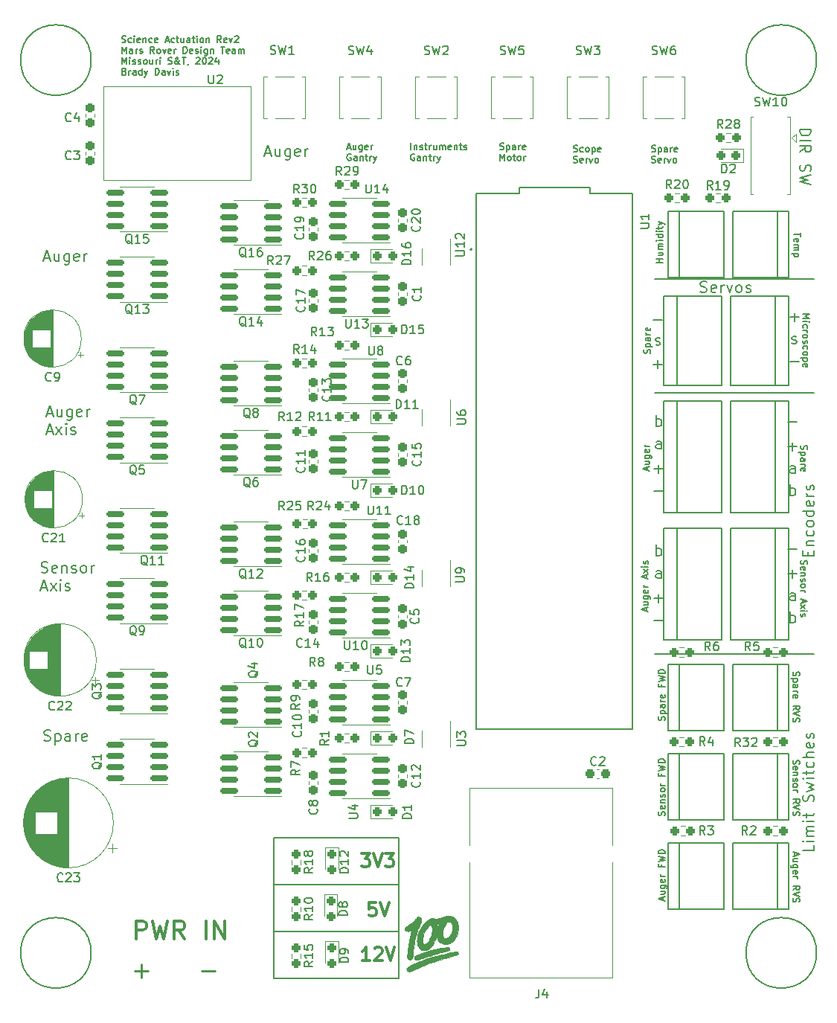
<source format=gto>
G04 #@! TF.GenerationSoftware,KiCad,Pcbnew,7.0.7*
G04 #@! TF.CreationDate,2024-04-12T20:50:38-05:00*
G04 #@! TF.ProjectId,Science_Actuation,53636965-6e63-4655-9f41-637475617469,rev?*
G04 #@! TF.SameCoordinates,Original*
G04 #@! TF.FileFunction,Legend,Top*
G04 #@! TF.FilePolarity,Positive*
%FSLAX46Y46*%
G04 Gerber Fmt 4.6, Leading zero omitted, Abs format (unit mm)*
G04 Created by KiCad (PCBNEW 7.0.7) date 2024-04-12 20:50:38*
%MOMM*%
%LPD*%
G01*
G04 APERTURE LIST*
G04 Aperture macros list*
%AMRoundRect*
0 Rectangle with rounded corners*
0 $1 Rounding radius*
0 $2 $3 $4 $5 $6 $7 $8 $9 X,Y pos of 4 corners*
0 Add a 4 corners polygon primitive as box body*
4,1,4,$2,$3,$4,$5,$6,$7,$8,$9,$2,$3,0*
0 Add four circle primitives for the rounded corners*
1,1,$1+$1,$2,$3*
1,1,$1+$1,$4,$5*
1,1,$1+$1,$6,$7*
1,1,$1+$1,$8,$9*
0 Add four rect primitives between the rounded corners*
20,1,$1+$1,$2,$3,$4,$5,0*
20,1,$1+$1,$4,$5,$6,$7,0*
20,1,$1+$1,$6,$7,$8,$9,0*
20,1,$1+$1,$8,$9,$2,$3,0*%
G04 Aperture macros list end*
%ADD10C,0.200000*%
%ADD11C,0.127000*%
%ADD12C,0.203200*%
%ADD13C,0.304800*%
%ADD14C,0.300000*%
%ADD15C,0.254000*%
%ADD16C,0.150000*%
%ADD17C,0.120000*%
%ADD18C,0.010000*%
%ADD19R,0.650000X1.560000*%
%ADD20RoundRect,0.237500X-0.287500X-0.237500X0.287500X-0.237500X0.287500X0.237500X-0.287500X0.237500X0*%
%ADD21R,1.400000X1.600000*%
%ADD22RoundRect,0.237500X0.237500X-0.300000X0.237500X0.300000X-0.237500X0.300000X-0.237500X-0.300000X0*%
%ADD23RoundRect,0.237500X-0.250000X-0.237500X0.250000X-0.237500X0.250000X0.237500X-0.250000X0.237500X0*%
%ADD24RoundRect,0.150000X0.825000X0.150000X-0.825000X0.150000X-0.825000X-0.150000X0.825000X-0.150000X0*%
%ADD25RoundRect,0.237500X0.287500X0.237500X-0.287500X0.237500X-0.287500X-0.237500X0.287500X-0.237500X0*%
%ADD26C,1.308000*%
%ADD27C,1.208000*%
%ADD28R,1.600000X1.600000*%
%ADD29C,1.600000*%
%ADD30RoundRect,0.237500X-0.237500X0.287500X-0.237500X-0.287500X0.237500X-0.287500X0.237500X0.287500X0*%
%ADD31C,1.524000*%
%ADD32RoundRect,0.237500X-0.237500X0.250000X-0.237500X-0.250000X0.237500X-0.250000X0.237500X0.250000X0*%
%ADD33RoundRect,0.237500X0.250000X0.237500X-0.250000X0.237500X-0.250000X-0.237500X0.250000X-0.237500X0*%
%ADD34RoundRect,0.237500X-0.237500X0.300000X-0.237500X-0.300000X0.237500X-0.300000X0.237500X0.300000X0*%
%ADD35O,3.500000X2.200000*%
%ADD36R,2.500000X1.500000*%
%ADD37O,2.500000X1.500000*%
%ADD38R,2.000000X2.000000*%
%ADD39C,2.000000*%
%ADD40C,2.946400*%
%ADD41C,1.100000*%
%ADD42C,1.400000*%
%ADD43C,4.000000*%
%ADD44R,1.800000X1.800000*%
%ADD45C,1.800000*%
%ADD46RoundRect,0.237500X0.300000X0.237500X-0.300000X0.237500X-0.300000X-0.237500X0.300000X-0.237500X0*%
%ADD47O,5.100000X3.000000*%
%ADD48O,3.000000X5.100000*%
G04 APERTURE END LIST*
D10*
X107798000Y-142127000D02*
X122022000Y-142127000D01*
X122022000Y-147461000D01*
X107798000Y-147461000D01*
X107798000Y-142127000D01*
X107798000Y-131459000D02*
X122022000Y-131459000D01*
X122022000Y-136793000D01*
X107798000Y-136793000D01*
X107798000Y-131459000D01*
X107798000Y-136793000D02*
X122022000Y-136793000D01*
X122022000Y-142127000D01*
X107798000Y-142127000D01*
X107798000Y-136793000D01*
D11*
X152263856Y-128930305D02*
X152300141Y-128821448D01*
X152300141Y-128821448D02*
X152300141Y-128640019D01*
X152300141Y-128640019D02*
X152263856Y-128567448D01*
X152263856Y-128567448D02*
X152227570Y-128531162D01*
X152227570Y-128531162D02*
X152154998Y-128494876D01*
X152154998Y-128494876D02*
X152082427Y-128494876D01*
X152082427Y-128494876D02*
X152009856Y-128531162D01*
X152009856Y-128531162D02*
X151973570Y-128567448D01*
X151973570Y-128567448D02*
X151937284Y-128640019D01*
X151937284Y-128640019D02*
X151900998Y-128785162D01*
X151900998Y-128785162D02*
X151864713Y-128857733D01*
X151864713Y-128857733D02*
X151828427Y-128894019D01*
X151828427Y-128894019D02*
X151755856Y-128930305D01*
X151755856Y-128930305D02*
X151683284Y-128930305D01*
X151683284Y-128930305D02*
X151610713Y-128894019D01*
X151610713Y-128894019D02*
X151574427Y-128857733D01*
X151574427Y-128857733D02*
X151538141Y-128785162D01*
X151538141Y-128785162D02*
X151538141Y-128603733D01*
X151538141Y-128603733D02*
X151574427Y-128494876D01*
X152263856Y-127878019D02*
X152300141Y-127950591D01*
X152300141Y-127950591D02*
X152300141Y-128095734D01*
X152300141Y-128095734D02*
X152263856Y-128168305D01*
X152263856Y-128168305D02*
X152191284Y-128204591D01*
X152191284Y-128204591D02*
X151900998Y-128204591D01*
X151900998Y-128204591D02*
X151828427Y-128168305D01*
X151828427Y-128168305D02*
X151792141Y-128095734D01*
X151792141Y-128095734D02*
X151792141Y-127950591D01*
X151792141Y-127950591D02*
X151828427Y-127878019D01*
X151828427Y-127878019D02*
X151900998Y-127841734D01*
X151900998Y-127841734D02*
X151973570Y-127841734D01*
X151973570Y-127841734D02*
X152046141Y-128204591D01*
X151792141Y-127515162D02*
X152300141Y-127515162D01*
X151864713Y-127515162D02*
X151828427Y-127478876D01*
X151828427Y-127478876D02*
X151792141Y-127406305D01*
X151792141Y-127406305D02*
X151792141Y-127297448D01*
X151792141Y-127297448D02*
X151828427Y-127224876D01*
X151828427Y-127224876D02*
X151900998Y-127188591D01*
X151900998Y-127188591D02*
X152300141Y-127188591D01*
X152263856Y-126862019D02*
X152300141Y-126789447D01*
X152300141Y-126789447D02*
X152300141Y-126644304D01*
X152300141Y-126644304D02*
X152263856Y-126571733D01*
X152263856Y-126571733D02*
X152191284Y-126535447D01*
X152191284Y-126535447D02*
X152154998Y-126535447D01*
X152154998Y-126535447D02*
X152082427Y-126571733D01*
X152082427Y-126571733D02*
X152046141Y-126644304D01*
X152046141Y-126644304D02*
X152046141Y-126753162D01*
X152046141Y-126753162D02*
X152009856Y-126825733D01*
X152009856Y-126825733D02*
X151937284Y-126862019D01*
X151937284Y-126862019D02*
X151900998Y-126862019D01*
X151900998Y-126862019D02*
X151828427Y-126825733D01*
X151828427Y-126825733D02*
X151792141Y-126753162D01*
X151792141Y-126753162D02*
X151792141Y-126644304D01*
X151792141Y-126644304D02*
X151828427Y-126571733D01*
X152300141Y-126100019D02*
X152263856Y-126172590D01*
X152263856Y-126172590D02*
X152227570Y-126208876D01*
X152227570Y-126208876D02*
X152154998Y-126245162D01*
X152154998Y-126245162D02*
X151937284Y-126245162D01*
X151937284Y-126245162D02*
X151864713Y-126208876D01*
X151864713Y-126208876D02*
X151828427Y-126172590D01*
X151828427Y-126172590D02*
X151792141Y-126100019D01*
X151792141Y-126100019D02*
X151792141Y-125991162D01*
X151792141Y-125991162D02*
X151828427Y-125918590D01*
X151828427Y-125918590D02*
X151864713Y-125882305D01*
X151864713Y-125882305D02*
X151937284Y-125846019D01*
X151937284Y-125846019D02*
X152154998Y-125846019D01*
X152154998Y-125846019D02*
X152227570Y-125882305D01*
X152227570Y-125882305D02*
X152263856Y-125918590D01*
X152263856Y-125918590D02*
X152300141Y-125991162D01*
X152300141Y-125991162D02*
X152300141Y-126100019D01*
X152300141Y-125519447D02*
X151792141Y-125519447D01*
X151937284Y-125519447D02*
X151864713Y-125483161D01*
X151864713Y-125483161D02*
X151828427Y-125446876D01*
X151828427Y-125446876D02*
X151792141Y-125374304D01*
X151792141Y-125374304D02*
X151792141Y-125301733D01*
X151900998Y-124213162D02*
X151900998Y-124467162D01*
X152300141Y-124467162D02*
X151538141Y-124467162D01*
X151538141Y-124467162D02*
X151538141Y-124104305D01*
X151538141Y-123886590D02*
X152300141Y-123705162D01*
X152300141Y-123705162D02*
X151755856Y-123560019D01*
X151755856Y-123560019D02*
X152300141Y-123414876D01*
X152300141Y-123414876D02*
X151538141Y-123233448D01*
X152300141Y-122943162D02*
X151538141Y-122943162D01*
X151538141Y-122943162D02*
X151538141Y-122761733D01*
X151538141Y-122761733D02*
X151574427Y-122652876D01*
X151574427Y-122652876D02*
X151646998Y-122580305D01*
X151646998Y-122580305D02*
X151719570Y-122544019D01*
X151719570Y-122544019D02*
X151864713Y-122507733D01*
X151864713Y-122507733D02*
X151973570Y-122507733D01*
X151973570Y-122507733D02*
X152118713Y-122544019D01*
X152118713Y-122544019D02*
X152191284Y-122580305D01*
X152191284Y-122580305D02*
X152263856Y-122652876D01*
X152263856Y-122652876D02*
X152300141Y-122761733D01*
X152300141Y-122761733D02*
X152300141Y-122943162D01*
D12*
X151312064Y-99402009D02*
X151312064Y-98132009D01*
X151312064Y-98615818D02*
X151433017Y-98555342D01*
X151433017Y-98555342D02*
X151674922Y-98555342D01*
X151674922Y-98555342D02*
X151795874Y-98615818D01*
X151795874Y-98615818D02*
X151856350Y-98676294D01*
X151856350Y-98676294D02*
X151916826Y-98797247D01*
X151916826Y-98797247D02*
X151916826Y-99160104D01*
X151916826Y-99160104D02*
X151856350Y-99281056D01*
X151856350Y-99281056D02*
X151795874Y-99341533D01*
X151795874Y-99341533D02*
X151674922Y-99402009D01*
X151674922Y-99402009D02*
X151433017Y-99402009D01*
X151433017Y-99402009D02*
X151312064Y-99341533D01*
X151058064Y-89520199D02*
X152025684Y-89520199D01*
X151541874Y-90004009D02*
X151541874Y-89036390D01*
X166552064Y-92544009D02*
X166552064Y-91274009D01*
X166552064Y-91757818D02*
X166673017Y-91697342D01*
X166673017Y-91697342D02*
X166914922Y-91697342D01*
X166914922Y-91697342D02*
X167035874Y-91757818D01*
X167035874Y-91757818D02*
X167096350Y-91818294D01*
X167096350Y-91818294D02*
X167156826Y-91939247D01*
X167156826Y-91939247D02*
X167156826Y-92302104D01*
X167156826Y-92302104D02*
X167096350Y-92423056D01*
X167096350Y-92423056D02*
X167035874Y-92483533D01*
X167035874Y-92483533D02*
X166914922Y-92544009D01*
X166914922Y-92544009D02*
X166673017Y-92544009D01*
X166673017Y-92544009D02*
X166552064Y-92483533D01*
D11*
X167993858Y-71892980D02*
X168755858Y-71892980D01*
X168755858Y-71892980D02*
X168211572Y-72146980D01*
X168211572Y-72146980D02*
X168755858Y-72400980D01*
X168755858Y-72400980D02*
X167993858Y-72400980D01*
X167993858Y-72763837D02*
X168501858Y-72763837D01*
X168755858Y-72763837D02*
X168719572Y-72727551D01*
X168719572Y-72727551D02*
X168683286Y-72763837D01*
X168683286Y-72763837D02*
X168719572Y-72800123D01*
X168719572Y-72800123D02*
X168755858Y-72763837D01*
X168755858Y-72763837D02*
X168683286Y-72763837D01*
X168030144Y-73453266D02*
X167993858Y-73380694D01*
X167993858Y-73380694D02*
X167993858Y-73235551D01*
X167993858Y-73235551D02*
X168030144Y-73162980D01*
X168030144Y-73162980D02*
X168066429Y-73126694D01*
X168066429Y-73126694D02*
X168139001Y-73090408D01*
X168139001Y-73090408D02*
X168356715Y-73090408D01*
X168356715Y-73090408D02*
X168429286Y-73126694D01*
X168429286Y-73126694D02*
X168465572Y-73162980D01*
X168465572Y-73162980D02*
X168501858Y-73235551D01*
X168501858Y-73235551D02*
X168501858Y-73380694D01*
X168501858Y-73380694D02*
X168465572Y-73453266D01*
X167993858Y-73779837D02*
X168501858Y-73779837D01*
X168356715Y-73779837D02*
X168429286Y-73816123D01*
X168429286Y-73816123D02*
X168465572Y-73852409D01*
X168465572Y-73852409D02*
X168501858Y-73924980D01*
X168501858Y-73924980D02*
X168501858Y-73997551D01*
X167993858Y-74360408D02*
X168030144Y-74287837D01*
X168030144Y-74287837D02*
X168066429Y-74251551D01*
X168066429Y-74251551D02*
X168139001Y-74215265D01*
X168139001Y-74215265D02*
X168356715Y-74215265D01*
X168356715Y-74215265D02*
X168429286Y-74251551D01*
X168429286Y-74251551D02*
X168465572Y-74287837D01*
X168465572Y-74287837D02*
X168501858Y-74360408D01*
X168501858Y-74360408D02*
X168501858Y-74469265D01*
X168501858Y-74469265D02*
X168465572Y-74541837D01*
X168465572Y-74541837D02*
X168429286Y-74578123D01*
X168429286Y-74578123D02*
X168356715Y-74614408D01*
X168356715Y-74614408D02*
X168139001Y-74614408D01*
X168139001Y-74614408D02*
X168066429Y-74578123D01*
X168066429Y-74578123D02*
X168030144Y-74541837D01*
X168030144Y-74541837D02*
X167993858Y-74469265D01*
X167993858Y-74469265D02*
X167993858Y-74360408D01*
X168030144Y-74904694D02*
X167993858Y-74977266D01*
X167993858Y-74977266D02*
X167993858Y-75122409D01*
X167993858Y-75122409D02*
X168030144Y-75194980D01*
X168030144Y-75194980D02*
X168102715Y-75231266D01*
X168102715Y-75231266D02*
X168139001Y-75231266D01*
X168139001Y-75231266D02*
X168211572Y-75194980D01*
X168211572Y-75194980D02*
X168247858Y-75122409D01*
X168247858Y-75122409D02*
X168247858Y-75013552D01*
X168247858Y-75013552D02*
X168284144Y-74940980D01*
X168284144Y-74940980D02*
X168356715Y-74904694D01*
X168356715Y-74904694D02*
X168393001Y-74904694D01*
X168393001Y-74904694D02*
X168465572Y-74940980D01*
X168465572Y-74940980D02*
X168501858Y-75013552D01*
X168501858Y-75013552D02*
X168501858Y-75122409D01*
X168501858Y-75122409D02*
X168465572Y-75194980D01*
X168030144Y-75884409D02*
X167993858Y-75811837D01*
X167993858Y-75811837D02*
X167993858Y-75666694D01*
X167993858Y-75666694D02*
X168030144Y-75594123D01*
X168030144Y-75594123D02*
X168066429Y-75557837D01*
X168066429Y-75557837D02*
X168139001Y-75521551D01*
X168139001Y-75521551D02*
X168356715Y-75521551D01*
X168356715Y-75521551D02*
X168429286Y-75557837D01*
X168429286Y-75557837D02*
X168465572Y-75594123D01*
X168465572Y-75594123D02*
X168501858Y-75666694D01*
X168501858Y-75666694D02*
X168501858Y-75811837D01*
X168501858Y-75811837D02*
X168465572Y-75884409D01*
X167993858Y-76319837D02*
X168030144Y-76247266D01*
X168030144Y-76247266D02*
X168066429Y-76210980D01*
X168066429Y-76210980D02*
X168139001Y-76174694D01*
X168139001Y-76174694D02*
X168356715Y-76174694D01*
X168356715Y-76174694D02*
X168429286Y-76210980D01*
X168429286Y-76210980D02*
X168465572Y-76247266D01*
X168465572Y-76247266D02*
X168501858Y-76319837D01*
X168501858Y-76319837D02*
X168501858Y-76428694D01*
X168501858Y-76428694D02*
X168465572Y-76501266D01*
X168465572Y-76501266D02*
X168429286Y-76537552D01*
X168429286Y-76537552D02*
X168356715Y-76573837D01*
X168356715Y-76573837D02*
X168139001Y-76573837D01*
X168139001Y-76573837D02*
X168066429Y-76537552D01*
X168066429Y-76537552D02*
X168030144Y-76501266D01*
X168030144Y-76501266D02*
X167993858Y-76428694D01*
X167993858Y-76428694D02*
X167993858Y-76319837D01*
X168501858Y-76900409D02*
X167739858Y-76900409D01*
X168465572Y-76900409D02*
X168501858Y-76972981D01*
X168501858Y-76972981D02*
X168501858Y-77118123D01*
X168501858Y-77118123D02*
X168465572Y-77190695D01*
X168465572Y-77190695D02*
X168429286Y-77226981D01*
X168429286Y-77226981D02*
X168356715Y-77263266D01*
X168356715Y-77263266D02*
X168139001Y-77263266D01*
X168139001Y-77263266D02*
X168066429Y-77226981D01*
X168066429Y-77226981D02*
X168030144Y-77190695D01*
X168030144Y-77190695D02*
X167993858Y-77118123D01*
X167993858Y-77118123D02*
X167993858Y-76972981D01*
X167993858Y-76972981D02*
X168030144Y-76900409D01*
X168030144Y-77880124D02*
X167993858Y-77807552D01*
X167993858Y-77807552D02*
X167993858Y-77662410D01*
X167993858Y-77662410D02*
X168030144Y-77589838D01*
X168030144Y-77589838D02*
X168102715Y-77553552D01*
X168102715Y-77553552D02*
X168393001Y-77553552D01*
X168393001Y-77553552D02*
X168465572Y-77589838D01*
X168465572Y-77589838D02*
X168501858Y-77662410D01*
X168501858Y-77662410D02*
X168501858Y-77807552D01*
X168501858Y-77807552D02*
X168465572Y-77880124D01*
X168465572Y-77880124D02*
X168393001Y-77916410D01*
X168393001Y-77916410D02*
X168320429Y-77916410D01*
X168320429Y-77916410D02*
X168247858Y-77553552D01*
X150177427Y-105689305D02*
X150177427Y-105326448D01*
X150395141Y-105761876D02*
X149633141Y-105507876D01*
X149633141Y-105507876D02*
X150395141Y-105253876D01*
X149887141Y-104673305D02*
X150395141Y-104673305D01*
X149887141Y-104999876D02*
X150286284Y-104999876D01*
X150286284Y-104999876D02*
X150358856Y-104963590D01*
X150358856Y-104963590D02*
X150395141Y-104891019D01*
X150395141Y-104891019D02*
X150395141Y-104782162D01*
X150395141Y-104782162D02*
X150358856Y-104709590D01*
X150358856Y-104709590D02*
X150322570Y-104673305D01*
X149887141Y-103983876D02*
X150503998Y-103983876D01*
X150503998Y-103983876D02*
X150576570Y-104020161D01*
X150576570Y-104020161D02*
X150612856Y-104056447D01*
X150612856Y-104056447D02*
X150649141Y-104129018D01*
X150649141Y-104129018D02*
X150649141Y-104237876D01*
X150649141Y-104237876D02*
X150612856Y-104310447D01*
X150358856Y-103983876D02*
X150395141Y-104056447D01*
X150395141Y-104056447D02*
X150395141Y-104201590D01*
X150395141Y-104201590D02*
X150358856Y-104274161D01*
X150358856Y-104274161D02*
X150322570Y-104310447D01*
X150322570Y-104310447D02*
X150249998Y-104346733D01*
X150249998Y-104346733D02*
X150032284Y-104346733D01*
X150032284Y-104346733D02*
X149959713Y-104310447D01*
X149959713Y-104310447D02*
X149923427Y-104274161D01*
X149923427Y-104274161D02*
X149887141Y-104201590D01*
X149887141Y-104201590D02*
X149887141Y-104056447D01*
X149887141Y-104056447D02*
X149923427Y-103983876D01*
X150358856Y-103330732D02*
X150395141Y-103403304D01*
X150395141Y-103403304D02*
X150395141Y-103548447D01*
X150395141Y-103548447D02*
X150358856Y-103621018D01*
X150358856Y-103621018D02*
X150286284Y-103657304D01*
X150286284Y-103657304D02*
X149995998Y-103657304D01*
X149995998Y-103657304D02*
X149923427Y-103621018D01*
X149923427Y-103621018D02*
X149887141Y-103548447D01*
X149887141Y-103548447D02*
X149887141Y-103403304D01*
X149887141Y-103403304D02*
X149923427Y-103330732D01*
X149923427Y-103330732D02*
X149995998Y-103294447D01*
X149995998Y-103294447D02*
X150068570Y-103294447D01*
X150068570Y-103294447D02*
X150141141Y-103657304D01*
X150395141Y-102967875D02*
X149887141Y-102967875D01*
X150032284Y-102967875D02*
X149959713Y-102931589D01*
X149959713Y-102931589D02*
X149923427Y-102895304D01*
X149923427Y-102895304D02*
X149887141Y-102822732D01*
X149887141Y-102822732D02*
X149887141Y-102750161D01*
X150177427Y-101951876D02*
X150177427Y-101589019D01*
X150395141Y-102024447D02*
X149633141Y-101770447D01*
X149633141Y-101770447D02*
X150395141Y-101516447D01*
X150395141Y-101335018D02*
X149887141Y-100935876D01*
X149887141Y-101335018D02*
X150395141Y-100935876D01*
X150395141Y-100645590D02*
X149887141Y-100645590D01*
X149633141Y-100645590D02*
X149669427Y-100681876D01*
X149669427Y-100681876D02*
X149705713Y-100645590D01*
X149705713Y-100645590D02*
X149669427Y-100609304D01*
X149669427Y-100609304D02*
X149633141Y-100645590D01*
X149633141Y-100645590D02*
X149705713Y-100645590D01*
X150358856Y-100319019D02*
X150395141Y-100246447D01*
X150395141Y-100246447D02*
X150395141Y-100101304D01*
X150395141Y-100101304D02*
X150358856Y-100028733D01*
X150358856Y-100028733D02*
X150286284Y-99992447D01*
X150286284Y-99992447D02*
X150249998Y-99992447D01*
X150249998Y-99992447D02*
X150177427Y-100028733D01*
X150177427Y-100028733D02*
X150141141Y-100101304D01*
X150141141Y-100101304D02*
X150141141Y-100210162D01*
X150141141Y-100210162D02*
X150104856Y-100282733D01*
X150104856Y-100282733D02*
X150032284Y-100319019D01*
X150032284Y-100319019D02*
X149995998Y-100319019D01*
X149995998Y-100319019D02*
X149923427Y-100282733D01*
X149923427Y-100282733D02*
X149887141Y-100210162D01*
X149887141Y-100210162D02*
X149887141Y-100101304D01*
X149887141Y-100101304D02*
X149923427Y-100028733D01*
X152046141Y-66029019D02*
X151284141Y-66029019D01*
X151646998Y-66029019D02*
X151646998Y-65593590D01*
X152046141Y-65593590D02*
X151284141Y-65593590D01*
X151538141Y-64904162D02*
X152046141Y-64904162D01*
X151538141Y-65230733D02*
X151937284Y-65230733D01*
X151937284Y-65230733D02*
X152009856Y-65194447D01*
X152009856Y-65194447D02*
X152046141Y-65121876D01*
X152046141Y-65121876D02*
X152046141Y-65013019D01*
X152046141Y-65013019D02*
X152009856Y-64940447D01*
X152009856Y-64940447D02*
X151973570Y-64904162D01*
X152046141Y-64541304D02*
X151538141Y-64541304D01*
X151610713Y-64541304D02*
X151574427Y-64505018D01*
X151574427Y-64505018D02*
X151538141Y-64432447D01*
X151538141Y-64432447D02*
X151538141Y-64323590D01*
X151538141Y-64323590D02*
X151574427Y-64251018D01*
X151574427Y-64251018D02*
X151646998Y-64214733D01*
X151646998Y-64214733D02*
X152046141Y-64214733D01*
X151646998Y-64214733D02*
X151574427Y-64178447D01*
X151574427Y-64178447D02*
X151538141Y-64105875D01*
X151538141Y-64105875D02*
X151538141Y-63997018D01*
X151538141Y-63997018D02*
X151574427Y-63924447D01*
X151574427Y-63924447D02*
X151646998Y-63888161D01*
X151646998Y-63888161D02*
X152046141Y-63888161D01*
X152046141Y-63525304D02*
X151538141Y-63525304D01*
X151284141Y-63525304D02*
X151320427Y-63561590D01*
X151320427Y-63561590D02*
X151356713Y-63525304D01*
X151356713Y-63525304D02*
X151320427Y-63489018D01*
X151320427Y-63489018D02*
X151284141Y-63525304D01*
X151284141Y-63525304D02*
X151356713Y-63525304D01*
X152046141Y-62835876D02*
X151284141Y-62835876D01*
X152009856Y-62835876D02*
X152046141Y-62908447D01*
X152046141Y-62908447D02*
X152046141Y-63053590D01*
X152046141Y-63053590D02*
X152009856Y-63126161D01*
X152009856Y-63126161D02*
X151973570Y-63162447D01*
X151973570Y-63162447D02*
X151900998Y-63198733D01*
X151900998Y-63198733D02*
X151683284Y-63198733D01*
X151683284Y-63198733D02*
X151610713Y-63162447D01*
X151610713Y-63162447D02*
X151574427Y-63126161D01*
X151574427Y-63126161D02*
X151538141Y-63053590D01*
X151538141Y-63053590D02*
X151538141Y-62908447D01*
X151538141Y-62908447D02*
X151574427Y-62835876D01*
X152046141Y-62473018D02*
X151538141Y-62473018D01*
X151284141Y-62473018D02*
X151320427Y-62509304D01*
X151320427Y-62509304D02*
X151356713Y-62473018D01*
X151356713Y-62473018D02*
X151320427Y-62436732D01*
X151320427Y-62436732D02*
X151284141Y-62473018D01*
X151284141Y-62473018D02*
X151356713Y-62473018D01*
X151538141Y-62219018D02*
X151538141Y-61928732D01*
X151284141Y-62110161D02*
X151937284Y-62110161D01*
X151937284Y-62110161D02*
X152009856Y-62073875D01*
X152009856Y-62073875D02*
X152046141Y-62001304D01*
X152046141Y-62001304D02*
X152046141Y-61928732D01*
X151538141Y-61747303D02*
X152046141Y-61565875D01*
X151538141Y-61384446D02*
X152046141Y-61565875D01*
X152046141Y-61565875D02*
X152227570Y-61638446D01*
X152227570Y-61638446D02*
X152263856Y-61674732D01*
X152263856Y-61674732D02*
X152300141Y-61747303D01*
D12*
X151856350Y-101942009D02*
X151856350Y-101276771D01*
X151856350Y-101276771D02*
X151795874Y-101155818D01*
X151795874Y-101155818D02*
X151674922Y-101095342D01*
X151674922Y-101095342D02*
X151433017Y-101095342D01*
X151433017Y-101095342D02*
X151312064Y-101155818D01*
X151856350Y-101881533D02*
X151735398Y-101942009D01*
X151735398Y-101942009D02*
X151433017Y-101942009D01*
X151433017Y-101942009D02*
X151312064Y-101881533D01*
X151312064Y-101881533D02*
X151251588Y-101760580D01*
X151251588Y-101760580D02*
X151251588Y-101639628D01*
X151251588Y-101639628D02*
X151312064Y-101518675D01*
X151312064Y-101518675D02*
X151433017Y-101458199D01*
X151433017Y-101458199D02*
X151735398Y-101458199D01*
X151735398Y-101458199D02*
X151856350Y-101397723D01*
X166298064Y-101458199D02*
X167265684Y-101458199D01*
X166781874Y-101942009D02*
X166781874Y-100974390D01*
X151058064Y-104252199D02*
X152025684Y-104252199D01*
X151541874Y-104736009D02*
X151541874Y-103768390D01*
D11*
X167776144Y-99923694D02*
X167739858Y-100032552D01*
X167739858Y-100032552D02*
X167739858Y-100213980D01*
X167739858Y-100213980D02*
X167776144Y-100286552D01*
X167776144Y-100286552D02*
X167812429Y-100322837D01*
X167812429Y-100322837D02*
X167885001Y-100359123D01*
X167885001Y-100359123D02*
X167957572Y-100359123D01*
X167957572Y-100359123D02*
X168030144Y-100322837D01*
X168030144Y-100322837D02*
X168066429Y-100286552D01*
X168066429Y-100286552D02*
X168102715Y-100213980D01*
X168102715Y-100213980D02*
X168139001Y-100068837D01*
X168139001Y-100068837D02*
X168175286Y-99996266D01*
X168175286Y-99996266D02*
X168211572Y-99959980D01*
X168211572Y-99959980D02*
X168284144Y-99923694D01*
X168284144Y-99923694D02*
X168356715Y-99923694D01*
X168356715Y-99923694D02*
X168429286Y-99959980D01*
X168429286Y-99959980D02*
X168465572Y-99996266D01*
X168465572Y-99996266D02*
X168501858Y-100068837D01*
X168501858Y-100068837D02*
X168501858Y-100250266D01*
X168501858Y-100250266D02*
X168465572Y-100359123D01*
X167776144Y-100975980D02*
X167739858Y-100903408D01*
X167739858Y-100903408D02*
X167739858Y-100758266D01*
X167739858Y-100758266D02*
X167776144Y-100685694D01*
X167776144Y-100685694D02*
X167848715Y-100649408D01*
X167848715Y-100649408D02*
X168139001Y-100649408D01*
X168139001Y-100649408D02*
X168211572Y-100685694D01*
X168211572Y-100685694D02*
X168247858Y-100758266D01*
X168247858Y-100758266D02*
X168247858Y-100903408D01*
X168247858Y-100903408D02*
X168211572Y-100975980D01*
X168211572Y-100975980D02*
X168139001Y-101012266D01*
X168139001Y-101012266D02*
X168066429Y-101012266D01*
X168066429Y-101012266D02*
X167993858Y-100649408D01*
X168247858Y-101338837D02*
X167739858Y-101338837D01*
X168175286Y-101338837D02*
X168211572Y-101375123D01*
X168211572Y-101375123D02*
X168247858Y-101447694D01*
X168247858Y-101447694D02*
X168247858Y-101556551D01*
X168247858Y-101556551D02*
X168211572Y-101629123D01*
X168211572Y-101629123D02*
X168139001Y-101665409D01*
X168139001Y-101665409D02*
X167739858Y-101665409D01*
X167776144Y-101991980D02*
X167739858Y-102064552D01*
X167739858Y-102064552D02*
X167739858Y-102209695D01*
X167739858Y-102209695D02*
X167776144Y-102282266D01*
X167776144Y-102282266D02*
X167848715Y-102318552D01*
X167848715Y-102318552D02*
X167885001Y-102318552D01*
X167885001Y-102318552D02*
X167957572Y-102282266D01*
X167957572Y-102282266D02*
X167993858Y-102209695D01*
X167993858Y-102209695D02*
X167993858Y-102100838D01*
X167993858Y-102100838D02*
X168030144Y-102028266D01*
X168030144Y-102028266D02*
X168102715Y-101991980D01*
X168102715Y-101991980D02*
X168139001Y-101991980D01*
X168139001Y-101991980D02*
X168211572Y-102028266D01*
X168211572Y-102028266D02*
X168247858Y-102100838D01*
X168247858Y-102100838D02*
X168247858Y-102209695D01*
X168247858Y-102209695D02*
X168211572Y-102282266D01*
X167739858Y-102753980D02*
X167776144Y-102681409D01*
X167776144Y-102681409D02*
X167812429Y-102645123D01*
X167812429Y-102645123D02*
X167885001Y-102608837D01*
X167885001Y-102608837D02*
X168102715Y-102608837D01*
X168102715Y-102608837D02*
X168175286Y-102645123D01*
X168175286Y-102645123D02*
X168211572Y-102681409D01*
X168211572Y-102681409D02*
X168247858Y-102753980D01*
X168247858Y-102753980D02*
X168247858Y-102862837D01*
X168247858Y-102862837D02*
X168211572Y-102935409D01*
X168211572Y-102935409D02*
X168175286Y-102971695D01*
X168175286Y-102971695D02*
X168102715Y-103007980D01*
X168102715Y-103007980D02*
X167885001Y-103007980D01*
X167885001Y-103007980D02*
X167812429Y-102971695D01*
X167812429Y-102971695D02*
X167776144Y-102935409D01*
X167776144Y-102935409D02*
X167739858Y-102862837D01*
X167739858Y-102862837D02*
X167739858Y-102753980D01*
X167739858Y-103334552D02*
X168247858Y-103334552D01*
X168102715Y-103334552D02*
X168175286Y-103370838D01*
X168175286Y-103370838D02*
X168211572Y-103407124D01*
X168211572Y-103407124D02*
X168247858Y-103479695D01*
X168247858Y-103479695D02*
X168247858Y-103552266D01*
X167957572Y-104350551D02*
X167957572Y-104713409D01*
X167739858Y-104277980D02*
X168501858Y-104531980D01*
X168501858Y-104531980D02*
X167739858Y-104785980D01*
X167739858Y-104967409D02*
X168247858Y-105366552D01*
X168247858Y-104967409D02*
X167739858Y-105366552D01*
X167739858Y-105656837D02*
X168247858Y-105656837D01*
X168501858Y-105656837D02*
X168465572Y-105620551D01*
X168465572Y-105620551D02*
X168429286Y-105656837D01*
X168429286Y-105656837D02*
X168465572Y-105693123D01*
X168465572Y-105693123D02*
X168501858Y-105656837D01*
X168501858Y-105656837D02*
X168429286Y-105656837D01*
X167776144Y-105983408D02*
X167739858Y-106055980D01*
X167739858Y-106055980D02*
X167739858Y-106201123D01*
X167739858Y-106201123D02*
X167776144Y-106273694D01*
X167776144Y-106273694D02*
X167848715Y-106309980D01*
X167848715Y-106309980D02*
X167885001Y-106309980D01*
X167885001Y-106309980D02*
X167957572Y-106273694D01*
X167957572Y-106273694D02*
X167993858Y-106201123D01*
X167993858Y-106201123D02*
X167993858Y-106092266D01*
X167993858Y-106092266D02*
X168030144Y-106019694D01*
X168030144Y-106019694D02*
X168102715Y-105983408D01*
X168102715Y-105983408D02*
X168139001Y-105983408D01*
X168139001Y-105983408D02*
X168211572Y-106019694D01*
X168211572Y-106019694D02*
X168247858Y-106092266D01*
X168247858Y-106092266D02*
X168247858Y-106201123D01*
X168247858Y-106201123D02*
X168211572Y-106273694D01*
X166887144Y-112623694D02*
X166850858Y-112732552D01*
X166850858Y-112732552D02*
X166850858Y-112913980D01*
X166850858Y-112913980D02*
X166887144Y-112986552D01*
X166887144Y-112986552D02*
X166923429Y-113022837D01*
X166923429Y-113022837D02*
X166996001Y-113059123D01*
X166996001Y-113059123D02*
X167068572Y-113059123D01*
X167068572Y-113059123D02*
X167141144Y-113022837D01*
X167141144Y-113022837D02*
X167177429Y-112986552D01*
X167177429Y-112986552D02*
X167213715Y-112913980D01*
X167213715Y-112913980D02*
X167250001Y-112768837D01*
X167250001Y-112768837D02*
X167286286Y-112696266D01*
X167286286Y-112696266D02*
X167322572Y-112659980D01*
X167322572Y-112659980D02*
X167395144Y-112623694D01*
X167395144Y-112623694D02*
X167467715Y-112623694D01*
X167467715Y-112623694D02*
X167540286Y-112659980D01*
X167540286Y-112659980D02*
X167576572Y-112696266D01*
X167576572Y-112696266D02*
X167612858Y-112768837D01*
X167612858Y-112768837D02*
X167612858Y-112950266D01*
X167612858Y-112950266D02*
X167576572Y-113059123D01*
X167358858Y-113385694D02*
X166596858Y-113385694D01*
X167322572Y-113385694D02*
X167358858Y-113458266D01*
X167358858Y-113458266D02*
X167358858Y-113603408D01*
X167358858Y-113603408D02*
X167322572Y-113675980D01*
X167322572Y-113675980D02*
X167286286Y-113712266D01*
X167286286Y-113712266D02*
X167213715Y-113748551D01*
X167213715Y-113748551D02*
X166996001Y-113748551D01*
X166996001Y-113748551D02*
X166923429Y-113712266D01*
X166923429Y-113712266D02*
X166887144Y-113675980D01*
X166887144Y-113675980D02*
X166850858Y-113603408D01*
X166850858Y-113603408D02*
X166850858Y-113458266D01*
X166850858Y-113458266D02*
X166887144Y-113385694D01*
X166850858Y-114401695D02*
X167250001Y-114401695D01*
X167250001Y-114401695D02*
X167322572Y-114365409D01*
X167322572Y-114365409D02*
X167358858Y-114292837D01*
X167358858Y-114292837D02*
X167358858Y-114147695D01*
X167358858Y-114147695D02*
X167322572Y-114075123D01*
X166887144Y-114401695D02*
X166850858Y-114329123D01*
X166850858Y-114329123D02*
X166850858Y-114147695D01*
X166850858Y-114147695D02*
X166887144Y-114075123D01*
X166887144Y-114075123D02*
X166959715Y-114038837D01*
X166959715Y-114038837D02*
X167032286Y-114038837D01*
X167032286Y-114038837D02*
X167104858Y-114075123D01*
X167104858Y-114075123D02*
X167141144Y-114147695D01*
X167141144Y-114147695D02*
X167141144Y-114329123D01*
X167141144Y-114329123D02*
X167177429Y-114401695D01*
X166850858Y-114764552D02*
X167358858Y-114764552D01*
X167213715Y-114764552D02*
X167286286Y-114800838D01*
X167286286Y-114800838D02*
X167322572Y-114837124D01*
X167322572Y-114837124D02*
X167358858Y-114909695D01*
X167358858Y-114909695D02*
X167358858Y-114982266D01*
X166887144Y-115526552D02*
X166850858Y-115453980D01*
X166850858Y-115453980D02*
X166850858Y-115308838D01*
X166850858Y-115308838D02*
X166887144Y-115236266D01*
X166887144Y-115236266D02*
X166959715Y-115199980D01*
X166959715Y-115199980D02*
X167250001Y-115199980D01*
X167250001Y-115199980D02*
X167322572Y-115236266D01*
X167322572Y-115236266D02*
X167358858Y-115308838D01*
X167358858Y-115308838D02*
X167358858Y-115453980D01*
X167358858Y-115453980D02*
X167322572Y-115526552D01*
X167322572Y-115526552D02*
X167250001Y-115562838D01*
X167250001Y-115562838D02*
X167177429Y-115562838D01*
X167177429Y-115562838D02*
X167104858Y-115199980D01*
X166850858Y-116905409D02*
X167213715Y-116651409D01*
X166850858Y-116469980D02*
X167612858Y-116469980D01*
X167612858Y-116469980D02*
X167612858Y-116760266D01*
X167612858Y-116760266D02*
X167576572Y-116832837D01*
X167576572Y-116832837D02*
X167540286Y-116869123D01*
X167540286Y-116869123D02*
X167467715Y-116905409D01*
X167467715Y-116905409D02*
X167358858Y-116905409D01*
X167358858Y-116905409D02*
X167286286Y-116869123D01*
X167286286Y-116869123D02*
X167250001Y-116832837D01*
X167250001Y-116832837D02*
X167213715Y-116760266D01*
X167213715Y-116760266D02*
X167213715Y-116469980D01*
X167612858Y-117123123D02*
X166850858Y-117377123D01*
X166850858Y-117377123D02*
X167612858Y-117631123D01*
X166887144Y-117848837D02*
X166850858Y-117957695D01*
X166850858Y-117957695D02*
X166850858Y-118139123D01*
X166850858Y-118139123D02*
X166887144Y-118211695D01*
X166887144Y-118211695D02*
X166923429Y-118247980D01*
X166923429Y-118247980D02*
X166996001Y-118284266D01*
X166996001Y-118284266D02*
X167068572Y-118284266D01*
X167068572Y-118284266D02*
X167141144Y-118247980D01*
X167141144Y-118247980D02*
X167177429Y-118211695D01*
X167177429Y-118211695D02*
X167213715Y-118139123D01*
X167213715Y-118139123D02*
X167250001Y-117993980D01*
X167250001Y-117993980D02*
X167286286Y-117921409D01*
X167286286Y-117921409D02*
X167322572Y-117885123D01*
X167322572Y-117885123D02*
X167395144Y-117848837D01*
X167395144Y-117848837D02*
X167467715Y-117848837D01*
X167467715Y-117848837D02*
X167540286Y-117885123D01*
X167540286Y-117885123D02*
X167576572Y-117921409D01*
X167576572Y-117921409D02*
X167612858Y-117993980D01*
X167612858Y-117993980D02*
X167612858Y-118175409D01*
X167612858Y-118175409D02*
X167576572Y-118284266D01*
X152263856Y-118135305D02*
X152300141Y-118026448D01*
X152300141Y-118026448D02*
X152300141Y-117845019D01*
X152300141Y-117845019D02*
X152263856Y-117772448D01*
X152263856Y-117772448D02*
X152227570Y-117736162D01*
X152227570Y-117736162D02*
X152154998Y-117699876D01*
X152154998Y-117699876D02*
X152082427Y-117699876D01*
X152082427Y-117699876D02*
X152009856Y-117736162D01*
X152009856Y-117736162D02*
X151973570Y-117772448D01*
X151973570Y-117772448D02*
X151937284Y-117845019D01*
X151937284Y-117845019D02*
X151900998Y-117990162D01*
X151900998Y-117990162D02*
X151864713Y-118062733D01*
X151864713Y-118062733D02*
X151828427Y-118099019D01*
X151828427Y-118099019D02*
X151755856Y-118135305D01*
X151755856Y-118135305D02*
X151683284Y-118135305D01*
X151683284Y-118135305D02*
X151610713Y-118099019D01*
X151610713Y-118099019D02*
X151574427Y-118062733D01*
X151574427Y-118062733D02*
X151538141Y-117990162D01*
X151538141Y-117990162D02*
X151538141Y-117808733D01*
X151538141Y-117808733D02*
X151574427Y-117699876D01*
X151792141Y-117373305D02*
X152554141Y-117373305D01*
X151828427Y-117373305D02*
X151792141Y-117300734D01*
X151792141Y-117300734D02*
X151792141Y-117155591D01*
X151792141Y-117155591D02*
X151828427Y-117083019D01*
X151828427Y-117083019D02*
X151864713Y-117046734D01*
X151864713Y-117046734D02*
X151937284Y-117010448D01*
X151937284Y-117010448D02*
X152154998Y-117010448D01*
X152154998Y-117010448D02*
X152227570Y-117046734D01*
X152227570Y-117046734D02*
X152263856Y-117083019D01*
X152263856Y-117083019D02*
X152300141Y-117155591D01*
X152300141Y-117155591D02*
X152300141Y-117300734D01*
X152300141Y-117300734D02*
X152263856Y-117373305D01*
X152300141Y-116357305D02*
X151900998Y-116357305D01*
X151900998Y-116357305D02*
X151828427Y-116393590D01*
X151828427Y-116393590D02*
X151792141Y-116466162D01*
X151792141Y-116466162D02*
X151792141Y-116611305D01*
X151792141Y-116611305D02*
X151828427Y-116683876D01*
X152263856Y-116357305D02*
X152300141Y-116429876D01*
X152300141Y-116429876D02*
X152300141Y-116611305D01*
X152300141Y-116611305D02*
X152263856Y-116683876D01*
X152263856Y-116683876D02*
X152191284Y-116720162D01*
X152191284Y-116720162D02*
X152118713Y-116720162D01*
X152118713Y-116720162D02*
X152046141Y-116683876D01*
X152046141Y-116683876D02*
X152009856Y-116611305D01*
X152009856Y-116611305D02*
X152009856Y-116429876D01*
X152009856Y-116429876D02*
X151973570Y-116357305D01*
X152300141Y-115994447D02*
X151792141Y-115994447D01*
X151937284Y-115994447D02*
X151864713Y-115958161D01*
X151864713Y-115958161D02*
X151828427Y-115921876D01*
X151828427Y-115921876D02*
X151792141Y-115849304D01*
X151792141Y-115849304D02*
X151792141Y-115776733D01*
X152263856Y-115232447D02*
X152300141Y-115305019D01*
X152300141Y-115305019D02*
X152300141Y-115450162D01*
X152300141Y-115450162D02*
X152263856Y-115522733D01*
X152263856Y-115522733D02*
X152191284Y-115559019D01*
X152191284Y-115559019D02*
X151900998Y-115559019D01*
X151900998Y-115559019D02*
X151828427Y-115522733D01*
X151828427Y-115522733D02*
X151792141Y-115450162D01*
X151792141Y-115450162D02*
X151792141Y-115305019D01*
X151792141Y-115305019D02*
X151828427Y-115232447D01*
X151828427Y-115232447D02*
X151900998Y-115196162D01*
X151900998Y-115196162D02*
X151973570Y-115196162D01*
X151973570Y-115196162D02*
X152046141Y-115559019D01*
X151900998Y-114035019D02*
X151900998Y-114289019D01*
X152300141Y-114289019D02*
X151538141Y-114289019D01*
X151538141Y-114289019D02*
X151538141Y-113926162D01*
X151538141Y-113708447D02*
X152300141Y-113527019D01*
X152300141Y-113527019D02*
X151755856Y-113381876D01*
X151755856Y-113381876D02*
X152300141Y-113236733D01*
X152300141Y-113236733D02*
X151538141Y-113055305D01*
X152300141Y-112765019D02*
X151538141Y-112765019D01*
X151538141Y-112765019D02*
X151538141Y-112583590D01*
X151538141Y-112583590D02*
X151574427Y-112474733D01*
X151574427Y-112474733D02*
X151646998Y-112402162D01*
X151646998Y-112402162D02*
X151719570Y-112365876D01*
X151719570Y-112365876D02*
X151864713Y-112329590D01*
X151864713Y-112329590D02*
X151973570Y-112329590D01*
X151973570Y-112329590D02*
X152118713Y-112365876D01*
X152118713Y-112365876D02*
X152191284Y-112402162D01*
X152191284Y-112402162D02*
X152263856Y-112474733D01*
X152263856Y-112474733D02*
X152300141Y-112583590D01*
X152300141Y-112583590D02*
X152300141Y-112765019D01*
D12*
X166745588Y-75211533D02*
X166866541Y-75272009D01*
X166866541Y-75272009D02*
X167108445Y-75272009D01*
X167108445Y-75272009D02*
X167229398Y-75211533D01*
X167229398Y-75211533D02*
X167289874Y-75090580D01*
X167289874Y-75090580D02*
X167289874Y-75030104D01*
X167289874Y-75030104D02*
X167229398Y-74909152D01*
X167229398Y-74909152D02*
X167108445Y-74848675D01*
X167108445Y-74848675D02*
X166927017Y-74848675D01*
X166927017Y-74848675D02*
X166806064Y-74788199D01*
X166806064Y-74788199D02*
X166745588Y-74667247D01*
X166745588Y-74667247D02*
X166745588Y-74606771D01*
X166745588Y-74606771D02*
X166806064Y-74485818D01*
X166806064Y-74485818D02*
X166927017Y-74425342D01*
X166927017Y-74425342D02*
X167108445Y-74425342D01*
X167108445Y-74425342D02*
X167229398Y-74485818D01*
X166298064Y-86980199D02*
X167265684Y-86980199D01*
X166781874Y-87464009D02*
X166781874Y-86496390D01*
X151058064Y-92060199D02*
X152025684Y-92060199D01*
D13*
X92124335Y-142991471D02*
X92124335Y-140959471D01*
X92124335Y-140959471D02*
X92898430Y-140959471D01*
X92898430Y-140959471D02*
X93091954Y-141056233D01*
X93091954Y-141056233D02*
X93188716Y-141152995D01*
X93188716Y-141152995D02*
X93285478Y-141346519D01*
X93285478Y-141346519D02*
X93285478Y-141636805D01*
X93285478Y-141636805D02*
X93188716Y-141830329D01*
X93188716Y-141830329D02*
X93091954Y-141927090D01*
X93091954Y-141927090D02*
X92898430Y-142023852D01*
X92898430Y-142023852D02*
X92124335Y-142023852D01*
X93962811Y-140959471D02*
X94446621Y-142991471D01*
X94446621Y-142991471D02*
X94833668Y-141540043D01*
X94833668Y-141540043D02*
X95220716Y-142991471D01*
X95220716Y-142991471D02*
X95704526Y-140959471D01*
X97639764Y-142991471D02*
X96962431Y-142023852D01*
X96478621Y-142991471D02*
X96478621Y-140959471D01*
X96478621Y-140959471D02*
X97252716Y-140959471D01*
X97252716Y-140959471D02*
X97446240Y-141056233D01*
X97446240Y-141056233D02*
X97543002Y-141152995D01*
X97543002Y-141152995D02*
X97639764Y-141346519D01*
X97639764Y-141346519D02*
X97639764Y-141636805D01*
X97639764Y-141636805D02*
X97543002Y-141830329D01*
X97543002Y-141830329D02*
X97446240Y-141927090D01*
X97446240Y-141927090D02*
X97252716Y-142023852D01*
X97252716Y-142023852D02*
X96478621Y-142023852D01*
X100058811Y-142991471D02*
X100058811Y-140959471D01*
X101026430Y-142991471D02*
X101026430Y-140959471D01*
X101026430Y-140959471D02*
X102187573Y-142991471D01*
X102187573Y-142991471D02*
X102187573Y-140959471D01*
D12*
X168586771Y-99385935D02*
X168586771Y-98962601D01*
X169252009Y-98781173D02*
X169252009Y-99385935D01*
X169252009Y-99385935D02*
X167982009Y-99385935D01*
X167982009Y-99385935D02*
X167982009Y-98781173D01*
X168405342Y-98236887D02*
X169252009Y-98236887D01*
X168526294Y-98236887D02*
X168465818Y-98176410D01*
X168465818Y-98176410D02*
X168405342Y-98055458D01*
X168405342Y-98055458D02*
X168405342Y-97874029D01*
X168405342Y-97874029D02*
X168465818Y-97753077D01*
X168465818Y-97753077D02*
X168586771Y-97692601D01*
X168586771Y-97692601D02*
X169252009Y-97692601D01*
X169191533Y-96543553D02*
X169252009Y-96664505D01*
X169252009Y-96664505D02*
X169252009Y-96906410D01*
X169252009Y-96906410D02*
X169191533Y-97027362D01*
X169191533Y-97027362D02*
X169131056Y-97087839D01*
X169131056Y-97087839D02*
X169010104Y-97148315D01*
X169010104Y-97148315D02*
X168647247Y-97148315D01*
X168647247Y-97148315D02*
X168526294Y-97087839D01*
X168526294Y-97087839D02*
X168465818Y-97027362D01*
X168465818Y-97027362D02*
X168405342Y-96906410D01*
X168405342Y-96906410D02*
X168405342Y-96664505D01*
X168405342Y-96664505D02*
X168465818Y-96543553D01*
X169252009Y-95817839D02*
X169191533Y-95938791D01*
X169191533Y-95938791D02*
X169131056Y-95999268D01*
X169131056Y-95999268D02*
X169010104Y-96059744D01*
X169010104Y-96059744D02*
X168647247Y-96059744D01*
X168647247Y-96059744D02*
X168526294Y-95999268D01*
X168526294Y-95999268D02*
X168465818Y-95938791D01*
X168465818Y-95938791D02*
X168405342Y-95817839D01*
X168405342Y-95817839D02*
X168405342Y-95636410D01*
X168405342Y-95636410D02*
X168465818Y-95515458D01*
X168465818Y-95515458D02*
X168526294Y-95454982D01*
X168526294Y-95454982D02*
X168647247Y-95394506D01*
X168647247Y-95394506D02*
X169010104Y-95394506D01*
X169010104Y-95394506D02*
X169131056Y-95454982D01*
X169131056Y-95454982D02*
X169191533Y-95515458D01*
X169191533Y-95515458D02*
X169252009Y-95636410D01*
X169252009Y-95636410D02*
X169252009Y-95817839D01*
X169252009Y-94305934D02*
X167982009Y-94305934D01*
X169191533Y-94305934D02*
X169252009Y-94426886D01*
X169252009Y-94426886D02*
X169252009Y-94668791D01*
X169252009Y-94668791D02*
X169191533Y-94789743D01*
X169191533Y-94789743D02*
X169131056Y-94850220D01*
X169131056Y-94850220D02*
X169010104Y-94910696D01*
X169010104Y-94910696D02*
X168647247Y-94910696D01*
X168647247Y-94910696D02*
X168526294Y-94850220D01*
X168526294Y-94850220D02*
X168465818Y-94789743D01*
X168465818Y-94789743D02*
X168405342Y-94668791D01*
X168405342Y-94668791D02*
X168405342Y-94426886D01*
X168405342Y-94426886D02*
X168465818Y-94305934D01*
X169191533Y-93217362D02*
X169252009Y-93338314D01*
X169252009Y-93338314D02*
X169252009Y-93580219D01*
X169252009Y-93580219D02*
X169191533Y-93701172D01*
X169191533Y-93701172D02*
X169070580Y-93761648D01*
X169070580Y-93761648D02*
X168586771Y-93761648D01*
X168586771Y-93761648D02*
X168465818Y-93701172D01*
X168465818Y-93701172D02*
X168405342Y-93580219D01*
X168405342Y-93580219D02*
X168405342Y-93338314D01*
X168405342Y-93338314D02*
X168465818Y-93217362D01*
X168465818Y-93217362D02*
X168586771Y-93156886D01*
X168586771Y-93156886D02*
X168707723Y-93156886D01*
X168707723Y-93156886D02*
X168828675Y-93761648D01*
X169252009Y-92612601D02*
X168405342Y-92612601D01*
X168647247Y-92612601D02*
X168526294Y-92552124D01*
X168526294Y-92552124D02*
X168465818Y-92491648D01*
X168465818Y-92491648D02*
X168405342Y-92370696D01*
X168405342Y-92370696D02*
X168405342Y-92249743D01*
X169191533Y-91886887D02*
X169252009Y-91765934D01*
X169252009Y-91765934D02*
X169252009Y-91524030D01*
X169252009Y-91524030D02*
X169191533Y-91403077D01*
X169191533Y-91403077D02*
X169070580Y-91342601D01*
X169070580Y-91342601D02*
X169010104Y-91342601D01*
X169010104Y-91342601D02*
X168889152Y-91403077D01*
X168889152Y-91403077D02*
X168828675Y-91524030D01*
X168828675Y-91524030D02*
X168828675Y-91705458D01*
X168828675Y-91705458D02*
X168768199Y-91826411D01*
X168768199Y-91826411D02*
X168647247Y-91886887D01*
X168647247Y-91886887D02*
X168586771Y-91886887D01*
X168586771Y-91886887D02*
X168465818Y-91826411D01*
X168465818Y-91826411D02*
X168405342Y-91705458D01*
X168405342Y-91705458D02*
X168405342Y-91524030D01*
X168405342Y-91524030D02*
X168465818Y-91403077D01*
D14*
X118688225Y-145469828D02*
X117831082Y-145469828D01*
X118259653Y-145469828D02*
X118259653Y-143969828D01*
X118259653Y-143969828D02*
X118116796Y-144184114D01*
X118116796Y-144184114D02*
X117973939Y-144326971D01*
X117973939Y-144326971D02*
X117831082Y-144398400D01*
X119259653Y-144112685D02*
X119331081Y-144041257D01*
X119331081Y-144041257D02*
X119473939Y-143969828D01*
X119473939Y-143969828D02*
X119831081Y-143969828D01*
X119831081Y-143969828D02*
X119973939Y-144041257D01*
X119973939Y-144041257D02*
X120045367Y-144112685D01*
X120045367Y-144112685D02*
X120116796Y-144255542D01*
X120116796Y-144255542D02*
X120116796Y-144398400D01*
X120116796Y-144398400D02*
X120045367Y-144612685D01*
X120045367Y-144612685D02*
X119188224Y-145469828D01*
X119188224Y-145469828D02*
X120116796Y-145469828D01*
X120545367Y-143969828D02*
X121045367Y-145469828D01*
X121045367Y-145469828D02*
X121545367Y-143969828D01*
X117759653Y-133301828D02*
X118688225Y-133301828D01*
X118688225Y-133301828D02*
X118188225Y-133873257D01*
X118188225Y-133873257D02*
X118402510Y-133873257D01*
X118402510Y-133873257D02*
X118545368Y-133944685D01*
X118545368Y-133944685D02*
X118616796Y-134016114D01*
X118616796Y-134016114D02*
X118688225Y-134158971D01*
X118688225Y-134158971D02*
X118688225Y-134516114D01*
X118688225Y-134516114D02*
X118616796Y-134658971D01*
X118616796Y-134658971D02*
X118545368Y-134730400D01*
X118545368Y-134730400D02*
X118402510Y-134801828D01*
X118402510Y-134801828D02*
X117973939Y-134801828D01*
X117973939Y-134801828D02*
X117831082Y-134730400D01*
X117831082Y-134730400D02*
X117759653Y-134658971D01*
X119116796Y-133301828D02*
X119616796Y-134801828D01*
X119616796Y-134801828D02*
X120116796Y-133301828D01*
X120473938Y-133301828D02*
X121402510Y-133301828D01*
X121402510Y-133301828D02*
X120902510Y-133873257D01*
X120902510Y-133873257D02*
X121116795Y-133873257D01*
X121116795Y-133873257D02*
X121259653Y-133944685D01*
X121259653Y-133944685D02*
X121331081Y-134016114D01*
X121331081Y-134016114D02*
X121402510Y-134158971D01*
X121402510Y-134158971D02*
X121402510Y-134516114D01*
X121402510Y-134516114D02*
X121331081Y-134658971D01*
X121331081Y-134658971D02*
X121259653Y-134730400D01*
X121259653Y-134730400D02*
X121116795Y-134801828D01*
X121116795Y-134801828D02*
X120688224Y-134801828D01*
X120688224Y-134801828D02*
X120545367Y-134730400D01*
X120545367Y-134730400D02*
X120473938Y-134658971D01*
D12*
X151058064Y-106792199D02*
X152025684Y-106792199D01*
D11*
X167739858Y-62640123D02*
X167739858Y-63075552D01*
X166977858Y-62857837D02*
X167739858Y-62857837D01*
X167014144Y-63619837D02*
X166977858Y-63547265D01*
X166977858Y-63547265D02*
X166977858Y-63402123D01*
X166977858Y-63402123D02*
X167014144Y-63329551D01*
X167014144Y-63329551D02*
X167086715Y-63293265D01*
X167086715Y-63293265D02*
X167377001Y-63293265D01*
X167377001Y-63293265D02*
X167449572Y-63329551D01*
X167449572Y-63329551D02*
X167485858Y-63402123D01*
X167485858Y-63402123D02*
X167485858Y-63547265D01*
X167485858Y-63547265D02*
X167449572Y-63619837D01*
X167449572Y-63619837D02*
X167377001Y-63656123D01*
X167377001Y-63656123D02*
X167304429Y-63656123D01*
X167304429Y-63656123D02*
X167231858Y-63293265D01*
X166977858Y-63982694D02*
X167485858Y-63982694D01*
X167413286Y-63982694D02*
X167449572Y-64018980D01*
X167449572Y-64018980D02*
X167485858Y-64091551D01*
X167485858Y-64091551D02*
X167485858Y-64200408D01*
X167485858Y-64200408D02*
X167449572Y-64272980D01*
X167449572Y-64272980D02*
X167377001Y-64309266D01*
X167377001Y-64309266D02*
X166977858Y-64309266D01*
X167377001Y-64309266D02*
X167449572Y-64345551D01*
X167449572Y-64345551D02*
X167485858Y-64418123D01*
X167485858Y-64418123D02*
X167485858Y-64526980D01*
X167485858Y-64526980D02*
X167449572Y-64599551D01*
X167449572Y-64599551D02*
X167377001Y-64635837D01*
X167377001Y-64635837D02*
X166977858Y-64635837D01*
X167485858Y-64998694D02*
X166723858Y-64998694D01*
X167449572Y-64998694D02*
X167485858Y-65071266D01*
X167485858Y-65071266D02*
X167485858Y-65216408D01*
X167485858Y-65216408D02*
X167449572Y-65288980D01*
X167449572Y-65288980D02*
X167413286Y-65325266D01*
X167413286Y-65325266D02*
X167340715Y-65361551D01*
X167340715Y-65361551D02*
X167123001Y-65361551D01*
X167123001Y-65361551D02*
X167050429Y-65325266D01*
X167050429Y-65325266D02*
X167014144Y-65288980D01*
X167014144Y-65288980D02*
X166977858Y-65216408D01*
X166977858Y-65216408D02*
X166977858Y-65071266D01*
X166977858Y-65071266D02*
X167014144Y-64998694D01*
D12*
X81655588Y-65511152D02*
X82260350Y-65511152D01*
X81534636Y-65874009D02*
X81957969Y-64604009D01*
X81957969Y-64604009D02*
X82381303Y-65874009D01*
X83348921Y-65027342D02*
X83348921Y-65874009D01*
X82804635Y-65027342D02*
X82804635Y-65692580D01*
X82804635Y-65692580D02*
X82865112Y-65813533D01*
X82865112Y-65813533D02*
X82986064Y-65874009D01*
X82986064Y-65874009D02*
X83167493Y-65874009D01*
X83167493Y-65874009D02*
X83288445Y-65813533D01*
X83288445Y-65813533D02*
X83348921Y-65753056D01*
X84497969Y-65027342D02*
X84497969Y-66055437D01*
X84497969Y-66055437D02*
X84437493Y-66176390D01*
X84437493Y-66176390D02*
X84377017Y-66236866D01*
X84377017Y-66236866D02*
X84256064Y-66297342D01*
X84256064Y-66297342D02*
X84074636Y-66297342D01*
X84074636Y-66297342D02*
X83953683Y-66236866D01*
X84497969Y-65813533D02*
X84377017Y-65874009D01*
X84377017Y-65874009D02*
X84135112Y-65874009D01*
X84135112Y-65874009D02*
X84014160Y-65813533D01*
X84014160Y-65813533D02*
X83953683Y-65753056D01*
X83953683Y-65753056D02*
X83893207Y-65632104D01*
X83893207Y-65632104D02*
X83893207Y-65269247D01*
X83893207Y-65269247D02*
X83953683Y-65148294D01*
X83953683Y-65148294D02*
X84014160Y-65087818D01*
X84014160Y-65087818D02*
X84135112Y-65027342D01*
X84135112Y-65027342D02*
X84377017Y-65027342D01*
X84377017Y-65027342D02*
X84497969Y-65087818D01*
X85586541Y-65813533D02*
X85465589Y-65874009D01*
X85465589Y-65874009D02*
X85223684Y-65874009D01*
X85223684Y-65874009D02*
X85102731Y-65813533D01*
X85102731Y-65813533D02*
X85042255Y-65692580D01*
X85042255Y-65692580D02*
X85042255Y-65208771D01*
X85042255Y-65208771D02*
X85102731Y-65087818D01*
X85102731Y-65087818D02*
X85223684Y-65027342D01*
X85223684Y-65027342D02*
X85465589Y-65027342D01*
X85465589Y-65027342D02*
X85586541Y-65087818D01*
X85586541Y-65087818D02*
X85647017Y-65208771D01*
X85647017Y-65208771D02*
X85647017Y-65329723D01*
X85647017Y-65329723D02*
X85042255Y-65450675D01*
X86191302Y-65874009D02*
X86191302Y-65027342D01*
X86191302Y-65269247D02*
X86251779Y-65148294D01*
X86251779Y-65148294D02*
X86312255Y-65087818D01*
X86312255Y-65087818D02*
X86433207Y-65027342D01*
X86433207Y-65027342D02*
X86554160Y-65027342D01*
X81655588Y-120423533D02*
X81837017Y-120484009D01*
X81837017Y-120484009D02*
X82139398Y-120484009D01*
X82139398Y-120484009D02*
X82260350Y-120423533D01*
X82260350Y-120423533D02*
X82320826Y-120363056D01*
X82320826Y-120363056D02*
X82381303Y-120242104D01*
X82381303Y-120242104D02*
X82381303Y-120121152D01*
X82381303Y-120121152D02*
X82320826Y-120000199D01*
X82320826Y-120000199D02*
X82260350Y-119939723D01*
X82260350Y-119939723D02*
X82139398Y-119879247D01*
X82139398Y-119879247D02*
X81897493Y-119818771D01*
X81897493Y-119818771D02*
X81776541Y-119758294D01*
X81776541Y-119758294D02*
X81716064Y-119697818D01*
X81716064Y-119697818D02*
X81655588Y-119576866D01*
X81655588Y-119576866D02*
X81655588Y-119455913D01*
X81655588Y-119455913D02*
X81716064Y-119334961D01*
X81716064Y-119334961D02*
X81776541Y-119274485D01*
X81776541Y-119274485D02*
X81897493Y-119214009D01*
X81897493Y-119214009D02*
X82199874Y-119214009D01*
X82199874Y-119214009D02*
X82381303Y-119274485D01*
X82925588Y-119637342D02*
X82925588Y-120907342D01*
X82925588Y-119697818D02*
X83046541Y-119637342D01*
X83046541Y-119637342D02*
X83288446Y-119637342D01*
X83288446Y-119637342D02*
X83409398Y-119697818D01*
X83409398Y-119697818D02*
X83469874Y-119758294D01*
X83469874Y-119758294D02*
X83530350Y-119879247D01*
X83530350Y-119879247D02*
X83530350Y-120242104D01*
X83530350Y-120242104D02*
X83469874Y-120363056D01*
X83469874Y-120363056D02*
X83409398Y-120423533D01*
X83409398Y-120423533D02*
X83288446Y-120484009D01*
X83288446Y-120484009D02*
X83046541Y-120484009D01*
X83046541Y-120484009D02*
X82925588Y-120423533D01*
X84618922Y-120484009D02*
X84618922Y-119818771D01*
X84618922Y-119818771D02*
X84558446Y-119697818D01*
X84558446Y-119697818D02*
X84437494Y-119637342D01*
X84437494Y-119637342D02*
X84195589Y-119637342D01*
X84195589Y-119637342D02*
X84074636Y-119697818D01*
X84618922Y-120423533D02*
X84497970Y-120484009D01*
X84497970Y-120484009D02*
X84195589Y-120484009D01*
X84195589Y-120484009D02*
X84074636Y-120423533D01*
X84074636Y-120423533D02*
X84014160Y-120302580D01*
X84014160Y-120302580D02*
X84014160Y-120181628D01*
X84014160Y-120181628D02*
X84074636Y-120060675D01*
X84074636Y-120060675D02*
X84195589Y-120000199D01*
X84195589Y-120000199D02*
X84497970Y-120000199D01*
X84497970Y-120000199D02*
X84618922Y-119939723D01*
X85223684Y-120484009D02*
X85223684Y-119637342D01*
X85223684Y-119879247D02*
X85284161Y-119758294D01*
X85284161Y-119758294D02*
X85344637Y-119697818D01*
X85344637Y-119697818D02*
X85465589Y-119637342D01*
X85465589Y-119637342D02*
X85586542Y-119637342D01*
X86493684Y-120423533D02*
X86372732Y-120484009D01*
X86372732Y-120484009D02*
X86130827Y-120484009D01*
X86130827Y-120484009D02*
X86009874Y-120423533D01*
X86009874Y-120423533D02*
X85949398Y-120302580D01*
X85949398Y-120302580D02*
X85949398Y-119818771D01*
X85949398Y-119818771D02*
X86009874Y-119697818D01*
X86009874Y-119697818D02*
X86130827Y-119637342D01*
X86130827Y-119637342D02*
X86372732Y-119637342D01*
X86372732Y-119637342D02*
X86493684Y-119697818D01*
X86493684Y-119697818D02*
X86554160Y-119818771D01*
X86554160Y-119818771D02*
X86554160Y-119939723D01*
X86554160Y-119939723D02*
X85949398Y-120060675D01*
D11*
X152082427Y-138582305D02*
X152082427Y-138219448D01*
X152300141Y-138654876D02*
X151538141Y-138400876D01*
X151538141Y-138400876D02*
X152300141Y-138146876D01*
X151792141Y-137566305D02*
X152300141Y-137566305D01*
X151792141Y-137892876D02*
X152191284Y-137892876D01*
X152191284Y-137892876D02*
X152263856Y-137856590D01*
X152263856Y-137856590D02*
X152300141Y-137784019D01*
X152300141Y-137784019D02*
X152300141Y-137675162D01*
X152300141Y-137675162D02*
X152263856Y-137602590D01*
X152263856Y-137602590D02*
X152227570Y-137566305D01*
X151792141Y-136876876D02*
X152408998Y-136876876D01*
X152408998Y-136876876D02*
X152481570Y-136913161D01*
X152481570Y-136913161D02*
X152517856Y-136949447D01*
X152517856Y-136949447D02*
X152554141Y-137022018D01*
X152554141Y-137022018D02*
X152554141Y-137130876D01*
X152554141Y-137130876D02*
X152517856Y-137203447D01*
X152263856Y-136876876D02*
X152300141Y-136949447D01*
X152300141Y-136949447D02*
X152300141Y-137094590D01*
X152300141Y-137094590D02*
X152263856Y-137167161D01*
X152263856Y-137167161D02*
X152227570Y-137203447D01*
X152227570Y-137203447D02*
X152154998Y-137239733D01*
X152154998Y-137239733D02*
X151937284Y-137239733D01*
X151937284Y-137239733D02*
X151864713Y-137203447D01*
X151864713Y-137203447D02*
X151828427Y-137167161D01*
X151828427Y-137167161D02*
X151792141Y-137094590D01*
X151792141Y-137094590D02*
X151792141Y-136949447D01*
X151792141Y-136949447D02*
X151828427Y-136876876D01*
X152263856Y-136223732D02*
X152300141Y-136296304D01*
X152300141Y-136296304D02*
X152300141Y-136441447D01*
X152300141Y-136441447D02*
X152263856Y-136514018D01*
X152263856Y-136514018D02*
X152191284Y-136550304D01*
X152191284Y-136550304D02*
X151900998Y-136550304D01*
X151900998Y-136550304D02*
X151828427Y-136514018D01*
X151828427Y-136514018D02*
X151792141Y-136441447D01*
X151792141Y-136441447D02*
X151792141Y-136296304D01*
X151792141Y-136296304D02*
X151828427Y-136223732D01*
X151828427Y-136223732D02*
X151900998Y-136187447D01*
X151900998Y-136187447D02*
X151973570Y-136187447D01*
X151973570Y-136187447D02*
X152046141Y-136550304D01*
X152300141Y-135860875D02*
X151792141Y-135860875D01*
X151937284Y-135860875D02*
X151864713Y-135824589D01*
X151864713Y-135824589D02*
X151828427Y-135788304D01*
X151828427Y-135788304D02*
X151792141Y-135715732D01*
X151792141Y-135715732D02*
X151792141Y-135643161D01*
X151900998Y-134554590D02*
X151900998Y-134808590D01*
X152300141Y-134808590D02*
X151538141Y-134808590D01*
X151538141Y-134808590D02*
X151538141Y-134445733D01*
X151538141Y-134228018D02*
X152300141Y-134046590D01*
X152300141Y-134046590D02*
X151755856Y-133901447D01*
X151755856Y-133901447D02*
X152300141Y-133756304D01*
X152300141Y-133756304D02*
X151538141Y-133574876D01*
X152300141Y-133284590D02*
X151538141Y-133284590D01*
X151538141Y-133284590D02*
X151538141Y-133103161D01*
X151538141Y-133103161D02*
X151574427Y-132994304D01*
X151574427Y-132994304D02*
X151646998Y-132921733D01*
X151646998Y-132921733D02*
X151719570Y-132885447D01*
X151719570Y-132885447D02*
X151864713Y-132849161D01*
X151864713Y-132849161D02*
X151973570Y-132849161D01*
X151973570Y-132849161D02*
X152118713Y-132885447D01*
X152118713Y-132885447D02*
X152191284Y-132921733D01*
X152191284Y-132921733D02*
X152263856Y-132994304D01*
X152263856Y-132994304D02*
X152300141Y-133103161D01*
X152300141Y-133103161D02*
X152300141Y-133284590D01*
D14*
X119378796Y-138889828D02*
X118664510Y-138889828D01*
X118664510Y-138889828D02*
X118593082Y-139604114D01*
X118593082Y-139604114D02*
X118664510Y-139532685D01*
X118664510Y-139532685D02*
X118807368Y-139461257D01*
X118807368Y-139461257D02*
X119164510Y-139461257D01*
X119164510Y-139461257D02*
X119307368Y-139532685D01*
X119307368Y-139532685D02*
X119378796Y-139604114D01*
X119378796Y-139604114D02*
X119450225Y-139746971D01*
X119450225Y-139746971D02*
X119450225Y-140104114D01*
X119450225Y-140104114D02*
X119378796Y-140246971D01*
X119378796Y-140246971D02*
X119307368Y-140318400D01*
X119307368Y-140318400D02*
X119164510Y-140389828D01*
X119164510Y-140389828D02*
X118807368Y-140389828D01*
X118807368Y-140389828D02*
X118664510Y-140318400D01*
X118664510Y-140318400D02*
X118593082Y-140246971D01*
X119878796Y-138889828D02*
X120378796Y-140389828D01*
X120378796Y-140389828D02*
X120878796Y-138889828D01*
D12*
X106801588Y-53573152D02*
X107406350Y-53573152D01*
X106680636Y-53936009D02*
X107103969Y-52666009D01*
X107103969Y-52666009D02*
X107527303Y-53936009D01*
X108494921Y-53089342D02*
X108494921Y-53936009D01*
X107950635Y-53089342D02*
X107950635Y-53754580D01*
X107950635Y-53754580D02*
X108011112Y-53875533D01*
X108011112Y-53875533D02*
X108132064Y-53936009D01*
X108132064Y-53936009D02*
X108313493Y-53936009D01*
X108313493Y-53936009D02*
X108434445Y-53875533D01*
X108434445Y-53875533D02*
X108494921Y-53815056D01*
X109643969Y-53089342D02*
X109643969Y-54117437D01*
X109643969Y-54117437D02*
X109583493Y-54238390D01*
X109583493Y-54238390D02*
X109523017Y-54298866D01*
X109523017Y-54298866D02*
X109402064Y-54359342D01*
X109402064Y-54359342D02*
X109220636Y-54359342D01*
X109220636Y-54359342D02*
X109099683Y-54298866D01*
X109643969Y-53875533D02*
X109523017Y-53936009D01*
X109523017Y-53936009D02*
X109281112Y-53936009D01*
X109281112Y-53936009D02*
X109160160Y-53875533D01*
X109160160Y-53875533D02*
X109099683Y-53815056D01*
X109099683Y-53815056D02*
X109039207Y-53694104D01*
X109039207Y-53694104D02*
X109039207Y-53331247D01*
X109039207Y-53331247D02*
X109099683Y-53210294D01*
X109099683Y-53210294D02*
X109160160Y-53149818D01*
X109160160Y-53149818D02*
X109281112Y-53089342D01*
X109281112Y-53089342D02*
X109523017Y-53089342D01*
X109523017Y-53089342D02*
X109643969Y-53149818D01*
X110732541Y-53875533D02*
X110611589Y-53936009D01*
X110611589Y-53936009D02*
X110369684Y-53936009D01*
X110369684Y-53936009D02*
X110248731Y-53875533D01*
X110248731Y-53875533D02*
X110188255Y-53754580D01*
X110188255Y-53754580D02*
X110188255Y-53270771D01*
X110188255Y-53270771D02*
X110248731Y-53149818D01*
X110248731Y-53149818D02*
X110369684Y-53089342D01*
X110369684Y-53089342D02*
X110611589Y-53089342D01*
X110611589Y-53089342D02*
X110732541Y-53149818D01*
X110732541Y-53149818D02*
X110793017Y-53270771D01*
X110793017Y-53270771D02*
X110793017Y-53391723D01*
X110793017Y-53391723D02*
X110188255Y-53512675D01*
X111337302Y-53936009D02*
X111337302Y-53089342D01*
X111337302Y-53331247D02*
X111397779Y-53210294D01*
X111397779Y-53210294D02*
X111458255Y-53149818D01*
X111458255Y-53149818D02*
X111579207Y-53089342D01*
X111579207Y-53089342D02*
X111700160Y-53089342D01*
X166298064Y-98664199D02*
X167265684Y-98664199D01*
X151856350Y-87210009D02*
X151856350Y-86544771D01*
X151856350Y-86544771D02*
X151795874Y-86423818D01*
X151795874Y-86423818D02*
X151674922Y-86363342D01*
X151674922Y-86363342D02*
X151433017Y-86363342D01*
X151433017Y-86363342D02*
X151312064Y-86423818D01*
X151856350Y-87149533D02*
X151735398Y-87210009D01*
X151735398Y-87210009D02*
X151433017Y-87210009D01*
X151433017Y-87210009D02*
X151312064Y-87149533D01*
X151312064Y-87149533D02*
X151251588Y-87028580D01*
X151251588Y-87028580D02*
X151251588Y-86907628D01*
X151251588Y-86907628D02*
X151312064Y-86786675D01*
X151312064Y-86786675D02*
X151433017Y-86726199D01*
X151433017Y-86726199D02*
X151735398Y-86726199D01*
X151735398Y-86726199D02*
X151856350Y-86665723D01*
D11*
X167776144Y-86842694D02*
X167739858Y-86951552D01*
X167739858Y-86951552D02*
X167739858Y-87132980D01*
X167739858Y-87132980D02*
X167776144Y-87205552D01*
X167776144Y-87205552D02*
X167812429Y-87241837D01*
X167812429Y-87241837D02*
X167885001Y-87278123D01*
X167885001Y-87278123D02*
X167957572Y-87278123D01*
X167957572Y-87278123D02*
X168030144Y-87241837D01*
X168030144Y-87241837D02*
X168066429Y-87205552D01*
X168066429Y-87205552D02*
X168102715Y-87132980D01*
X168102715Y-87132980D02*
X168139001Y-86987837D01*
X168139001Y-86987837D02*
X168175286Y-86915266D01*
X168175286Y-86915266D02*
X168211572Y-86878980D01*
X168211572Y-86878980D02*
X168284144Y-86842694D01*
X168284144Y-86842694D02*
X168356715Y-86842694D01*
X168356715Y-86842694D02*
X168429286Y-86878980D01*
X168429286Y-86878980D02*
X168465572Y-86915266D01*
X168465572Y-86915266D02*
X168501858Y-86987837D01*
X168501858Y-86987837D02*
X168501858Y-87169266D01*
X168501858Y-87169266D02*
X168465572Y-87278123D01*
X168247858Y-87604694D02*
X167485858Y-87604694D01*
X168211572Y-87604694D02*
X168247858Y-87677266D01*
X168247858Y-87677266D02*
X168247858Y-87822408D01*
X168247858Y-87822408D02*
X168211572Y-87894980D01*
X168211572Y-87894980D02*
X168175286Y-87931266D01*
X168175286Y-87931266D02*
X168102715Y-87967551D01*
X168102715Y-87967551D02*
X167885001Y-87967551D01*
X167885001Y-87967551D02*
X167812429Y-87931266D01*
X167812429Y-87931266D02*
X167776144Y-87894980D01*
X167776144Y-87894980D02*
X167739858Y-87822408D01*
X167739858Y-87822408D02*
X167739858Y-87677266D01*
X167739858Y-87677266D02*
X167776144Y-87604694D01*
X167739858Y-88620695D02*
X168139001Y-88620695D01*
X168139001Y-88620695D02*
X168211572Y-88584409D01*
X168211572Y-88584409D02*
X168247858Y-88511837D01*
X168247858Y-88511837D02*
X168247858Y-88366695D01*
X168247858Y-88366695D02*
X168211572Y-88294123D01*
X167776144Y-88620695D02*
X167739858Y-88548123D01*
X167739858Y-88548123D02*
X167739858Y-88366695D01*
X167739858Y-88366695D02*
X167776144Y-88294123D01*
X167776144Y-88294123D02*
X167848715Y-88257837D01*
X167848715Y-88257837D02*
X167921286Y-88257837D01*
X167921286Y-88257837D02*
X167993858Y-88294123D01*
X167993858Y-88294123D02*
X168030144Y-88366695D01*
X168030144Y-88366695D02*
X168030144Y-88548123D01*
X168030144Y-88548123D02*
X168066429Y-88620695D01*
X167739858Y-88983552D02*
X168247858Y-88983552D01*
X168102715Y-88983552D02*
X168175286Y-89019838D01*
X168175286Y-89019838D02*
X168211572Y-89056124D01*
X168211572Y-89056124D02*
X168247858Y-89128695D01*
X168247858Y-89128695D02*
X168247858Y-89201266D01*
X167776144Y-89745552D02*
X167739858Y-89672980D01*
X167739858Y-89672980D02*
X167739858Y-89527838D01*
X167739858Y-89527838D02*
X167776144Y-89455266D01*
X167776144Y-89455266D02*
X167848715Y-89418980D01*
X167848715Y-89418980D02*
X168139001Y-89418980D01*
X168139001Y-89418980D02*
X168211572Y-89455266D01*
X168211572Y-89455266D02*
X168247858Y-89527838D01*
X168247858Y-89527838D02*
X168247858Y-89672980D01*
X168247858Y-89672980D02*
X168211572Y-89745552D01*
X168211572Y-89745552D02*
X168139001Y-89781838D01*
X168139001Y-89781838D02*
X168066429Y-89781838D01*
X168066429Y-89781838D02*
X167993858Y-89418980D01*
D12*
X166298064Y-84186199D02*
X167265684Y-84186199D01*
X166552064Y-72248199D02*
X167519684Y-72248199D01*
X167035874Y-72732009D02*
X167035874Y-71764390D01*
D11*
X166887144Y-122656694D02*
X166850858Y-122765552D01*
X166850858Y-122765552D02*
X166850858Y-122946980D01*
X166850858Y-122946980D02*
X166887144Y-123019552D01*
X166887144Y-123019552D02*
X166923429Y-123055837D01*
X166923429Y-123055837D02*
X166996001Y-123092123D01*
X166996001Y-123092123D02*
X167068572Y-123092123D01*
X167068572Y-123092123D02*
X167141144Y-123055837D01*
X167141144Y-123055837D02*
X167177429Y-123019552D01*
X167177429Y-123019552D02*
X167213715Y-122946980D01*
X167213715Y-122946980D02*
X167250001Y-122801837D01*
X167250001Y-122801837D02*
X167286286Y-122729266D01*
X167286286Y-122729266D02*
X167322572Y-122692980D01*
X167322572Y-122692980D02*
X167395144Y-122656694D01*
X167395144Y-122656694D02*
X167467715Y-122656694D01*
X167467715Y-122656694D02*
X167540286Y-122692980D01*
X167540286Y-122692980D02*
X167576572Y-122729266D01*
X167576572Y-122729266D02*
X167612858Y-122801837D01*
X167612858Y-122801837D02*
X167612858Y-122983266D01*
X167612858Y-122983266D02*
X167576572Y-123092123D01*
X166887144Y-123708980D02*
X166850858Y-123636408D01*
X166850858Y-123636408D02*
X166850858Y-123491266D01*
X166850858Y-123491266D02*
X166887144Y-123418694D01*
X166887144Y-123418694D02*
X166959715Y-123382408D01*
X166959715Y-123382408D02*
X167250001Y-123382408D01*
X167250001Y-123382408D02*
X167322572Y-123418694D01*
X167322572Y-123418694D02*
X167358858Y-123491266D01*
X167358858Y-123491266D02*
X167358858Y-123636408D01*
X167358858Y-123636408D02*
X167322572Y-123708980D01*
X167322572Y-123708980D02*
X167250001Y-123745266D01*
X167250001Y-123745266D02*
X167177429Y-123745266D01*
X167177429Y-123745266D02*
X167104858Y-123382408D01*
X167358858Y-124071837D02*
X166850858Y-124071837D01*
X167286286Y-124071837D02*
X167322572Y-124108123D01*
X167322572Y-124108123D02*
X167358858Y-124180694D01*
X167358858Y-124180694D02*
X167358858Y-124289551D01*
X167358858Y-124289551D02*
X167322572Y-124362123D01*
X167322572Y-124362123D02*
X167250001Y-124398409D01*
X167250001Y-124398409D02*
X166850858Y-124398409D01*
X166887144Y-124724980D02*
X166850858Y-124797552D01*
X166850858Y-124797552D02*
X166850858Y-124942695D01*
X166850858Y-124942695D02*
X166887144Y-125015266D01*
X166887144Y-125015266D02*
X166959715Y-125051552D01*
X166959715Y-125051552D02*
X166996001Y-125051552D01*
X166996001Y-125051552D02*
X167068572Y-125015266D01*
X167068572Y-125015266D02*
X167104858Y-124942695D01*
X167104858Y-124942695D02*
X167104858Y-124833838D01*
X167104858Y-124833838D02*
X167141144Y-124761266D01*
X167141144Y-124761266D02*
X167213715Y-124724980D01*
X167213715Y-124724980D02*
X167250001Y-124724980D01*
X167250001Y-124724980D02*
X167322572Y-124761266D01*
X167322572Y-124761266D02*
X167358858Y-124833838D01*
X167358858Y-124833838D02*
X167358858Y-124942695D01*
X167358858Y-124942695D02*
X167322572Y-125015266D01*
X166850858Y-125486980D02*
X166887144Y-125414409D01*
X166887144Y-125414409D02*
X166923429Y-125378123D01*
X166923429Y-125378123D02*
X166996001Y-125341837D01*
X166996001Y-125341837D02*
X167213715Y-125341837D01*
X167213715Y-125341837D02*
X167286286Y-125378123D01*
X167286286Y-125378123D02*
X167322572Y-125414409D01*
X167322572Y-125414409D02*
X167358858Y-125486980D01*
X167358858Y-125486980D02*
X167358858Y-125595837D01*
X167358858Y-125595837D02*
X167322572Y-125668409D01*
X167322572Y-125668409D02*
X167286286Y-125704695D01*
X167286286Y-125704695D02*
X167213715Y-125740980D01*
X167213715Y-125740980D02*
X166996001Y-125740980D01*
X166996001Y-125740980D02*
X166923429Y-125704695D01*
X166923429Y-125704695D02*
X166887144Y-125668409D01*
X166887144Y-125668409D02*
X166850858Y-125595837D01*
X166850858Y-125595837D02*
X166850858Y-125486980D01*
X166850858Y-126067552D02*
X167358858Y-126067552D01*
X167213715Y-126067552D02*
X167286286Y-126103838D01*
X167286286Y-126103838D02*
X167322572Y-126140124D01*
X167322572Y-126140124D02*
X167358858Y-126212695D01*
X167358858Y-126212695D02*
X167358858Y-126285266D01*
X166850858Y-127555266D02*
X167213715Y-127301266D01*
X166850858Y-127119837D02*
X167612858Y-127119837D01*
X167612858Y-127119837D02*
X167612858Y-127410123D01*
X167612858Y-127410123D02*
X167576572Y-127482694D01*
X167576572Y-127482694D02*
X167540286Y-127518980D01*
X167540286Y-127518980D02*
X167467715Y-127555266D01*
X167467715Y-127555266D02*
X167358858Y-127555266D01*
X167358858Y-127555266D02*
X167286286Y-127518980D01*
X167286286Y-127518980D02*
X167250001Y-127482694D01*
X167250001Y-127482694D02*
X167213715Y-127410123D01*
X167213715Y-127410123D02*
X167213715Y-127119837D01*
X167612858Y-127772980D02*
X166850858Y-128026980D01*
X166850858Y-128026980D02*
X167612858Y-128280980D01*
X166887144Y-128498694D02*
X166850858Y-128607552D01*
X166850858Y-128607552D02*
X166850858Y-128788980D01*
X166850858Y-128788980D02*
X166887144Y-128861552D01*
X166887144Y-128861552D02*
X166923429Y-128897837D01*
X166923429Y-128897837D02*
X166996001Y-128934123D01*
X166996001Y-128934123D02*
X167068572Y-128934123D01*
X167068572Y-128934123D02*
X167141144Y-128897837D01*
X167141144Y-128897837D02*
X167177429Y-128861552D01*
X167177429Y-128861552D02*
X167213715Y-128788980D01*
X167213715Y-128788980D02*
X167250001Y-128643837D01*
X167250001Y-128643837D02*
X167286286Y-128571266D01*
X167286286Y-128571266D02*
X167322572Y-128534980D01*
X167322572Y-128534980D02*
X167395144Y-128498694D01*
X167395144Y-128498694D02*
X167467715Y-128498694D01*
X167467715Y-128498694D02*
X167540286Y-128534980D01*
X167540286Y-128534980D02*
X167576572Y-128571266D01*
X167576572Y-128571266D02*
X167612858Y-128643837D01*
X167612858Y-128643837D02*
X167612858Y-128825266D01*
X167612858Y-128825266D02*
X167576572Y-128934123D01*
D12*
X151963935Y-72531800D02*
X150996316Y-72531800D01*
X169292528Y-80825792D02*
X151149671Y-80825792D01*
X166552064Y-77328199D02*
X167519684Y-77328199D01*
X151312064Y-84670009D02*
X151312064Y-83400009D01*
X151312064Y-83883818D02*
X151433017Y-83823342D01*
X151433017Y-83823342D02*
X151674922Y-83823342D01*
X151674922Y-83823342D02*
X151795874Y-83883818D01*
X151795874Y-83883818D02*
X151856350Y-83944294D01*
X151856350Y-83944294D02*
X151916826Y-84065247D01*
X151916826Y-84065247D02*
X151916826Y-84428104D01*
X151916826Y-84428104D02*
X151856350Y-84549056D01*
X151856350Y-84549056D02*
X151795874Y-84609533D01*
X151795874Y-84609533D02*
X151674922Y-84670009D01*
X151674922Y-84670009D02*
X151433017Y-84670009D01*
X151433017Y-84670009D02*
X151312064Y-84609533D01*
X169292528Y-110543792D02*
X151149671Y-110543792D01*
X169252009Y-132309173D02*
X169252009Y-132913935D01*
X169252009Y-132913935D02*
X167982009Y-132913935D01*
X169252009Y-131885840D02*
X168405342Y-131885840D01*
X167982009Y-131885840D02*
X168042485Y-131946316D01*
X168042485Y-131946316D02*
X168102961Y-131885840D01*
X168102961Y-131885840D02*
X168042485Y-131825363D01*
X168042485Y-131825363D02*
X167982009Y-131885840D01*
X167982009Y-131885840D02*
X168102961Y-131885840D01*
X169252009Y-131281078D02*
X168405342Y-131281078D01*
X168526294Y-131281078D02*
X168465818Y-131220601D01*
X168465818Y-131220601D02*
X168405342Y-131099649D01*
X168405342Y-131099649D02*
X168405342Y-130918220D01*
X168405342Y-130918220D02*
X168465818Y-130797268D01*
X168465818Y-130797268D02*
X168586771Y-130736792D01*
X168586771Y-130736792D02*
X169252009Y-130736792D01*
X168586771Y-130736792D02*
X168465818Y-130676316D01*
X168465818Y-130676316D02*
X168405342Y-130555363D01*
X168405342Y-130555363D02*
X168405342Y-130373935D01*
X168405342Y-130373935D02*
X168465818Y-130252982D01*
X168465818Y-130252982D02*
X168586771Y-130192506D01*
X168586771Y-130192506D02*
X169252009Y-130192506D01*
X169252009Y-129587745D02*
X168405342Y-129587745D01*
X167982009Y-129587745D02*
X168042485Y-129648221D01*
X168042485Y-129648221D02*
X168102961Y-129587745D01*
X168102961Y-129587745D02*
X168042485Y-129527268D01*
X168042485Y-129527268D02*
X167982009Y-129587745D01*
X167982009Y-129587745D02*
X168102961Y-129587745D01*
X168405342Y-129164411D02*
X168405342Y-128680602D01*
X167982009Y-128982983D02*
X169070580Y-128982983D01*
X169070580Y-128982983D02*
X169191533Y-128922506D01*
X169191533Y-128922506D02*
X169252009Y-128801554D01*
X169252009Y-128801554D02*
X169252009Y-128680602D01*
X169191533Y-127350126D02*
X169252009Y-127168697D01*
X169252009Y-127168697D02*
X169252009Y-126866316D01*
X169252009Y-126866316D02*
X169191533Y-126745364D01*
X169191533Y-126745364D02*
X169131056Y-126684888D01*
X169131056Y-126684888D02*
X169010104Y-126624411D01*
X169010104Y-126624411D02*
X168889152Y-126624411D01*
X168889152Y-126624411D02*
X168768199Y-126684888D01*
X168768199Y-126684888D02*
X168707723Y-126745364D01*
X168707723Y-126745364D02*
X168647247Y-126866316D01*
X168647247Y-126866316D02*
X168586771Y-127108221D01*
X168586771Y-127108221D02*
X168526294Y-127229173D01*
X168526294Y-127229173D02*
X168465818Y-127289650D01*
X168465818Y-127289650D02*
X168344866Y-127350126D01*
X168344866Y-127350126D02*
X168223913Y-127350126D01*
X168223913Y-127350126D02*
X168102961Y-127289650D01*
X168102961Y-127289650D02*
X168042485Y-127229173D01*
X168042485Y-127229173D02*
X167982009Y-127108221D01*
X167982009Y-127108221D02*
X167982009Y-126805840D01*
X167982009Y-126805840D02*
X168042485Y-126624411D01*
X168405342Y-126201078D02*
X169252009Y-125959173D01*
X169252009Y-125959173D02*
X168647247Y-125717268D01*
X168647247Y-125717268D02*
X169252009Y-125475364D01*
X169252009Y-125475364D02*
X168405342Y-125233459D01*
X169252009Y-124749650D02*
X168405342Y-124749650D01*
X167982009Y-124749650D02*
X168042485Y-124810126D01*
X168042485Y-124810126D02*
X168102961Y-124749650D01*
X168102961Y-124749650D02*
X168042485Y-124689173D01*
X168042485Y-124689173D02*
X167982009Y-124749650D01*
X167982009Y-124749650D02*
X168102961Y-124749650D01*
X168405342Y-124326316D02*
X168405342Y-123842507D01*
X167982009Y-124144888D02*
X169070580Y-124144888D01*
X169070580Y-124144888D02*
X169191533Y-124084411D01*
X169191533Y-124084411D02*
X169252009Y-123963459D01*
X169252009Y-123963459D02*
X169252009Y-123842507D01*
X169191533Y-122874888D02*
X169252009Y-122995840D01*
X169252009Y-122995840D02*
X169252009Y-123237745D01*
X169252009Y-123237745D02*
X169191533Y-123358697D01*
X169191533Y-123358697D02*
X169131056Y-123419174D01*
X169131056Y-123419174D02*
X169010104Y-123479650D01*
X169010104Y-123479650D02*
X168647247Y-123479650D01*
X168647247Y-123479650D02*
X168526294Y-123419174D01*
X168526294Y-123419174D02*
X168465818Y-123358697D01*
X168465818Y-123358697D02*
X168405342Y-123237745D01*
X168405342Y-123237745D02*
X168405342Y-122995840D01*
X168405342Y-122995840D02*
X168465818Y-122874888D01*
X169252009Y-122330603D02*
X167982009Y-122330603D01*
X169252009Y-121786317D02*
X168586771Y-121786317D01*
X168586771Y-121786317D02*
X168465818Y-121846793D01*
X168465818Y-121846793D02*
X168405342Y-121967745D01*
X168405342Y-121967745D02*
X168405342Y-122149174D01*
X168405342Y-122149174D02*
X168465818Y-122270126D01*
X168465818Y-122270126D02*
X168526294Y-122330603D01*
X169191533Y-120697745D02*
X169252009Y-120818697D01*
X169252009Y-120818697D02*
X169252009Y-121060602D01*
X169252009Y-121060602D02*
X169191533Y-121181555D01*
X169191533Y-121181555D02*
X169070580Y-121242031D01*
X169070580Y-121242031D02*
X168586771Y-121242031D01*
X168586771Y-121242031D02*
X168465818Y-121181555D01*
X168465818Y-121181555D02*
X168405342Y-121060602D01*
X168405342Y-121060602D02*
X168405342Y-120818697D01*
X168405342Y-120818697D02*
X168465818Y-120697745D01*
X168465818Y-120697745D02*
X168586771Y-120637269D01*
X168586771Y-120637269D02*
X168707723Y-120637269D01*
X168707723Y-120637269D02*
X168828675Y-121242031D01*
X169191533Y-120153460D02*
X169252009Y-120032507D01*
X169252009Y-120032507D02*
X169252009Y-119790603D01*
X169252009Y-119790603D02*
X169191533Y-119669650D01*
X169191533Y-119669650D02*
X169070580Y-119609174D01*
X169070580Y-119609174D02*
X169010104Y-119609174D01*
X169010104Y-119609174D02*
X168889152Y-119669650D01*
X168889152Y-119669650D02*
X168828675Y-119790603D01*
X168828675Y-119790603D02*
X168828675Y-119972031D01*
X168828675Y-119972031D02*
X168768199Y-120092984D01*
X168768199Y-120092984D02*
X168647247Y-120153460D01*
X168647247Y-120153460D02*
X168586771Y-120153460D01*
X168586771Y-120153460D02*
X168465818Y-120092984D01*
X168465818Y-120092984D02*
X168405342Y-119972031D01*
X168405342Y-119972031D02*
X168405342Y-119790603D01*
X168405342Y-119790603D02*
X168465818Y-119669650D01*
X156331588Y-69369533D02*
X156513017Y-69430009D01*
X156513017Y-69430009D02*
X156815398Y-69430009D01*
X156815398Y-69430009D02*
X156936350Y-69369533D01*
X156936350Y-69369533D02*
X156996826Y-69309056D01*
X156996826Y-69309056D02*
X157057303Y-69188104D01*
X157057303Y-69188104D02*
X157057303Y-69067152D01*
X157057303Y-69067152D02*
X156996826Y-68946199D01*
X156996826Y-68946199D02*
X156936350Y-68885723D01*
X156936350Y-68885723D02*
X156815398Y-68825247D01*
X156815398Y-68825247D02*
X156573493Y-68764771D01*
X156573493Y-68764771D02*
X156452541Y-68704294D01*
X156452541Y-68704294D02*
X156392064Y-68643818D01*
X156392064Y-68643818D02*
X156331588Y-68522866D01*
X156331588Y-68522866D02*
X156331588Y-68401913D01*
X156331588Y-68401913D02*
X156392064Y-68280961D01*
X156392064Y-68280961D02*
X156452541Y-68220485D01*
X156452541Y-68220485D02*
X156573493Y-68160009D01*
X156573493Y-68160009D02*
X156875874Y-68160009D01*
X156875874Y-68160009D02*
X157057303Y-68220485D01*
X158085398Y-69369533D02*
X157964446Y-69430009D01*
X157964446Y-69430009D02*
X157722541Y-69430009D01*
X157722541Y-69430009D02*
X157601588Y-69369533D01*
X157601588Y-69369533D02*
X157541112Y-69248580D01*
X157541112Y-69248580D02*
X157541112Y-68764771D01*
X157541112Y-68764771D02*
X157601588Y-68643818D01*
X157601588Y-68643818D02*
X157722541Y-68583342D01*
X157722541Y-68583342D02*
X157964446Y-68583342D01*
X157964446Y-68583342D02*
X158085398Y-68643818D01*
X158085398Y-68643818D02*
X158145874Y-68764771D01*
X158145874Y-68764771D02*
X158145874Y-68885723D01*
X158145874Y-68885723D02*
X157541112Y-69006675D01*
X158690159Y-69430009D02*
X158690159Y-68583342D01*
X158690159Y-68825247D02*
X158750636Y-68704294D01*
X158750636Y-68704294D02*
X158811112Y-68643818D01*
X158811112Y-68643818D02*
X158932064Y-68583342D01*
X158932064Y-68583342D02*
X159053017Y-68583342D01*
X159355397Y-68583342D02*
X159657778Y-69430009D01*
X159657778Y-69430009D02*
X159960159Y-68583342D01*
X160625397Y-69430009D02*
X160504445Y-69369533D01*
X160504445Y-69369533D02*
X160443968Y-69309056D01*
X160443968Y-69309056D02*
X160383492Y-69188104D01*
X160383492Y-69188104D02*
X160383492Y-68825247D01*
X160383492Y-68825247D02*
X160443968Y-68704294D01*
X160443968Y-68704294D02*
X160504445Y-68643818D01*
X160504445Y-68643818D02*
X160625397Y-68583342D01*
X160625397Y-68583342D02*
X160806826Y-68583342D01*
X160806826Y-68583342D02*
X160927778Y-68643818D01*
X160927778Y-68643818D02*
X160988254Y-68704294D01*
X160988254Y-68704294D02*
X161048730Y-68825247D01*
X161048730Y-68825247D02*
X161048730Y-69188104D01*
X161048730Y-69188104D02*
X160988254Y-69309056D01*
X160988254Y-69309056D02*
X160927778Y-69369533D01*
X160927778Y-69369533D02*
X160806826Y-69430009D01*
X160806826Y-69430009D02*
X160625397Y-69430009D01*
X161532540Y-69369533D02*
X161653493Y-69430009D01*
X161653493Y-69430009D02*
X161895397Y-69430009D01*
X161895397Y-69430009D02*
X162016350Y-69369533D01*
X162016350Y-69369533D02*
X162076826Y-69248580D01*
X162076826Y-69248580D02*
X162076826Y-69188104D01*
X162076826Y-69188104D02*
X162016350Y-69067152D01*
X162016350Y-69067152D02*
X161895397Y-69006675D01*
X161895397Y-69006675D02*
X161713969Y-69006675D01*
X161713969Y-69006675D02*
X161593016Y-68946199D01*
X161593016Y-68946199D02*
X161532540Y-68825247D01*
X161532540Y-68825247D02*
X161532540Y-68764771D01*
X161532540Y-68764771D02*
X161593016Y-68643818D01*
X161593016Y-68643818D02*
X161713969Y-68583342D01*
X161713969Y-68583342D02*
X161895397Y-68583342D01*
X161895397Y-68583342D02*
X162016350Y-68643818D01*
X167096350Y-90004009D02*
X167096350Y-89338771D01*
X167096350Y-89338771D02*
X167035874Y-89217818D01*
X167035874Y-89217818D02*
X166914922Y-89157342D01*
X166914922Y-89157342D02*
X166673017Y-89157342D01*
X166673017Y-89157342D02*
X166552064Y-89217818D01*
X167096350Y-89943533D02*
X166975398Y-90004009D01*
X166975398Y-90004009D02*
X166673017Y-90004009D01*
X166673017Y-90004009D02*
X166552064Y-89943533D01*
X166552064Y-89943533D02*
X166491588Y-89822580D01*
X166491588Y-89822580D02*
X166491588Y-89701628D01*
X166491588Y-89701628D02*
X166552064Y-89580675D01*
X166552064Y-89580675D02*
X166673017Y-89520199D01*
X166673017Y-89520199D02*
X166975398Y-89520199D01*
X166975398Y-89520199D02*
X167096350Y-89459723D01*
X166552064Y-107022009D02*
X166552064Y-105752009D01*
X166552064Y-106235818D02*
X166673017Y-106175342D01*
X166673017Y-106175342D02*
X166914922Y-106175342D01*
X166914922Y-106175342D02*
X167035874Y-106235818D01*
X167035874Y-106235818D02*
X167096350Y-106296294D01*
X167096350Y-106296294D02*
X167156826Y-106417247D01*
X167156826Y-106417247D02*
X167156826Y-106780104D01*
X167156826Y-106780104D02*
X167096350Y-106901056D01*
X167096350Y-106901056D02*
X167035874Y-106961533D01*
X167035874Y-106961533D02*
X166914922Y-107022009D01*
X166914922Y-107022009D02*
X166673017Y-107022009D01*
X166673017Y-107022009D02*
X166552064Y-106961533D01*
X167096350Y-104482009D02*
X167096350Y-103816771D01*
X167096350Y-103816771D02*
X167035874Y-103695818D01*
X167035874Y-103695818D02*
X166914922Y-103635342D01*
X166914922Y-103635342D02*
X166673017Y-103635342D01*
X166673017Y-103635342D02*
X166552064Y-103695818D01*
X167096350Y-104421533D02*
X166975398Y-104482009D01*
X166975398Y-104482009D02*
X166673017Y-104482009D01*
X166673017Y-104482009D02*
X166552064Y-104421533D01*
X166552064Y-104421533D02*
X166491588Y-104300580D01*
X166491588Y-104300580D02*
X166491588Y-104179628D01*
X166491588Y-104179628D02*
X166552064Y-104058675D01*
X166552064Y-104058675D02*
X166673017Y-103998199D01*
X166673017Y-103998199D02*
X166975398Y-103998199D01*
X166975398Y-103998199D02*
X167096350Y-103937723D01*
X151963935Y-77611800D02*
X150996316Y-77611800D01*
X151480125Y-77127990D02*
X151480125Y-78095609D01*
X169292528Y-67871792D02*
X151149671Y-67871792D01*
D11*
X150304427Y-89687305D02*
X150304427Y-89324448D01*
X150522141Y-89759876D02*
X149760141Y-89505876D01*
X149760141Y-89505876D02*
X150522141Y-89251876D01*
X150014141Y-88671305D02*
X150522141Y-88671305D01*
X150014141Y-88997876D02*
X150413284Y-88997876D01*
X150413284Y-88997876D02*
X150485856Y-88961590D01*
X150485856Y-88961590D02*
X150522141Y-88889019D01*
X150522141Y-88889019D02*
X150522141Y-88780162D01*
X150522141Y-88780162D02*
X150485856Y-88707590D01*
X150485856Y-88707590D02*
X150449570Y-88671305D01*
X150014141Y-87981876D02*
X150630998Y-87981876D01*
X150630998Y-87981876D02*
X150703570Y-88018161D01*
X150703570Y-88018161D02*
X150739856Y-88054447D01*
X150739856Y-88054447D02*
X150776141Y-88127018D01*
X150776141Y-88127018D02*
X150776141Y-88235876D01*
X150776141Y-88235876D02*
X150739856Y-88308447D01*
X150485856Y-87981876D02*
X150522141Y-88054447D01*
X150522141Y-88054447D02*
X150522141Y-88199590D01*
X150522141Y-88199590D02*
X150485856Y-88272161D01*
X150485856Y-88272161D02*
X150449570Y-88308447D01*
X150449570Y-88308447D02*
X150376998Y-88344733D01*
X150376998Y-88344733D02*
X150159284Y-88344733D01*
X150159284Y-88344733D02*
X150086713Y-88308447D01*
X150086713Y-88308447D02*
X150050427Y-88272161D01*
X150050427Y-88272161D02*
X150014141Y-88199590D01*
X150014141Y-88199590D02*
X150014141Y-88054447D01*
X150014141Y-88054447D02*
X150050427Y-87981876D01*
X150485856Y-87328732D02*
X150522141Y-87401304D01*
X150522141Y-87401304D02*
X150522141Y-87546447D01*
X150522141Y-87546447D02*
X150485856Y-87619018D01*
X150485856Y-87619018D02*
X150413284Y-87655304D01*
X150413284Y-87655304D02*
X150122998Y-87655304D01*
X150122998Y-87655304D02*
X150050427Y-87619018D01*
X150050427Y-87619018D02*
X150014141Y-87546447D01*
X150014141Y-87546447D02*
X150014141Y-87401304D01*
X150014141Y-87401304D02*
X150050427Y-87328732D01*
X150050427Y-87328732D02*
X150122998Y-87292447D01*
X150122998Y-87292447D02*
X150195570Y-87292447D01*
X150195570Y-87292447D02*
X150268141Y-87655304D01*
X150522141Y-86965875D02*
X150014141Y-86965875D01*
X150159284Y-86965875D02*
X150086713Y-86929589D01*
X150086713Y-86929589D02*
X150050427Y-86893304D01*
X150050427Y-86893304D02*
X150014141Y-86820732D01*
X150014141Y-86820732D02*
X150014141Y-86748161D01*
D12*
X151770411Y-74648467D02*
X151649458Y-74587990D01*
X151649458Y-74587990D02*
X151407554Y-74587990D01*
X151407554Y-74587990D02*
X151286601Y-74648467D01*
X151286601Y-74648467D02*
X151226125Y-74769419D01*
X151226125Y-74769419D02*
X151226125Y-74829895D01*
X151226125Y-74829895D02*
X151286601Y-74950847D01*
X151286601Y-74950847D02*
X151407554Y-75011324D01*
X151407554Y-75011324D02*
X151588982Y-75011324D01*
X151588982Y-75011324D02*
X151709935Y-75071800D01*
X151709935Y-75071800D02*
X151770411Y-75192752D01*
X151770411Y-75192752D02*
X151770411Y-75253228D01*
X151770411Y-75253228D02*
X151709935Y-75374181D01*
X151709935Y-75374181D02*
X151588982Y-75434657D01*
X151588982Y-75434657D02*
X151407554Y-75434657D01*
X151407554Y-75434657D02*
X151286601Y-75374181D01*
D11*
X150612856Y-76352305D02*
X150649141Y-76243448D01*
X150649141Y-76243448D02*
X150649141Y-76062019D01*
X150649141Y-76062019D02*
X150612856Y-75989448D01*
X150612856Y-75989448D02*
X150576570Y-75953162D01*
X150576570Y-75953162D02*
X150503998Y-75916876D01*
X150503998Y-75916876D02*
X150431427Y-75916876D01*
X150431427Y-75916876D02*
X150358856Y-75953162D01*
X150358856Y-75953162D02*
X150322570Y-75989448D01*
X150322570Y-75989448D02*
X150286284Y-76062019D01*
X150286284Y-76062019D02*
X150249998Y-76207162D01*
X150249998Y-76207162D02*
X150213713Y-76279733D01*
X150213713Y-76279733D02*
X150177427Y-76316019D01*
X150177427Y-76316019D02*
X150104856Y-76352305D01*
X150104856Y-76352305D02*
X150032284Y-76352305D01*
X150032284Y-76352305D02*
X149959713Y-76316019D01*
X149959713Y-76316019D02*
X149923427Y-76279733D01*
X149923427Y-76279733D02*
X149887141Y-76207162D01*
X149887141Y-76207162D02*
X149887141Y-76025733D01*
X149887141Y-76025733D02*
X149923427Y-75916876D01*
X150141141Y-75590305D02*
X150903141Y-75590305D01*
X150177427Y-75590305D02*
X150141141Y-75517734D01*
X150141141Y-75517734D02*
X150141141Y-75372591D01*
X150141141Y-75372591D02*
X150177427Y-75300019D01*
X150177427Y-75300019D02*
X150213713Y-75263734D01*
X150213713Y-75263734D02*
X150286284Y-75227448D01*
X150286284Y-75227448D02*
X150503998Y-75227448D01*
X150503998Y-75227448D02*
X150576570Y-75263734D01*
X150576570Y-75263734D02*
X150612856Y-75300019D01*
X150612856Y-75300019D02*
X150649141Y-75372591D01*
X150649141Y-75372591D02*
X150649141Y-75517734D01*
X150649141Y-75517734D02*
X150612856Y-75590305D01*
X150649141Y-74574305D02*
X150249998Y-74574305D01*
X150249998Y-74574305D02*
X150177427Y-74610590D01*
X150177427Y-74610590D02*
X150141141Y-74683162D01*
X150141141Y-74683162D02*
X150141141Y-74828305D01*
X150141141Y-74828305D02*
X150177427Y-74900876D01*
X150612856Y-74574305D02*
X150649141Y-74646876D01*
X150649141Y-74646876D02*
X150649141Y-74828305D01*
X150649141Y-74828305D02*
X150612856Y-74900876D01*
X150612856Y-74900876D02*
X150540284Y-74937162D01*
X150540284Y-74937162D02*
X150467713Y-74937162D01*
X150467713Y-74937162D02*
X150395141Y-74900876D01*
X150395141Y-74900876D02*
X150358856Y-74828305D01*
X150358856Y-74828305D02*
X150358856Y-74646876D01*
X150358856Y-74646876D02*
X150322570Y-74574305D01*
X150649141Y-74211447D02*
X150141141Y-74211447D01*
X150286284Y-74211447D02*
X150213713Y-74175161D01*
X150213713Y-74175161D02*
X150177427Y-74138876D01*
X150177427Y-74138876D02*
X150141141Y-74066304D01*
X150141141Y-74066304D02*
X150141141Y-73993733D01*
X150612856Y-73449447D02*
X150649141Y-73522019D01*
X150649141Y-73522019D02*
X150649141Y-73667162D01*
X150649141Y-73667162D02*
X150612856Y-73739733D01*
X150612856Y-73739733D02*
X150540284Y-73776019D01*
X150540284Y-73776019D02*
X150249998Y-73776019D01*
X150249998Y-73776019D02*
X150177427Y-73739733D01*
X150177427Y-73739733D02*
X150141141Y-73667162D01*
X150141141Y-73667162D02*
X150141141Y-73522019D01*
X150141141Y-73522019D02*
X150177427Y-73449447D01*
X150177427Y-73449447D02*
X150249998Y-73413162D01*
X150249998Y-73413162D02*
X150322570Y-73413162D01*
X150322570Y-73413162D02*
X150395141Y-73776019D01*
D12*
X167635490Y-50855064D02*
X168905490Y-50855064D01*
X168905490Y-50855064D02*
X168905490Y-51157445D01*
X168905490Y-51157445D02*
X168845014Y-51338874D01*
X168845014Y-51338874D02*
X168724062Y-51459826D01*
X168724062Y-51459826D02*
X168603109Y-51520303D01*
X168603109Y-51520303D02*
X168361205Y-51580779D01*
X168361205Y-51580779D02*
X168179776Y-51580779D01*
X168179776Y-51580779D02*
X167937871Y-51520303D01*
X167937871Y-51520303D02*
X167816919Y-51459826D01*
X167816919Y-51459826D02*
X167695967Y-51338874D01*
X167695967Y-51338874D02*
X167635490Y-51157445D01*
X167635490Y-51157445D02*
X167635490Y-50855064D01*
X167635490Y-52125064D02*
X168905490Y-52125064D01*
X167635490Y-53455541D02*
X168240252Y-53032207D01*
X167635490Y-52729826D02*
X168905490Y-52729826D01*
X168905490Y-52729826D02*
X168905490Y-53213636D01*
X168905490Y-53213636D02*
X168845014Y-53334588D01*
X168845014Y-53334588D02*
X168784538Y-53395065D01*
X168784538Y-53395065D02*
X168663586Y-53455541D01*
X168663586Y-53455541D02*
X168482157Y-53455541D01*
X168482157Y-53455541D02*
X168361205Y-53395065D01*
X168361205Y-53395065D02*
X168300728Y-53334588D01*
X168300728Y-53334588D02*
X168240252Y-53213636D01*
X168240252Y-53213636D02*
X168240252Y-52729826D01*
X167695967Y-54906969D02*
X167635490Y-55088398D01*
X167635490Y-55088398D02*
X167635490Y-55390779D01*
X167635490Y-55390779D02*
X167695967Y-55511731D01*
X167695967Y-55511731D02*
X167756443Y-55572207D01*
X167756443Y-55572207D02*
X167877395Y-55632684D01*
X167877395Y-55632684D02*
X167998347Y-55632684D01*
X167998347Y-55632684D02*
X168119300Y-55572207D01*
X168119300Y-55572207D02*
X168179776Y-55511731D01*
X168179776Y-55511731D02*
X168240252Y-55390779D01*
X168240252Y-55390779D02*
X168300728Y-55148874D01*
X168300728Y-55148874D02*
X168361205Y-55027922D01*
X168361205Y-55027922D02*
X168421681Y-54967445D01*
X168421681Y-54967445D02*
X168542633Y-54906969D01*
X168542633Y-54906969D02*
X168663586Y-54906969D01*
X168663586Y-54906969D02*
X168784538Y-54967445D01*
X168784538Y-54967445D02*
X168845014Y-55027922D01*
X168845014Y-55027922D02*
X168905490Y-55148874D01*
X168905490Y-55148874D02*
X168905490Y-55451255D01*
X168905490Y-55451255D02*
X168845014Y-55632684D01*
X168905490Y-56056017D02*
X167635490Y-56358398D01*
X167635490Y-56358398D02*
X168542633Y-56600303D01*
X168542633Y-56600303D02*
X167635490Y-56842208D01*
X167635490Y-56842208D02*
X168905490Y-57144589D01*
D11*
X167068572Y-133197694D02*
X167068572Y-133560552D01*
X166850858Y-133125123D02*
X167612858Y-133379123D01*
X167612858Y-133379123D02*
X166850858Y-133633123D01*
X167358858Y-134213695D02*
X166850858Y-134213695D01*
X167358858Y-133887123D02*
X166959715Y-133887123D01*
X166959715Y-133887123D02*
X166887144Y-133923409D01*
X166887144Y-133923409D02*
X166850858Y-133995980D01*
X166850858Y-133995980D02*
X166850858Y-134104837D01*
X166850858Y-134104837D02*
X166887144Y-134177409D01*
X166887144Y-134177409D02*
X166923429Y-134213695D01*
X167358858Y-134903124D02*
X166742001Y-134903124D01*
X166742001Y-134903124D02*
X166669429Y-134866838D01*
X166669429Y-134866838D02*
X166633144Y-134830552D01*
X166633144Y-134830552D02*
X166596858Y-134757981D01*
X166596858Y-134757981D02*
X166596858Y-134649124D01*
X166596858Y-134649124D02*
X166633144Y-134576552D01*
X166887144Y-134903124D02*
X166850858Y-134830552D01*
X166850858Y-134830552D02*
X166850858Y-134685409D01*
X166850858Y-134685409D02*
X166887144Y-134612838D01*
X166887144Y-134612838D02*
X166923429Y-134576552D01*
X166923429Y-134576552D02*
X166996001Y-134540266D01*
X166996001Y-134540266D02*
X167213715Y-134540266D01*
X167213715Y-134540266D02*
X167286286Y-134576552D01*
X167286286Y-134576552D02*
X167322572Y-134612838D01*
X167322572Y-134612838D02*
X167358858Y-134685409D01*
X167358858Y-134685409D02*
X167358858Y-134830552D01*
X167358858Y-134830552D02*
X167322572Y-134903124D01*
X166887144Y-135556267D02*
X166850858Y-135483695D01*
X166850858Y-135483695D02*
X166850858Y-135338553D01*
X166850858Y-135338553D02*
X166887144Y-135265981D01*
X166887144Y-135265981D02*
X166959715Y-135229695D01*
X166959715Y-135229695D02*
X167250001Y-135229695D01*
X167250001Y-135229695D02*
X167322572Y-135265981D01*
X167322572Y-135265981D02*
X167358858Y-135338553D01*
X167358858Y-135338553D02*
X167358858Y-135483695D01*
X167358858Y-135483695D02*
X167322572Y-135556267D01*
X167322572Y-135556267D02*
X167250001Y-135592553D01*
X167250001Y-135592553D02*
X167177429Y-135592553D01*
X167177429Y-135592553D02*
X167104858Y-135229695D01*
X166850858Y-135919124D02*
X167358858Y-135919124D01*
X167213715Y-135919124D02*
X167286286Y-135955410D01*
X167286286Y-135955410D02*
X167322572Y-135991696D01*
X167322572Y-135991696D02*
X167358858Y-136064267D01*
X167358858Y-136064267D02*
X167358858Y-136136838D01*
X166850858Y-137406838D02*
X167213715Y-137152838D01*
X166850858Y-136971409D02*
X167612858Y-136971409D01*
X167612858Y-136971409D02*
X167612858Y-137261695D01*
X167612858Y-137261695D02*
X167576572Y-137334266D01*
X167576572Y-137334266D02*
X167540286Y-137370552D01*
X167540286Y-137370552D02*
X167467715Y-137406838D01*
X167467715Y-137406838D02*
X167358858Y-137406838D01*
X167358858Y-137406838D02*
X167286286Y-137370552D01*
X167286286Y-137370552D02*
X167250001Y-137334266D01*
X167250001Y-137334266D02*
X167213715Y-137261695D01*
X167213715Y-137261695D02*
X167213715Y-136971409D01*
X167612858Y-137624552D02*
X166850858Y-137878552D01*
X166850858Y-137878552D02*
X167612858Y-138132552D01*
X166887144Y-138350266D02*
X166850858Y-138459124D01*
X166850858Y-138459124D02*
X166850858Y-138640552D01*
X166850858Y-138640552D02*
X166887144Y-138713124D01*
X166887144Y-138713124D02*
X166923429Y-138749409D01*
X166923429Y-138749409D02*
X166996001Y-138785695D01*
X166996001Y-138785695D02*
X167068572Y-138785695D01*
X167068572Y-138785695D02*
X167141144Y-138749409D01*
X167141144Y-138749409D02*
X167177429Y-138713124D01*
X167177429Y-138713124D02*
X167213715Y-138640552D01*
X167213715Y-138640552D02*
X167250001Y-138495409D01*
X167250001Y-138495409D02*
X167286286Y-138422838D01*
X167286286Y-138422838D02*
X167322572Y-138386552D01*
X167322572Y-138386552D02*
X167395144Y-138350266D01*
X167395144Y-138350266D02*
X167467715Y-138350266D01*
X167467715Y-138350266D02*
X167540286Y-138386552D01*
X167540286Y-138386552D02*
X167576572Y-138422838D01*
X167576572Y-138422838D02*
X167612858Y-138495409D01*
X167612858Y-138495409D02*
X167612858Y-138676838D01*
X167612858Y-138676838D02*
X167576572Y-138785695D01*
D12*
X81338087Y-101271932D02*
X81519516Y-101332408D01*
X81519516Y-101332408D02*
X81821897Y-101332408D01*
X81821897Y-101332408D02*
X81942849Y-101271932D01*
X81942849Y-101271932D02*
X82003325Y-101211455D01*
X82003325Y-101211455D02*
X82063802Y-101090503D01*
X82063802Y-101090503D02*
X82063802Y-100969551D01*
X82063802Y-100969551D02*
X82003325Y-100848598D01*
X82003325Y-100848598D02*
X81942849Y-100788122D01*
X81942849Y-100788122D02*
X81821897Y-100727646D01*
X81821897Y-100727646D02*
X81579992Y-100667170D01*
X81579992Y-100667170D02*
X81459040Y-100606693D01*
X81459040Y-100606693D02*
X81398563Y-100546217D01*
X81398563Y-100546217D02*
X81338087Y-100425265D01*
X81338087Y-100425265D02*
X81338087Y-100304312D01*
X81338087Y-100304312D02*
X81398563Y-100183360D01*
X81398563Y-100183360D02*
X81459040Y-100122884D01*
X81459040Y-100122884D02*
X81579992Y-100062408D01*
X81579992Y-100062408D02*
X81882373Y-100062408D01*
X81882373Y-100062408D02*
X82063802Y-100122884D01*
X83091897Y-101271932D02*
X82970945Y-101332408D01*
X82970945Y-101332408D02*
X82729040Y-101332408D01*
X82729040Y-101332408D02*
X82608087Y-101271932D01*
X82608087Y-101271932D02*
X82547611Y-101150979D01*
X82547611Y-101150979D02*
X82547611Y-100667170D01*
X82547611Y-100667170D02*
X82608087Y-100546217D01*
X82608087Y-100546217D02*
X82729040Y-100485741D01*
X82729040Y-100485741D02*
X82970945Y-100485741D01*
X82970945Y-100485741D02*
X83091897Y-100546217D01*
X83091897Y-100546217D02*
X83152373Y-100667170D01*
X83152373Y-100667170D02*
X83152373Y-100788122D01*
X83152373Y-100788122D02*
X82547611Y-100909074D01*
X83696658Y-100485741D02*
X83696658Y-101332408D01*
X83696658Y-100606693D02*
X83757135Y-100546217D01*
X83757135Y-100546217D02*
X83878087Y-100485741D01*
X83878087Y-100485741D02*
X84059516Y-100485741D01*
X84059516Y-100485741D02*
X84180468Y-100546217D01*
X84180468Y-100546217D02*
X84240944Y-100667170D01*
X84240944Y-100667170D02*
X84240944Y-101332408D01*
X84785230Y-101271932D02*
X84906183Y-101332408D01*
X84906183Y-101332408D02*
X85148087Y-101332408D01*
X85148087Y-101332408D02*
X85269040Y-101271932D01*
X85269040Y-101271932D02*
X85329516Y-101150979D01*
X85329516Y-101150979D02*
X85329516Y-101090503D01*
X85329516Y-101090503D02*
X85269040Y-100969551D01*
X85269040Y-100969551D02*
X85148087Y-100909074D01*
X85148087Y-100909074D02*
X84966659Y-100909074D01*
X84966659Y-100909074D02*
X84845706Y-100848598D01*
X84845706Y-100848598D02*
X84785230Y-100727646D01*
X84785230Y-100727646D02*
X84785230Y-100667170D01*
X84785230Y-100667170D02*
X84845706Y-100546217D01*
X84845706Y-100546217D02*
X84966659Y-100485741D01*
X84966659Y-100485741D02*
X85148087Y-100485741D01*
X85148087Y-100485741D02*
X85269040Y-100546217D01*
X86055230Y-101332408D02*
X85934278Y-101271932D01*
X85934278Y-101271932D02*
X85873801Y-101211455D01*
X85873801Y-101211455D02*
X85813325Y-101090503D01*
X85813325Y-101090503D02*
X85813325Y-100727646D01*
X85813325Y-100727646D02*
X85873801Y-100606693D01*
X85873801Y-100606693D02*
X85934278Y-100546217D01*
X85934278Y-100546217D02*
X86055230Y-100485741D01*
X86055230Y-100485741D02*
X86236659Y-100485741D01*
X86236659Y-100485741D02*
X86357611Y-100546217D01*
X86357611Y-100546217D02*
X86418087Y-100606693D01*
X86418087Y-100606693D02*
X86478563Y-100727646D01*
X86478563Y-100727646D02*
X86478563Y-101090503D01*
X86478563Y-101090503D02*
X86418087Y-101211455D01*
X86418087Y-101211455D02*
X86357611Y-101271932D01*
X86357611Y-101271932D02*
X86236659Y-101332408D01*
X86236659Y-101332408D02*
X86055230Y-101332408D01*
X87022849Y-101332408D02*
X87022849Y-100485741D01*
X87022849Y-100727646D02*
X87083326Y-100606693D01*
X87083326Y-100606693D02*
X87143802Y-100546217D01*
X87143802Y-100546217D02*
X87264754Y-100485741D01*
X87264754Y-100485741D02*
X87385707Y-100485741D01*
X81338087Y-103014251D02*
X81942849Y-103014251D01*
X81217135Y-103377108D02*
X81640468Y-102107108D01*
X81640468Y-102107108D02*
X82063802Y-103377108D01*
X82366182Y-103377108D02*
X83031420Y-102530441D01*
X82366182Y-102530441D02*
X83031420Y-103377108D01*
X83515229Y-103377108D02*
X83515229Y-102530441D01*
X83515229Y-102107108D02*
X83454753Y-102167584D01*
X83454753Y-102167584D02*
X83515229Y-102228060D01*
X83515229Y-102228060D02*
X83575706Y-102167584D01*
X83575706Y-102167584D02*
X83515229Y-102107108D01*
X83515229Y-102107108D02*
X83515229Y-102228060D01*
X84059515Y-103316632D02*
X84180468Y-103377108D01*
X84180468Y-103377108D02*
X84422372Y-103377108D01*
X84422372Y-103377108D02*
X84543325Y-103316632D01*
X84543325Y-103316632D02*
X84603801Y-103195679D01*
X84603801Y-103195679D02*
X84603801Y-103135203D01*
X84603801Y-103135203D02*
X84543325Y-103014251D01*
X84543325Y-103014251D02*
X84422372Y-102953774D01*
X84422372Y-102953774D02*
X84240944Y-102953774D01*
X84240944Y-102953774D02*
X84119991Y-102893298D01*
X84119991Y-102893298D02*
X84059515Y-102772346D01*
X84059515Y-102772346D02*
X84059515Y-102711870D01*
X84059515Y-102711870D02*
X84119991Y-102590917D01*
X84119991Y-102590917D02*
X84240944Y-102530441D01*
X84240944Y-102530441D02*
X84422372Y-102530441D01*
X84422372Y-102530441D02*
X84543325Y-102590917D01*
D11*
X150787193Y-53396895D02*
X150896051Y-53433180D01*
X150896051Y-53433180D02*
X151077479Y-53433180D01*
X151077479Y-53433180D02*
X151150051Y-53396895D01*
X151150051Y-53396895D02*
X151186336Y-53360609D01*
X151186336Y-53360609D02*
X151222622Y-53288037D01*
X151222622Y-53288037D02*
X151222622Y-53215466D01*
X151222622Y-53215466D02*
X151186336Y-53142895D01*
X151186336Y-53142895D02*
X151150051Y-53106609D01*
X151150051Y-53106609D02*
X151077479Y-53070323D01*
X151077479Y-53070323D02*
X150932336Y-53034037D01*
X150932336Y-53034037D02*
X150859765Y-52997752D01*
X150859765Y-52997752D02*
X150823479Y-52961466D01*
X150823479Y-52961466D02*
X150787193Y-52888895D01*
X150787193Y-52888895D02*
X150787193Y-52816323D01*
X150787193Y-52816323D02*
X150823479Y-52743752D01*
X150823479Y-52743752D02*
X150859765Y-52707466D01*
X150859765Y-52707466D02*
X150932336Y-52671180D01*
X150932336Y-52671180D02*
X151113765Y-52671180D01*
X151113765Y-52671180D02*
X151222622Y-52707466D01*
X151549193Y-52925180D02*
X151549193Y-53687180D01*
X151549193Y-52961466D02*
X151621765Y-52925180D01*
X151621765Y-52925180D02*
X151766907Y-52925180D01*
X151766907Y-52925180D02*
X151839479Y-52961466D01*
X151839479Y-52961466D02*
X151875765Y-52997752D01*
X151875765Y-52997752D02*
X151912050Y-53070323D01*
X151912050Y-53070323D02*
X151912050Y-53288037D01*
X151912050Y-53288037D02*
X151875765Y-53360609D01*
X151875765Y-53360609D02*
X151839479Y-53396895D01*
X151839479Y-53396895D02*
X151766907Y-53433180D01*
X151766907Y-53433180D02*
X151621765Y-53433180D01*
X151621765Y-53433180D02*
X151549193Y-53396895D01*
X152565194Y-53433180D02*
X152565194Y-53034037D01*
X152565194Y-53034037D02*
X152528908Y-52961466D01*
X152528908Y-52961466D02*
X152456336Y-52925180D01*
X152456336Y-52925180D02*
X152311194Y-52925180D01*
X152311194Y-52925180D02*
X152238622Y-52961466D01*
X152565194Y-53396895D02*
X152492622Y-53433180D01*
X152492622Y-53433180D02*
X152311194Y-53433180D01*
X152311194Y-53433180D02*
X152238622Y-53396895D01*
X152238622Y-53396895D02*
X152202336Y-53324323D01*
X152202336Y-53324323D02*
X152202336Y-53251752D01*
X152202336Y-53251752D02*
X152238622Y-53179180D01*
X152238622Y-53179180D02*
X152311194Y-53142895D01*
X152311194Y-53142895D02*
X152492622Y-53142895D01*
X152492622Y-53142895D02*
X152565194Y-53106609D01*
X152928051Y-53433180D02*
X152928051Y-52925180D01*
X152928051Y-53070323D02*
X152964337Y-52997752D01*
X152964337Y-52997752D02*
X153000623Y-52961466D01*
X153000623Y-52961466D02*
X153073194Y-52925180D01*
X153073194Y-52925180D02*
X153145765Y-52925180D01*
X153690051Y-53396895D02*
X153617479Y-53433180D01*
X153617479Y-53433180D02*
X153472337Y-53433180D01*
X153472337Y-53433180D02*
X153399765Y-53396895D01*
X153399765Y-53396895D02*
X153363479Y-53324323D01*
X153363479Y-53324323D02*
X153363479Y-53034037D01*
X153363479Y-53034037D02*
X153399765Y-52961466D01*
X153399765Y-52961466D02*
X153472337Y-52925180D01*
X153472337Y-52925180D02*
X153617479Y-52925180D01*
X153617479Y-52925180D02*
X153690051Y-52961466D01*
X153690051Y-52961466D02*
X153726337Y-53034037D01*
X153726337Y-53034037D02*
X153726337Y-53106609D01*
X153726337Y-53106609D02*
X153363479Y-53179180D01*
X150787193Y-54623715D02*
X150896051Y-54660000D01*
X150896051Y-54660000D02*
X151077479Y-54660000D01*
X151077479Y-54660000D02*
X151150051Y-54623715D01*
X151150051Y-54623715D02*
X151186336Y-54587429D01*
X151186336Y-54587429D02*
X151222622Y-54514857D01*
X151222622Y-54514857D02*
X151222622Y-54442286D01*
X151222622Y-54442286D02*
X151186336Y-54369715D01*
X151186336Y-54369715D02*
X151150051Y-54333429D01*
X151150051Y-54333429D02*
X151077479Y-54297143D01*
X151077479Y-54297143D02*
X150932336Y-54260857D01*
X150932336Y-54260857D02*
X150859765Y-54224572D01*
X150859765Y-54224572D02*
X150823479Y-54188286D01*
X150823479Y-54188286D02*
X150787193Y-54115715D01*
X150787193Y-54115715D02*
X150787193Y-54043143D01*
X150787193Y-54043143D02*
X150823479Y-53970572D01*
X150823479Y-53970572D02*
X150859765Y-53934286D01*
X150859765Y-53934286D02*
X150932336Y-53898000D01*
X150932336Y-53898000D02*
X151113765Y-53898000D01*
X151113765Y-53898000D02*
X151222622Y-53934286D01*
X151839479Y-54623715D02*
X151766907Y-54660000D01*
X151766907Y-54660000D02*
X151621765Y-54660000D01*
X151621765Y-54660000D02*
X151549193Y-54623715D01*
X151549193Y-54623715D02*
X151512907Y-54551143D01*
X151512907Y-54551143D02*
X151512907Y-54260857D01*
X151512907Y-54260857D02*
X151549193Y-54188286D01*
X151549193Y-54188286D02*
X151621765Y-54152000D01*
X151621765Y-54152000D02*
X151766907Y-54152000D01*
X151766907Y-54152000D02*
X151839479Y-54188286D01*
X151839479Y-54188286D02*
X151875765Y-54260857D01*
X151875765Y-54260857D02*
X151875765Y-54333429D01*
X151875765Y-54333429D02*
X151512907Y-54406000D01*
X152202336Y-54660000D02*
X152202336Y-54152000D01*
X152202336Y-54297143D02*
X152238622Y-54224572D01*
X152238622Y-54224572D02*
X152274908Y-54188286D01*
X152274908Y-54188286D02*
X152347479Y-54152000D01*
X152347479Y-54152000D02*
X152420050Y-54152000D01*
X152601479Y-54152000D02*
X152782907Y-54660000D01*
X152782907Y-54660000D02*
X152964336Y-54152000D01*
X153363478Y-54660000D02*
X153290907Y-54623715D01*
X153290907Y-54623715D02*
X153254621Y-54587429D01*
X153254621Y-54587429D02*
X153218335Y-54514857D01*
X153218335Y-54514857D02*
X153218335Y-54297143D01*
X153218335Y-54297143D02*
X153254621Y-54224572D01*
X153254621Y-54224572D02*
X153290907Y-54188286D01*
X153290907Y-54188286D02*
X153363478Y-54152000D01*
X153363478Y-54152000D02*
X153472335Y-54152000D01*
X153472335Y-54152000D02*
X153544907Y-54188286D01*
X153544907Y-54188286D02*
X153581193Y-54224572D01*
X153581193Y-54224572D02*
X153617478Y-54297143D01*
X153617478Y-54297143D02*
X153617478Y-54514857D01*
X153617478Y-54514857D02*
X153581193Y-54587429D01*
X153581193Y-54587429D02*
X153544907Y-54623715D01*
X153544907Y-54623715D02*
X153472335Y-54660000D01*
X153472335Y-54660000D02*
X153363478Y-54660000D01*
X123391479Y-53179180D02*
X123391479Y-52417180D01*
X123754336Y-52671180D02*
X123754336Y-53179180D01*
X123754336Y-52743752D02*
X123790622Y-52707466D01*
X123790622Y-52707466D02*
X123863193Y-52671180D01*
X123863193Y-52671180D02*
X123972050Y-52671180D01*
X123972050Y-52671180D02*
X124044622Y-52707466D01*
X124044622Y-52707466D02*
X124080908Y-52780037D01*
X124080908Y-52780037D02*
X124080908Y-53179180D01*
X124407479Y-53142895D02*
X124480051Y-53179180D01*
X124480051Y-53179180D02*
X124625194Y-53179180D01*
X124625194Y-53179180D02*
X124697765Y-53142895D01*
X124697765Y-53142895D02*
X124734051Y-53070323D01*
X124734051Y-53070323D02*
X124734051Y-53034037D01*
X124734051Y-53034037D02*
X124697765Y-52961466D01*
X124697765Y-52961466D02*
X124625194Y-52925180D01*
X124625194Y-52925180D02*
X124516337Y-52925180D01*
X124516337Y-52925180D02*
X124443765Y-52888895D01*
X124443765Y-52888895D02*
X124407479Y-52816323D01*
X124407479Y-52816323D02*
X124407479Y-52780037D01*
X124407479Y-52780037D02*
X124443765Y-52707466D01*
X124443765Y-52707466D02*
X124516337Y-52671180D01*
X124516337Y-52671180D02*
X124625194Y-52671180D01*
X124625194Y-52671180D02*
X124697765Y-52707466D01*
X124951765Y-52671180D02*
X125242051Y-52671180D01*
X125060622Y-52417180D02*
X125060622Y-53070323D01*
X125060622Y-53070323D02*
X125096908Y-53142895D01*
X125096908Y-53142895D02*
X125169479Y-53179180D01*
X125169479Y-53179180D02*
X125242051Y-53179180D01*
X125496051Y-53179180D02*
X125496051Y-52671180D01*
X125496051Y-52816323D02*
X125532337Y-52743752D01*
X125532337Y-52743752D02*
X125568623Y-52707466D01*
X125568623Y-52707466D02*
X125641194Y-52671180D01*
X125641194Y-52671180D02*
X125713765Y-52671180D01*
X126294337Y-52671180D02*
X126294337Y-53179180D01*
X125967765Y-52671180D02*
X125967765Y-53070323D01*
X125967765Y-53070323D02*
X126004051Y-53142895D01*
X126004051Y-53142895D02*
X126076622Y-53179180D01*
X126076622Y-53179180D02*
X126185479Y-53179180D01*
X126185479Y-53179180D02*
X126258051Y-53142895D01*
X126258051Y-53142895D02*
X126294337Y-53106609D01*
X126657194Y-53179180D02*
X126657194Y-52671180D01*
X126657194Y-52743752D02*
X126693480Y-52707466D01*
X126693480Y-52707466D02*
X126766051Y-52671180D01*
X126766051Y-52671180D02*
X126874908Y-52671180D01*
X126874908Y-52671180D02*
X126947480Y-52707466D01*
X126947480Y-52707466D02*
X126983766Y-52780037D01*
X126983766Y-52780037D02*
X126983766Y-53179180D01*
X126983766Y-52780037D02*
X127020051Y-52707466D01*
X127020051Y-52707466D02*
X127092623Y-52671180D01*
X127092623Y-52671180D02*
X127201480Y-52671180D01*
X127201480Y-52671180D02*
X127274051Y-52707466D01*
X127274051Y-52707466D02*
X127310337Y-52780037D01*
X127310337Y-52780037D02*
X127310337Y-53179180D01*
X127963480Y-53142895D02*
X127890908Y-53179180D01*
X127890908Y-53179180D02*
X127745766Y-53179180D01*
X127745766Y-53179180D02*
X127673194Y-53142895D01*
X127673194Y-53142895D02*
X127636908Y-53070323D01*
X127636908Y-53070323D02*
X127636908Y-52780037D01*
X127636908Y-52780037D02*
X127673194Y-52707466D01*
X127673194Y-52707466D02*
X127745766Y-52671180D01*
X127745766Y-52671180D02*
X127890908Y-52671180D01*
X127890908Y-52671180D02*
X127963480Y-52707466D01*
X127963480Y-52707466D02*
X127999766Y-52780037D01*
X127999766Y-52780037D02*
X127999766Y-52852609D01*
X127999766Y-52852609D02*
X127636908Y-52925180D01*
X128326337Y-52671180D02*
X128326337Y-53179180D01*
X128326337Y-52743752D02*
X128362623Y-52707466D01*
X128362623Y-52707466D02*
X128435194Y-52671180D01*
X128435194Y-52671180D02*
X128544051Y-52671180D01*
X128544051Y-52671180D02*
X128616623Y-52707466D01*
X128616623Y-52707466D02*
X128652909Y-52780037D01*
X128652909Y-52780037D02*
X128652909Y-53179180D01*
X128906909Y-52671180D02*
X129197195Y-52671180D01*
X129015766Y-52417180D02*
X129015766Y-53070323D01*
X129015766Y-53070323D02*
X129052052Y-53142895D01*
X129052052Y-53142895D02*
X129124623Y-53179180D01*
X129124623Y-53179180D02*
X129197195Y-53179180D01*
X129414909Y-53142895D02*
X129487481Y-53179180D01*
X129487481Y-53179180D02*
X129632624Y-53179180D01*
X129632624Y-53179180D02*
X129705195Y-53142895D01*
X129705195Y-53142895D02*
X129741481Y-53070323D01*
X129741481Y-53070323D02*
X129741481Y-53034037D01*
X129741481Y-53034037D02*
X129705195Y-52961466D01*
X129705195Y-52961466D02*
X129632624Y-52925180D01*
X129632624Y-52925180D02*
X129523767Y-52925180D01*
X129523767Y-52925180D02*
X129451195Y-52888895D01*
X129451195Y-52888895D02*
X129414909Y-52816323D01*
X129414909Y-52816323D02*
X129414909Y-52780037D01*
X129414909Y-52780037D02*
X129451195Y-52707466D01*
X129451195Y-52707466D02*
X129523767Y-52671180D01*
X129523767Y-52671180D02*
X129632624Y-52671180D01*
X129632624Y-52671180D02*
X129705195Y-52707466D01*
X123790622Y-53680286D02*
X123718051Y-53644000D01*
X123718051Y-53644000D02*
X123609193Y-53644000D01*
X123609193Y-53644000D02*
X123500336Y-53680286D01*
X123500336Y-53680286D02*
X123427765Y-53752857D01*
X123427765Y-53752857D02*
X123391479Y-53825429D01*
X123391479Y-53825429D02*
X123355193Y-53970572D01*
X123355193Y-53970572D02*
X123355193Y-54079429D01*
X123355193Y-54079429D02*
X123391479Y-54224572D01*
X123391479Y-54224572D02*
X123427765Y-54297143D01*
X123427765Y-54297143D02*
X123500336Y-54369715D01*
X123500336Y-54369715D02*
X123609193Y-54406000D01*
X123609193Y-54406000D02*
X123681765Y-54406000D01*
X123681765Y-54406000D02*
X123790622Y-54369715D01*
X123790622Y-54369715D02*
X123826908Y-54333429D01*
X123826908Y-54333429D02*
X123826908Y-54079429D01*
X123826908Y-54079429D02*
X123681765Y-54079429D01*
X124480051Y-54406000D02*
X124480051Y-54006857D01*
X124480051Y-54006857D02*
X124443765Y-53934286D01*
X124443765Y-53934286D02*
X124371193Y-53898000D01*
X124371193Y-53898000D02*
X124226051Y-53898000D01*
X124226051Y-53898000D02*
X124153479Y-53934286D01*
X124480051Y-54369715D02*
X124407479Y-54406000D01*
X124407479Y-54406000D02*
X124226051Y-54406000D01*
X124226051Y-54406000D02*
X124153479Y-54369715D01*
X124153479Y-54369715D02*
X124117193Y-54297143D01*
X124117193Y-54297143D02*
X124117193Y-54224572D01*
X124117193Y-54224572D02*
X124153479Y-54152000D01*
X124153479Y-54152000D02*
X124226051Y-54115715D01*
X124226051Y-54115715D02*
X124407479Y-54115715D01*
X124407479Y-54115715D02*
X124480051Y-54079429D01*
X124842908Y-53898000D02*
X124842908Y-54406000D01*
X124842908Y-53970572D02*
X124879194Y-53934286D01*
X124879194Y-53934286D02*
X124951765Y-53898000D01*
X124951765Y-53898000D02*
X125060622Y-53898000D01*
X125060622Y-53898000D02*
X125133194Y-53934286D01*
X125133194Y-53934286D02*
X125169480Y-54006857D01*
X125169480Y-54006857D02*
X125169480Y-54406000D01*
X125423480Y-53898000D02*
X125713766Y-53898000D01*
X125532337Y-53644000D02*
X125532337Y-54297143D01*
X125532337Y-54297143D02*
X125568623Y-54369715D01*
X125568623Y-54369715D02*
X125641194Y-54406000D01*
X125641194Y-54406000D02*
X125713766Y-54406000D01*
X125967766Y-54406000D02*
X125967766Y-53898000D01*
X125967766Y-54043143D02*
X126004052Y-53970572D01*
X126004052Y-53970572D02*
X126040338Y-53934286D01*
X126040338Y-53934286D02*
X126112909Y-53898000D01*
X126112909Y-53898000D02*
X126185480Y-53898000D01*
X126366909Y-53898000D02*
X126548337Y-54406000D01*
X126729766Y-53898000D02*
X126548337Y-54406000D01*
X126548337Y-54406000D02*
X126475766Y-54587429D01*
X126475766Y-54587429D02*
X126439480Y-54623715D01*
X126439480Y-54623715D02*
X126366909Y-54660000D01*
D15*
X99583913Y-146629457D02*
X101132104Y-146629457D01*
D11*
X90493193Y-40950895D02*
X90602051Y-40987180D01*
X90602051Y-40987180D02*
X90783479Y-40987180D01*
X90783479Y-40987180D02*
X90856051Y-40950895D01*
X90856051Y-40950895D02*
X90892336Y-40914609D01*
X90892336Y-40914609D02*
X90928622Y-40842037D01*
X90928622Y-40842037D02*
X90928622Y-40769466D01*
X90928622Y-40769466D02*
X90892336Y-40696895D01*
X90892336Y-40696895D02*
X90856051Y-40660609D01*
X90856051Y-40660609D02*
X90783479Y-40624323D01*
X90783479Y-40624323D02*
X90638336Y-40588037D01*
X90638336Y-40588037D02*
X90565765Y-40551752D01*
X90565765Y-40551752D02*
X90529479Y-40515466D01*
X90529479Y-40515466D02*
X90493193Y-40442895D01*
X90493193Y-40442895D02*
X90493193Y-40370323D01*
X90493193Y-40370323D02*
X90529479Y-40297752D01*
X90529479Y-40297752D02*
X90565765Y-40261466D01*
X90565765Y-40261466D02*
X90638336Y-40225180D01*
X90638336Y-40225180D02*
X90819765Y-40225180D01*
X90819765Y-40225180D02*
X90928622Y-40261466D01*
X91581765Y-40950895D02*
X91509193Y-40987180D01*
X91509193Y-40987180D02*
X91364050Y-40987180D01*
X91364050Y-40987180D02*
X91291479Y-40950895D01*
X91291479Y-40950895D02*
X91255193Y-40914609D01*
X91255193Y-40914609D02*
X91218907Y-40842037D01*
X91218907Y-40842037D02*
X91218907Y-40624323D01*
X91218907Y-40624323D02*
X91255193Y-40551752D01*
X91255193Y-40551752D02*
X91291479Y-40515466D01*
X91291479Y-40515466D02*
X91364050Y-40479180D01*
X91364050Y-40479180D02*
X91509193Y-40479180D01*
X91509193Y-40479180D02*
X91581765Y-40515466D01*
X91908336Y-40987180D02*
X91908336Y-40479180D01*
X91908336Y-40225180D02*
X91872050Y-40261466D01*
X91872050Y-40261466D02*
X91908336Y-40297752D01*
X91908336Y-40297752D02*
X91944622Y-40261466D01*
X91944622Y-40261466D02*
X91908336Y-40225180D01*
X91908336Y-40225180D02*
X91908336Y-40297752D01*
X92561479Y-40950895D02*
X92488907Y-40987180D01*
X92488907Y-40987180D02*
X92343765Y-40987180D01*
X92343765Y-40987180D02*
X92271193Y-40950895D01*
X92271193Y-40950895D02*
X92234907Y-40878323D01*
X92234907Y-40878323D02*
X92234907Y-40588037D01*
X92234907Y-40588037D02*
X92271193Y-40515466D01*
X92271193Y-40515466D02*
X92343765Y-40479180D01*
X92343765Y-40479180D02*
X92488907Y-40479180D01*
X92488907Y-40479180D02*
X92561479Y-40515466D01*
X92561479Y-40515466D02*
X92597765Y-40588037D01*
X92597765Y-40588037D02*
X92597765Y-40660609D01*
X92597765Y-40660609D02*
X92234907Y-40733180D01*
X92924336Y-40479180D02*
X92924336Y-40987180D01*
X92924336Y-40551752D02*
X92960622Y-40515466D01*
X92960622Y-40515466D02*
X93033193Y-40479180D01*
X93033193Y-40479180D02*
X93142050Y-40479180D01*
X93142050Y-40479180D02*
X93214622Y-40515466D01*
X93214622Y-40515466D02*
X93250908Y-40588037D01*
X93250908Y-40588037D02*
X93250908Y-40987180D01*
X93940337Y-40950895D02*
X93867765Y-40987180D01*
X93867765Y-40987180D02*
X93722622Y-40987180D01*
X93722622Y-40987180D02*
X93650051Y-40950895D01*
X93650051Y-40950895D02*
X93613765Y-40914609D01*
X93613765Y-40914609D02*
X93577479Y-40842037D01*
X93577479Y-40842037D02*
X93577479Y-40624323D01*
X93577479Y-40624323D02*
X93613765Y-40551752D01*
X93613765Y-40551752D02*
X93650051Y-40515466D01*
X93650051Y-40515466D02*
X93722622Y-40479180D01*
X93722622Y-40479180D02*
X93867765Y-40479180D01*
X93867765Y-40479180D02*
X93940337Y-40515466D01*
X94557194Y-40950895D02*
X94484622Y-40987180D01*
X94484622Y-40987180D02*
X94339480Y-40987180D01*
X94339480Y-40987180D02*
X94266908Y-40950895D01*
X94266908Y-40950895D02*
X94230622Y-40878323D01*
X94230622Y-40878323D02*
X94230622Y-40588037D01*
X94230622Y-40588037D02*
X94266908Y-40515466D01*
X94266908Y-40515466D02*
X94339480Y-40479180D01*
X94339480Y-40479180D02*
X94484622Y-40479180D01*
X94484622Y-40479180D02*
X94557194Y-40515466D01*
X94557194Y-40515466D02*
X94593480Y-40588037D01*
X94593480Y-40588037D02*
X94593480Y-40660609D01*
X94593480Y-40660609D02*
X94230622Y-40733180D01*
X95464336Y-40769466D02*
X95827194Y-40769466D01*
X95391765Y-40987180D02*
X95645765Y-40225180D01*
X95645765Y-40225180D02*
X95899765Y-40987180D01*
X96480337Y-40950895D02*
X96407765Y-40987180D01*
X96407765Y-40987180D02*
X96262622Y-40987180D01*
X96262622Y-40987180D02*
X96190051Y-40950895D01*
X96190051Y-40950895D02*
X96153765Y-40914609D01*
X96153765Y-40914609D02*
X96117479Y-40842037D01*
X96117479Y-40842037D02*
X96117479Y-40624323D01*
X96117479Y-40624323D02*
X96153765Y-40551752D01*
X96153765Y-40551752D02*
X96190051Y-40515466D01*
X96190051Y-40515466D02*
X96262622Y-40479180D01*
X96262622Y-40479180D02*
X96407765Y-40479180D01*
X96407765Y-40479180D02*
X96480337Y-40515466D01*
X96698051Y-40479180D02*
X96988337Y-40479180D01*
X96806908Y-40225180D02*
X96806908Y-40878323D01*
X96806908Y-40878323D02*
X96843194Y-40950895D01*
X96843194Y-40950895D02*
X96915765Y-40987180D01*
X96915765Y-40987180D02*
X96988337Y-40987180D01*
X97568909Y-40479180D02*
X97568909Y-40987180D01*
X97242337Y-40479180D02*
X97242337Y-40878323D01*
X97242337Y-40878323D02*
X97278623Y-40950895D01*
X97278623Y-40950895D02*
X97351194Y-40987180D01*
X97351194Y-40987180D02*
X97460051Y-40987180D01*
X97460051Y-40987180D02*
X97532623Y-40950895D01*
X97532623Y-40950895D02*
X97568909Y-40914609D01*
X98258338Y-40987180D02*
X98258338Y-40588037D01*
X98258338Y-40588037D02*
X98222052Y-40515466D01*
X98222052Y-40515466D02*
X98149480Y-40479180D01*
X98149480Y-40479180D02*
X98004338Y-40479180D01*
X98004338Y-40479180D02*
X97931766Y-40515466D01*
X98258338Y-40950895D02*
X98185766Y-40987180D01*
X98185766Y-40987180D02*
X98004338Y-40987180D01*
X98004338Y-40987180D02*
X97931766Y-40950895D01*
X97931766Y-40950895D02*
X97895480Y-40878323D01*
X97895480Y-40878323D02*
X97895480Y-40805752D01*
X97895480Y-40805752D02*
X97931766Y-40733180D01*
X97931766Y-40733180D02*
X98004338Y-40696895D01*
X98004338Y-40696895D02*
X98185766Y-40696895D01*
X98185766Y-40696895D02*
X98258338Y-40660609D01*
X98512338Y-40479180D02*
X98802624Y-40479180D01*
X98621195Y-40225180D02*
X98621195Y-40878323D01*
X98621195Y-40878323D02*
X98657481Y-40950895D01*
X98657481Y-40950895D02*
X98730052Y-40987180D01*
X98730052Y-40987180D02*
X98802624Y-40987180D01*
X99056624Y-40987180D02*
X99056624Y-40479180D01*
X99056624Y-40225180D02*
X99020338Y-40261466D01*
X99020338Y-40261466D02*
X99056624Y-40297752D01*
X99056624Y-40297752D02*
X99092910Y-40261466D01*
X99092910Y-40261466D02*
X99056624Y-40225180D01*
X99056624Y-40225180D02*
X99056624Y-40297752D01*
X99528338Y-40987180D02*
X99455767Y-40950895D01*
X99455767Y-40950895D02*
X99419481Y-40914609D01*
X99419481Y-40914609D02*
X99383195Y-40842037D01*
X99383195Y-40842037D02*
X99383195Y-40624323D01*
X99383195Y-40624323D02*
X99419481Y-40551752D01*
X99419481Y-40551752D02*
X99455767Y-40515466D01*
X99455767Y-40515466D02*
X99528338Y-40479180D01*
X99528338Y-40479180D02*
X99637195Y-40479180D01*
X99637195Y-40479180D02*
X99709767Y-40515466D01*
X99709767Y-40515466D02*
X99746053Y-40551752D01*
X99746053Y-40551752D02*
X99782338Y-40624323D01*
X99782338Y-40624323D02*
X99782338Y-40842037D01*
X99782338Y-40842037D02*
X99746053Y-40914609D01*
X99746053Y-40914609D02*
X99709767Y-40950895D01*
X99709767Y-40950895D02*
X99637195Y-40987180D01*
X99637195Y-40987180D02*
X99528338Y-40987180D01*
X100108910Y-40479180D02*
X100108910Y-40987180D01*
X100108910Y-40551752D02*
X100145196Y-40515466D01*
X100145196Y-40515466D02*
X100217767Y-40479180D01*
X100217767Y-40479180D02*
X100326624Y-40479180D01*
X100326624Y-40479180D02*
X100399196Y-40515466D01*
X100399196Y-40515466D02*
X100435482Y-40588037D01*
X100435482Y-40588037D02*
X100435482Y-40987180D01*
X101814339Y-40987180D02*
X101560339Y-40624323D01*
X101378910Y-40987180D02*
X101378910Y-40225180D01*
X101378910Y-40225180D02*
X101669196Y-40225180D01*
X101669196Y-40225180D02*
X101741767Y-40261466D01*
X101741767Y-40261466D02*
X101778053Y-40297752D01*
X101778053Y-40297752D02*
X101814339Y-40370323D01*
X101814339Y-40370323D02*
X101814339Y-40479180D01*
X101814339Y-40479180D02*
X101778053Y-40551752D01*
X101778053Y-40551752D02*
X101741767Y-40588037D01*
X101741767Y-40588037D02*
X101669196Y-40624323D01*
X101669196Y-40624323D02*
X101378910Y-40624323D01*
X102431196Y-40950895D02*
X102358624Y-40987180D01*
X102358624Y-40987180D02*
X102213482Y-40987180D01*
X102213482Y-40987180D02*
X102140910Y-40950895D01*
X102140910Y-40950895D02*
X102104624Y-40878323D01*
X102104624Y-40878323D02*
X102104624Y-40588037D01*
X102104624Y-40588037D02*
X102140910Y-40515466D01*
X102140910Y-40515466D02*
X102213482Y-40479180D01*
X102213482Y-40479180D02*
X102358624Y-40479180D01*
X102358624Y-40479180D02*
X102431196Y-40515466D01*
X102431196Y-40515466D02*
X102467482Y-40588037D01*
X102467482Y-40588037D02*
X102467482Y-40660609D01*
X102467482Y-40660609D02*
X102104624Y-40733180D01*
X102721482Y-40479180D02*
X102902910Y-40987180D01*
X102902910Y-40987180D02*
X103084339Y-40479180D01*
X103338338Y-40297752D02*
X103374624Y-40261466D01*
X103374624Y-40261466D02*
X103447196Y-40225180D01*
X103447196Y-40225180D02*
X103628624Y-40225180D01*
X103628624Y-40225180D02*
X103701196Y-40261466D01*
X103701196Y-40261466D02*
X103737481Y-40297752D01*
X103737481Y-40297752D02*
X103773767Y-40370323D01*
X103773767Y-40370323D02*
X103773767Y-40442895D01*
X103773767Y-40442895D02*
X103737481Y-40551752D01*
X103737481Y-40551752D02*
X103302053Y-40987180D01*
X103302053Y-40987180D02*
X103773767Y-40987180D01*
X90529479Y-42214000D02*
X90529479Y-41452000D01*
X90529479Y-41452000D02*
X90783479Y-41996286D01*
X90783479Y-41996286D02*
X91037479Y-41452000D01*
X91037479Y-41452000D02*
X91037479Y-42214000D01*
X91726908Y-42214000D02*
X91726908Y-41814857D01*
X91726908Y-41814857D02*
X91690622Y-41742286D01*
X91690622Y-41742286D02*
X91618050Y-41706000D01*
X91618050Y-41706000D02*
X91472908Y-41706000D01*
X91472908Y-41706000D02*
X91400336Y-41742286D01*
X91726908Y-42177715D02*
X91654336Y-42214000D01*
X91654336Y-42214000D02*
X91472908Y-42214000D01*
X91472908Y-42214000D02*
X91400336Y-42177715D01*
X91400336Y-42177715D02*
X91364050Y-42105143D01*
X91364050Y-42105143D02*
X91364050Y-42032572D01*
X91364050Y-42032572D02*
X91400336Y-41960000D01*
X91400336Y-41960000D02*
X91472908Y-41923715D01*
X91472908Y-41923715D02*
X91654336Y-41923715D01*
X91654336Y-41923715D02*
X91726908Y-41887429D01*
X92089765Y-42214000D02*
X92089765Y-41706000D01*
X92089765Y-41851143D02*
X92126051Y-41778572D01*
X92126051Y-41778572D02*
X92162337Y-41742286D01*
X92162337Y-41742286D02*
X92234908Y-41706000D01*
X92234908Y-41706000D02*
X92307479Y-41706000D01*
X92525193Y-42177715D02*
X92597765Y-42214000D01*
X92597765Y-42214000D02*
X92742908Y-42214000D01*
X92742908Y-42214000D02*
X92815479Y-42177715D01*
X92815479Y-42177715D02*
X92851765Y-42105143D01*
X92851765Y-42105143D02*
X92851765Y-42068857D01*
X92851765Y-42068857D02*
X92815479Y-41996286D01*
X92815479Y-41996286D02*
X92742908Y-41960000D01*
X92742908Y-41960000D02*
X92634051Y-41960000D01*
X92634051Y-41960000D02*
X92561479Y-41923715D01*
X92561479Y-41923715D02*
X92525193Y-41851143D01*
X92525193Y-41851143D02*
X92525193Y-41814857D01*
X92525193Y-41814857D02*
X92561479Y-41742286D01*
X92561479Y-41742286D02*
X92634051Y-41706000D01*
X92634051Y-41706000D02*
X92742908Y-41706000D01*
X92742908Y-41706000D02*
X92815479Y-41742286D01*
X94194336Y-42214000D02*
X93940336Y-41851143D01*
X93758907Y-42214000D02*
X93758907Y-41452000D01*
X93758907Y-41452000D02*
X94049193Y-41452000D01*
X94049193Y-41452000D02*
X94121764Y-41488286D01*
X94121764Y-41488286D02*
X94158050Y-41524572D01*
X94158050Y-41524572D02*
X94194336Y-41597143D01*
X94194336Y-41597143D02*
X94194336Y-41706000D01*
X94194336Y-41706000D02*
X94158050Y-41778572D01*
X94158050Y-41778572D02*
X94121764Y-41814857D01*
X94121764Y-41814857D02*
X94049193Y-41851143D01*
X94049193Y-41851143D02*
X93758907Y-41851143D01*
X94629764Y-42214000D02*
X94557193Y-42177715D01*
X94557193Y-42177715D02*
X94520907Y-42141429D01*
X94520907Y-42141429D02*
X94484621Y-42068857D01*
X94484621Y-42068857D02*
X94484621Y-41851143D01*
X94484621Y-41851143D02*
X94520907Y-41778572D01*
X94520907Y-41778572D02*
X94557193Y-41742286D01*
X94557193Y-41742286D02*
X94629764Y-41706000D01*
X94629764Y-41706000D02*
X94738621Y-41706000D01*
X94738621Y-41706000D02*
X94811193Y-41742286D01*
X94811193Y-41742286D02*
X94847479Y-41778572D01*
X94847479Y-41778572D02*
X94883764Y-41851143D01*
X94883764Y-41851143D02*
X94883764Y-42068857D01*
X94883764Y-42068857D02*
X94847479Y-42141429D01*
X94847479Y-42141429D02*
X94811193Y-42177715D01*
X94811193Y-42177715D02*
X94738621Y-42214000D01*
X94738621Y-42214000D02*
X94629764Y-42214000D01*
X95137765Y-41706000D02*
X95319193Y-42214000D01*
X95319193Y-42214000D02*
X95500622Y-41706000D01*
X96081193Y-42177715D02*
X96008621Y-42214000D01*
X96008621Y-42214000D02*
X95863479Y-42214000D01*
X95863479Y-42214000D02*
X95790907Y-42177715D01*
X95790907Y-42177715D02*
X95754621Y-42105143D01*
X95754621Y-42105143D02*
X95754621Y-41814857D01*
X95754621Y-41814857D02*
X95790907Y-41742286D01*
X95790907Y-41742286D02*
X95863479Y-41706000D01*
X95863479Y-41706000D02*
X96008621Y-41706000D01*
X96008621Y-41706000D02*
X96081193Y-41742286D01*
X96081193Y-41742286D02*
X96117479Y-41814857D01*
X96117479Y-41814857D02*
X96117479Y-41887429D01*
X96117479Y-41887429D02*
X95754621Y-41960000D01*
X96444050Y-42214000D02*
X96444050Y-41706000D01*
X96444050Y-41851143D02*
X96480336Y-41778572D01*
X96480336Y-41778572D02*
X96516622Y-41742286D01*
X96516622Y-41742286D02*
X96589193Y-41706000D01*
X96589193Y-41706000D02*
X96661764Y-41706000D01*
X97496335Y-42214000D02*
X97496335Y-41452000D01*
X97496335Y-41452000D02*
X97677764Y-41452000D01*
X97677764Y-41452000D02*
X97786621Y-41488286D01*
X97786621Y-41488286D02*
X97859192Y-41560857D01*
X97859192Y-41560857D02*
X97895478Y-41633429D01*
X97895478Y-41633429D02*
X97931764Y-41778572D01*
X97931764Y-41778572D02*
X97931764Y-41887429D01*
X97931764Y-41887429D02*
X97895478Y-42032572D01*
X97895478Y-42032572D02*
X97859192Y-42105143D01*
X97859192Y-42105143D02*
X97786621Y-42177715D01*
X97786621Y-42177715D02*
X97677764Y-42214000D01*
X97677764Y-42214000D02*
X97496335Y-42214000D01*
X98548621Y-42177715D02*
X98476049Y-42214000D01*
X98476049Y-42214000D02*
X98330907Y-42214000D01*
X98330907Y-42214000D02*
X98258335Y-42177715D01*
X98258335Y-42177715D02*
X98222049Y-42105143D01*
X98222049Y-42105143D02*
X98222049Y-41814857D01*
X98222049Y-41814857D02*
X98258335Y-41742286D01*
X98258335Y-41742286D02*
X98330907Y-41706000D01*
X98330907Y-41706000D02*
X98476049Y-41706000D01*
X98476049Y-41706000D02*
X98548621Y-41742286D01*
X98548621Y-41742286D02*
X98584907Y-41814857D01*
X98584907Y-41814857D02*
X98584907Y-41887429D01*
X98584907Y-41887429D02*
X98222049Y-41960000D01*
X98875192Y-42177715D02*
X98947764Y-42214000D01*
X98947764Y-42214000D02*
X99092907Y-42214000D01*
X99092907Y-42214000D02*
X99165478Y-42177715D01*
X99165478Y-42177715D02*
X99201764Y-42105143D01*
X99201764Y-42105143D02*
X99201764Y-42068857D01*
X99201764Y-42068857D02*
X99165478Y-41996286D01*
X99165478Y-41996286D02*
X99092907Y-41960000D01*
X99092907Y-41960000D02*
X98984050Y-41960000D01*
X98984050Y-41960000D02*
X98911478Y-41923715D01*
X98911478Y-41923715D02*
X98875192Y-41851143D01*
X98875192Y-41851143D02*
X98875192Y-41814857D01*
X98875192Y-41814857D02*
X98911478Y-41742286D01*
X98911478Y-41742286D02*
X98984050Y-41706000D01*
X98984050Y-41706000D02*
X99092907Y-41706000D01*
X99092907Y-41706000D02*
X99165478Y-41742286D01*
X99528335Y-42214000D02*
X99528335Y-41706000D01*
X99528335Y-41452000D02*
X99492049Y-41488286D01*
X99492049Y-41488286D02*
X99528335Y-41524572D01*
X99528335Y-41524572D02*
X99564621Y-41488286D01*
X99564621Y-41488286D02*
X99528335Y-41452000D01*
X99528335Y-41452000D02*
X99528335Y-41524572D01*
X100217764Y-41706000D02*
X100217764Y-42322857D01*
X100217764Y-42322857D02*
X100181478Y-42395429D01*
X100181478Y-42395429D02*
X100145192Y-42431715D01*
X100145192Y-42431715D02*
X100072621Y-42468000D01*
X100072621Y-42468000D02*
X99963764Y-42468000D01*
X99963764Y-42468000D02*
X99891192Y-42431715D01*
X100217764Y-42177715D02*
X100145192Y-42214000D01*
X100145192Y-42214000D02*
X100000049Y-42214000D01*
X100000049Y-42214000D02*
X99927478Y-42177715D01*
X99927478Y-42177715D02*
X99891192Y-42141429D01*
X99891192Y-42141429D02*
X99854906Y-42068857D01*
X99854906Y-42068857D02*
X99854906Y-41851143D01*
X99854906Y-41851143D02*
X99891192Y-41778572D01*
X99891192Y-41778572D02*
X99927478Y-41742286D01*
X99927478Y-41742286D02*
X100000049Y-41706000D01*
X100000049Y-41706000D02*
X100145192Y-41706000D01*
X100145192Y-41706000D02*
X100217764Y-41742286D01*
X100580621Y-41706000D02*
X100580621Y-42214000D01*
X100580621Y-41778572D02*
X100616907Y-41742286D01*
X100616907Y-41742286D02*
X100689478Y-41706000D01*
X100689478Y-41706000D02*
X100798335Y-41706000D01*
X100798335Y-41706000D02*
X100870907Y-41742286D01*
X100870907Y-41742286D02*
X100907193Y-41814857D01*
X100907193Y-41814857D02*
X100907193Y-42214000D01*
X101741764Y-41452000D02*
X102177193Y-41452000D01*
X101959478Y-42214000D02*
X101959478Y-41452000D01*
X102721478Y-42177715D02*
X102648906Y-42214000D01*
X102648906Y-42214000D02*
X102503764Y-42214000D01*
X102503764Y-42214000D02*
X102431192Y-42177715D01*
X102431192Y-42177715D02*
X102394906Y-42105143D01*
X102394906Y-42105143D02*
X102394906Y-41814857D01*
X102394906Y-41814857D02*
X102431192Y-41742286D01*
X102431192Y-41742286D02*
X102503764Y-41706000D01*
X102503764Y-41706000D02*
X102648906Y-41706000D01*
X102648906Y-41706000D02*
X102721478Y-41742286D01*
X102721478Y-41742286D02*
X102757764Y-41814857D01*
X102757764Y-41814857D02*
X102757764Y-41887429D01*
X102757764Y-41887429D02*
X102394906Y-41960000D01*
X103410907Y-42214000D02*
X103410907Y-41814857D01*
X103410907Y-41814857D02*
X103374621Y-41742286D01*
X103374621Y-41742286D02*
X103302049Y-41706000D01*
X103302049Y-41706000D02*
X103156907Y-41706000D01*
X103156907Y-41706000D02*
X103084335Y-41742286D01*
X103410907Y-42177715D02*
X103338335Y-42214000D01*
X103338335Y-42214000D02*
X103156907Y-42214000D01*
X103156907Y-42214000D02*
X103084335Y-42177715D01*
X103084335Y-42177715D02*
X103048049Y-42105143D01*
X103048049Y-42105143D02*
X103048049Y-42032572D01*
X103048049Y-42032572D02*
X103084335Y-41960000D01*
X103084335Y-41960000D02*
X103156907Y-41923715D01*
X103156907Y-41923715D02*
X103338335Y-41923715D01*
X103338335Y-41923715D02*
X103410907Y-41887429D01*
X103773764Y-42214000D02*
X103773764Y-41706000D01*
X103773764Y-41778572D02*
X103810050Y-41742286D01*
X103810050Y-41742286D02*
X103882621Y-41706000D01*
X103882621Y-41706000D02*
X103991478Y-41706000D01*
X103991478Y-41706000D02*
X104064050Y-41742286D01*
X104064050Y-41742286D02*
X104100336Y-41814857D01*
X104100336Y-41814857D02*
X104100336Y-42214000D01*
X104100336Y-41814857D02*
X104136621Y-41742286D01*
X104136621Y-41742286D02*
X104209193Y-41706000D01*
X104209193Y-41706000D02*
X104318050Y-41706000D01*
X104318050Y-41706000D02*
X104390621Y-41742286D01*
X104390621Y-41742286D02*
X104426907Y-41814857D01*
X104426907Y-41814857D02*
X104426907Y-42214000D01*
X90529479Y-43440820D02*
X90529479Y-42678820D01*
X90529479Y-42678820D02*
X90783479Y-43223106D01*
X90783479Y-43223106D02*
X91037479Y-42678820D01*
X91037479Y-42678820D02*
X91037479Y-43440820D01*
X91400336Y-43440820D02*
X91400336Y-42932820D01*
X91400336Y-42678820D02*
X91364050Y-42715106D01*
X91364050Y-42715106D02*
X91400336Y-42751392D01*
X91400336Y-42751392D02*
X91436622Y-42715106D01*
X91436622Y-42715106D02*
X91400336Y-42678820D01*
X91400336Y-42678820D02*
X91400336Y-42751392D01*
X91726907Y-43404535D02*
X91799479Y-43440820D01*
X91799479Y-43440820D02*
X91944622Y-43440820D01*
X91944622Y-43440820D02*
X92017193Y-43404535D01*
X92017193Y-43404535D02*
X92053479Y-43331963D01*
X92053479Y-43331963D02*
X92053479Y-43295677D01*
X92053479Y-43295677D02*
X92017193Y-43223106D01*
X92017193Y-43223106D02*
X91944622Y-43186820D01*
X91944622Y-43186820D02*
X91835765Y-43186820D01*
X91835765Y-43186820D02*
X91763193Y-43150535D01*
X91763193Y-43150535D02*
X91726907Y-43077963D01*
X91726907Y-43077963D02*
X91726907Y-43041677D01*
X91726907Y-43041677D02*
X91763193Y-42969106D01*
X91763193Y-42969106D02*
X91835765Y-42932820D01*
X91835765Y-42932820D02*
X91944622Y-42932820D01*
X91944622Y-42932820D02*
X92017193Y-42969106D01*
X92343764Y-43404535D02*
X92416336Y-43440820D01*
X92416336Y-43440820D02*
X92561479Y-43440820D01*
X92561479Y-43440820D02*
X92634050Y-43404535D01*
X92634050Y-43404535D02*
X92670336Y-43331963D01*
X92670336Y-43331963D02*
X92670336Y-43295677D01*
X92670336Y-43295677D02*
X92634050Y-43223106D01*
X92634050Y-43223106D02*
X92561479Y-43186820D01*
X92561479Y-43186820D02*
X92452622Y-43186820D01*
X92452622Y-43186820D02*
X92380050Y-43150535D01*
X92380050Y-43150535D02*
X92343764Y-43077963D01*
X92343764Y-43077963D02*
X92343764Y-43041677D01*
X92343764Y-43041677D02*
X92380050Y-42969106D01*
X92380050Y-42969106D02*
X92452622Y-42932820D01*
X92452622Y-42932820D02*
X92561479Y-42932820D01*
X92561479Y-42932820D02*
X92634050Y-42969106D01*
X93105764Y-43440820D02*
X93033193Y-43404535D01*
X93033193Y-43404535D02*
X92996907Y-43368249D01*
X92996907Y-43368249D02*
X92960621Y-43295677D01*
X92960621Y-43295677D02*
X92960621Y-43077963D01*
X92960621Y-43077963D02*
X92996907Y-43005392D01*
X92996907Y-43005392D02*
X93033193Y-42969106D01*
X93033193Y-42969106D02*
X93105764Y-42932820D01*
X93105764Y-42932820D02*
X93214621Y-42932820D01*
X93214621Y-42932820D02*
X93287193Y-42969106D01*
X93287193Y-42969106D02*
X93323479Y-43005392D01*
X93323479Y-43005392D02*
X93359764Y-43077963D01*
X93359764Y-43077963D02*
X93359764Y-43295677D01*
X93359764Y-43295677D02*
X93323479Y-43368249D01*
X93323479Y-43368249D02*
X93287193Y-43404535D01*
X93287193Y-43404535D02*
X93214621Y-43440820D01*
X93214621Y-43440820D02*
X93105764Y-43440820D01*
X94012908Y-42932820D02*
X94012908Y-43440820D01*
X93686336Y-42932820D02*
X93686336Y-43331963D01*
X93686336Y-43331963D02*
X93722622Y-43404535D01*
X93722622Y-43404535D02*
X93795193Y-43440820D01*
X93795193Y-43440820D02*
X93904050Y-43440820D01*
X93904050Y-43440820D02*
X93976622Y-43404535D01*
X93976622Y-43404535D02*
X94012908Y-43368249D01*
X94375765Y-43440820D02*
X94375765Y-42932820D01*
X94375765Y-43077963D02*
X94412051Y-43005392D01*
X94412051Y-43005392D02*
X94448337Y-42969106D01*
X94448337Y-42969106D02*
X94520908Y-42932820D01*
X94520908Y-42932820D02*
X94593479Y-42932820D01*
X94847479Y-43440820D02*
X94847479Y-42932820D01*
X94847479Y-42678820D02*
X94811193Y-42715106D01*
X94811193Y-42715106D02*
X94847479Y-42751392D01*
X94847479Y-42751392D02*
X94883765Y-42715106D01*
X94883765Y-42715106D02*
X94847479Y-42678820D01*
X94847479Y-42678820D02*
X94847479Y-42751392D01*
X95754621Y-43404535D02*
X95863479Y-43440820D01*
X95863479Y-43440820D02*
X96044907Y-43440820D01*
X96044907Y-43440820D02*
X96117479Y-43404535D01*
X96117479Y-43404535D02*
X96153764Y-43368249D01*
X96153764Y-43368249D02*
X96190050Y-43295677D01*
X96190050Y-43295677D02*
X96190050Y-43223106D01*
X96190050Y-43223106D02*
X96153764Y-43150535D01*
X96153764Y-43150535D02*
X96117479Y-43114249D01*
X96117479Y-43114249D02*
X96044907Y-43077963D01*
X96044907Y-43077963D02*
X95899764Y-43041677D01*
X95899764Y-43041677D02*
X95827193Y-43005392D01*
X95827193Y-43005392D02*
X95790907Y-42969106D01*
X95790907Y-42969106D02*
X95754621Y-42896535D01*
X95754621Y-42896535D02*
X95754621Y-42823963D01*
X95754621Y-42823963D02*
X95790907Y-42751392D01*
X95790907Y-42751392D02*
X95827193Y-42715106D01*
X95827193Y-42715106D02*
X95899764Y-42678820D01*
X95899764Y-42678820D02*
X96081193Y-42678820D01*
X96081193Y-42678820D02*
X96190050Y-42715106D01*
X97133478Y-43440820D02*
X97097193Y-43440820D01*
X97097193Y-43440820D02*
X97024621Y-43404535D01*
X97024621Y-43404535D02*
X96915764Y-43295677D01*
X96915764Y-43295677D02*
X96734335Y-43077963D01*
X96734335Y-43077963D02*
X96661764Y-42969106D01*
X96661764Y-42969106D02*
X96625478Y-42860249D01*
X96625478Y-42860249D02*
X96625478Y-42787677D01*
X96625478Y-42787677D02*
X96661764Y-42715106D01*
X96661764Y-42715106D02*
X96734335Y-42678820D01*
X96734335Y-42678820D02*
X96770621Y-42678820D01*
X96770621Y-42678820D02*
X96843193Y-42715106D01*
X96843193Y-42715106D02*
X96879478Y-42787677D01*
X96879478Y-42787677D02*
X96879478Y-42823963D01*
X96879478Y-42823963D02*
X96843193Y-42896535D01*
X96843193Y-42896535D02*
X96806907Y-42932820D01*
X96806907Y-42932820D02*
X96589193Y-43077963D01*
X96589193Y-43077963D02*
X96552907Y-43114249D01*
X96552907Y-43114249D02*
X96516621Y-43186820D01*
X96516621Y-43186820D02*
X96516621Y-43295677D01*
X96516621Y-43295677D02*
X96552907Y-43368249D01*
X96552907Y-43368249D02*
X96589193Y-43404535D01*
X96589193Y-43404535D02*
X96661764Y-43440820D01*
X96661764Y-43440820D02*
X96770621Y-43440820D01*
X96770621Y-43440820D02*
X96843193Y-43404535D01*
X96843193Y-43404535D02*
X96879478Y-43368249D01*
X96879478Y-43368249D02*
X96988335Y-43223106D01*
X96988335Y-43223106D02*
X97024621Y-43114249D01*
X97024621Y-43114249D02*
X97024621Y-43041677D01*
X97351193Y-42678820D02*
X97786622Y-42678820D01*
X97568907Y-43440820D02*
X97568907Y-42678820D01*
X98076907Y-43404535D02*
X98076907Y-43440820D01*
X98076907Y-43440820D02*
X98040621Y-43513392D01*
X98040621Y-43513392D02*
X98004335Y-43549677D01*
X98947763Y-42751392D02*
X98984049Y-42715106D01*
X98984049Y-42715106D02*
X99056621Y-42678820D01*
X99056621Y-42678820D02*
X99238049Y-42678820D01*
X99238049Y-42678820D02*
X99310621Y-42715106D01*
X99310621Y-42715106D02*
X99346906Y-42751392D01*
X99346906Y-42751392D02*
X99383192Y-42823963D01*
X99383192Y-42823963D02*
X99383192Y-42896535D01*
X99383192Y-42896535D02*
X99346906Y-43005392D01*
X99346906Y-43005392D02*
X98911478Y-43440820D01*
X98911478Y-43440820D02*
X99383192Y-43440820D01*
X99854906Y-42678820D02*
X99927477Y-42678820D01*
X99927477Y-42678820D02*
X100000049Y-42715106D01*
X100000049Y-42715106D02*
X100036335Y-42751392D01*
X100036335Y-42751392D02*
X100072620Y-42823963D01*
X100072620Y-42823963D02*
X100108906Y-42969106D01*
X100108906Y-42969106D02*
X100108906Y-43150535D01*
X100108906Y-43150535D02*
X100072620Y-43295677D01*
X100072620Y-43295677D02*
X100036335Y-43368249D01*
X100036335Y-43368249D02*
X100000049Y-43404535D01*
X100000049Y-43404535D02*
X99927477Y-43440820D01*
X99927477Y-43440820D02*
X99854906Y-43440820D01*
X99854906Y-43440820D02*
X99782335Y-43404535D01*
X99782335Y-43404535D02*
X99746049Y-43368249D01*
X99746049Y-43368249D02*
X99709763Y-43295677D01*
X99709763Y-43295677D02*
X99673477Y-43150535D01*
X99673477Y-43150535D02*
X99673477Y-42969106D01*
X99673477Y-42969106D02*
X99709763Y-42823963D01*
X99709763Y-42823963D02*
X99746049Y-42751392D01*
X99746049Y-42751392D02*
X99782335Y-42715106D01*
X99782335Y-42715106D02*
X99854906Y-42678820D01*
X100399191Y-42751392D02*
X100435477Y-42715106D01*
X100435477Y-42715106D02*
X100508049Y-42678820D01*
X100508049Y-42678820D02*
X100689477Y-42678820D01*
X100689477Y-42678820D02*
X100762049Y-42715106D01*
X100762049Y-42715106D02*
X100798334Y-42751392D01*
X100798334Y-42751392D02*
X100834620Y-42823963D01*
X100834620Y-42823963D02*
X100834620Y-42896535D01*
X100834620Y-42896535D02*
X100798334Y-43005392D01*
X100798334Y-43005392D02*
X100362906Y-43440820D01*
X100362906Y-43440820D02*
X100834620Y-43440820D01*
X101487763Y-42932820D02*
X101487763Y-43440820D01*
X101306334Y-42642535D02*
X101124905Y-43186820D01*
X101124905Y-43186820D02*
X101596620Y-43186820D01*
X90783479Y-44268497D02*
X90892336Y-44304783D01*
X90892336Y-44304783D02*
X90928622Y-44341069D01*
X90928622Y-44341069D02*
X90964908Y-44413640D01*
X90964908Y-44413640D02*
X90964908Y-44522497D01*
X90964908Y-44522497D02*
X90928622Y-44595069D01*
X90928622Y-44595069D02*
X90892336Y-44631355D01*
X90892336Y-44631355D02*
X90819765Y-44667640D01*
X90819765Y-44667640D02*
X90529479Y-44667640D01*
X90529479Y-44667640D02*
X90529479Y-43905640D01*
X90529479Y-43905640D02*
X90783479Y-43905640D01*
X90783479Y-43905640D02*
X90856051Y-43941926D01*
X90856051Y-43941926D02*
X90892336Y-43978212D01*
X90892336Y-43978212D02*
X90928622Y-44050783D01*
X90928622Y-44050783D02*
X90928622Y-44123355D01*
X90928622Y-44123355D02*
X90892336Y-44195926D01*
X90892336Y-44195926D02*
X90856051Y-44232212D01*
X90856051Y-44232212D02*
X90783479Y-44268497D01*
X90783479Y-44268497D02*
X90529479Y-44268497D01*
X91291479Y-44667640D02*
X91291479Y-44159640D01*
X91291479Y-44304783D02*
X91327765Y-44232212D01*
X91327765Y-44232212D02*
X91364051Y-44195926D01*
X91364051Y-44195926D02*
X91436622Y-44159640D01*
X91436622Y-44159640D02*
X91509193Y-44159640D01*
X92089765Y-44667640D02*
X92089765Y-44268497D01*
X92089765Y-44268497D02*
X92053479Y-44195926D01*
X92053479Y-44195926D02*
X91980907Y-44159640D01*
X91980907Y-44159640D02*
X91835765Y-44159640D01*
X91835765Y-44159640D02*
X91763193Y-44195926D01*
X92089765Y-44631355D02*
X92017193Y-44667640D01*
X92017193Y-44667640D02*
X91835765Y-44667640D01*
X91835765Y-44667640D02*
X91763193Y-44631355D01*
X91763193Y-44631355D02*
X91726907Y-44558783D01*
X91726907Y-44558783D02*
X91726907Y-44486212D01*
X91726907Y-44486212D02*
X91763193Y-44413640D01*
X91763193Y-44413640D02*
X91835765Y-44377355D01*
X91835765Y-44377355D02*
X92017193Y-44377355D01*
X92017193Y-44377355D02*
X92089765Y-44341069D01*
X92779194Y-44667640D02*
X92779194Y-43905640D01*
X92779194Y-44631355D02*
X92706622Y-44667640D01*
X92706622Y-44667640D02*
X92561479Y-44667640D01*
X92561479Y-44667640D02*
X92488908Y-44631355D01*
X92488908Y-44631355D02*
X92452622Y-44595069D01*
X92452622Y-44595069D02*
X92416336Y-44522497D01*
X92416336Y-44522497D02*
X92416336Y-44304783D01*
X92416336Y-44304783D02*
X92452622Y-44232212D01*
X92452622Y-44232212D02*
X92488908Y-44195926D01*
X92488908Y-44195926D02*
X92561479Y-44159640D01*
X92561479Y-44159640D02*
X92706622Y-44159640D01*
X92706622Y-44159640D02*
X92779194Y-44195926D01*
X93069480Y-44159640D02*
X93250908Y-44667640D01*
X93432337Y-44159640D02*
X93250908Y-44667640D01*
X93250908Y-44667640D02*
X93178337Y-44849069D01*
X93178337Y-44849069D02*
X93142051Y-44885355D01*
X93142051Y-44885355D02*
X93069480Y-44921640D01*
X94303193Y-44667640D02*
X94303193Y-43905640D01*
X94303193Y-43905640D02*
X94484622Y-43905640D01*
X94484622Y-43905640D02*
X94593479Y-43941926D01*
X94593479Y-43941926D02*
X94666050Y-44014497D01*
X94666050Y-44014497D02*
X94702336Y-44087069D01*
X94702336Y-44087069D02*
X94738622Y-44232212D01*
X94738622Y-44232212D02*
X94738622Y-44341069D01*
X94738622Y-44341069D02*
X94702336Y-44486212D01*
X94702336Y-44486212D02*
X94666050Y-44558783D01*
X94666050Y-44558783D02*
X94593479Y-44631355D01*
X94593479Y-44631355D02*
X94484622Y-44667640D01*
X94484622Y-44667640D02*
X94303193Y-44667640D01*
X95391765Y-44667640D02*
X95391765Y-44268497D01*
X95391765Y-44268497D02*
X95355479Y-44195926D01*
X95355479Y-44195926D02*
X95282907Y-44159640D01*
X95282907Y-44159640D02*
X95137765Y-44159640D01*
X95137765Y-44159640D02*
X95065193Y-44195926D01*
X95391765Y-44631355D02*
X95319193Y-44667640D01*
X95319193Y-44667640D02*
X95137765Y-44667640D01*
X95137765Y-44667640D02*
X95065193Y-44631355D01*
X95065193Y-44631355D02*
X95028907Y-44558783D01*
X95028907Y-44558783D02*
X95028907Y-44486212D01*
X95028907Y-44486212D02*
X95065193Y-44413640D01*
X95065193Y-44413640D02*
X95137765Y-44377355D01*
X95137765Y-44377355D02*
X95319193Y-44377355D01*
X95319193Y-44377355D02*
X95391765Y-44341069D01*
X95682051Y-44159640D02*
X95863479Y-44667640D01*
X95863479Y-44667640D02*
X96044908Y-44159640D01*
X96335193Y-44667640D02*
X96335193Y-44159640D01*
X96335193Y-43905640D02*
X96298907Y-43941926D01*
X96298907Y-43941926D02*
X96335193Y-43978212D01*
X96335193Y-43978212D02*
X96371479Y-43941926D01*
X96371479Y-43941926D02*
X96335193Y-43905640D01*
X96335193Y-43905640D02*
X96335193Y-43978212D01*
X96661764Y-44631355D02*
X96734336Y-44667640D01*
X96734336Y-44667640D02*
X96879479Y-44667640D01*
X96879479Y-44667640D02*
X96952050Y-44631355D01*
X96952050Y-44631355D02*
X96988336Y-44558783D01*
X96988336Y-44558783D02*
X96988336Y-44522497D01*
X96988336Y-44522497D02*
X96952050Y-44449926D01*
X96952050Y-44449926D02*
X96879479Y-44413640D01*
X96879479Y-44413640D02*
X96770622Y-44413640D01*
X96770622Y-44413640D02*
X96698050Y-44377355D01*
X96698050Y-44377355D02*
X96661764Y-44304783D01*
X96661764Y-44304783D02*
X96661764Y-44268497D01*
X96661764Y-44268497D02*
X96698050Y-44195926D01*
X96698050Y-44195926D02*
X96770622Y-44159640D01*
X96770622Y-44159640D02*
X96879479Y-44159640D01*
X96879479Y-44159640D02*
X96952050Y-44195926D01*
X133515193Y-53142895D02*
X133624051Y-53179180D01*
X133624051Y-53179180D02*
X133805479Y-53179180D01*
X133805479Y-53179180D02*
X133878051Y-53142895D01*
X133878051Y-53142895D02*
X133914336Y-53106609D01*
X133914336Y-53106609D02*
X133950622Y-53034037D01*
X133950622Y-53034037D02*
X133950622Y-52961466D01*
X133950622Y-52961466D02*
X133914336Y-52888895D01*
X133914336Y-52888895D02*
X133878051Y-52852609D01*
X133878051Y-52852609D02*
X133805479Y-52816323D01*
X133805479Y-52816323D02*
X133660336Y-52780037D01*
X133660336Y-52780037D02*
X133587765Y-52743752D01*
X133587765Y-52743752D02*
X133551479Y-52707466D01*
X133551479Y-52707466D02*
X133515193Y-52634895D01*
X133515193Y-52634895D02*
X133515193Y-52562323D01*
X133515193Y-52562323D02*
X133551479Y-52489752D01*
X133551479Y-52489752D02*
X133587765Y-52453466D01*
X133587765Y-52453466D02*
X133660336Y-52417180D01*
X133660336Y-52417180D02*
X133841765Y-52417180D01*
X133841765Y-52417180D02*
X133950622Y-52453466D01*
X134277193Y-52671180D02*
X134277193Y-53433180D01*
X134277193Y-52707466D02*
X134349765Y-52671180D01*
X134349765Y-52671180D02*
X134494907Y-52671180D01*
X134494907Y-52671180D02*
X134567479Y-52707466D01*
X134567479Y-52707466D02*
X134603765Y-52743752D01*
X134603765Y-52743752D02*
X134640050Y-52816323D01*
X134640050Y-52816323D02*
X134640050Y-53034037D01*
X134640050Y-53034037D02*
X134603765Y-53106609D01*
X134603765Y-53106609D02*
X134567479Y-53142895D01*
X134567479Y-53142895D02*
X134494907Y-53179180D01*
X134494907Y-53179180D02*
X134349765Y-53179180D01*
X134349765Y-53179180D02*
X134277193Y-53142895D01*
X135293194Y-53179180D02*
X135293194Y-52780037D01*
X135293194Y-52780037D02*
X135256908Y-52707466D01*
X135256908Y-52707466D02*
X135184336Y-52671180D01*
X135184336Y-52671180D02*
X135039194Y-52671180D01*
X135039194Y-52671180D02*
X134966622Y-52707466D01*
X135293194Y-53142895D02*
X135220622Y-53179180D01*
X135220622Y-53179180D02*
X135039194Y-53179180D01*
X135039194Y-53179180D02*
X134966622Y-53142895D01*
X134966622Y-53142895D02*
X134930336Y-53070323D01*
X134930336Y-53070323D02*
X134930336Y-52997752D01*
X134930336Y-52997752D02*
X134966622Y-52925180D01*
X134966622Y-52925180D02*
X135039194Y-52888895D01*
X135039194Y-52888895D02*
X135220622Y-52888895D01*
X135220622Y-52888895D02*
X135293194Y-52852609D01*
X135656051Y-53179180D02*
X135656051Y-52671180D01*
X135656051Y-52816323D02*
X135692337Y-52743752D01*
X135692337Y-52743752D02*
X135728623Y-52707466D01*
X135728623Y-52707466D02*
X135801194Y-52671180D01*
X135801194Y-52671180D02*
X135873765Y-52671180D01*
X136418051Y-53142895D02*
X136345479Y-53179180D01*
X136345479Y-53179180D02*
X136200337Y-53179180D01*
X136200337Y-53179180D02*
X136127765Y-53142895D01*
X136127765Y-53142895D02*
X136091479Y-53070323D01*
X136091479Y-53070323D02*
X136091479Y-52780037D01*
X136091479Y-52780037D02*
X136127765Y-52707466D01*
X136127765Y-52707466D02*
X136200337Y-52671180D01*
X136200337Y-52671180D02*
X136345479Y-52671180D01*
X136345479Y-52671180D02*
X136418051Y-52707466D01*
X136418051Y-52707466D02*
X136454337Y-52780037D01*
X136454337Y-52780037D02*
X136454337Y-52852609D01*
X136454337Y-52852609D02*
X136091479Y-52925180D01*
X133551479Y-54406000D02*
X133551479Y-53644000D01*
X133551479Y-53644000D02*
X133805479Y-54188286D01*
X133805479Y-54188286D02*
X134059479Y-53644000D01*
X134059479Y-53644000D02*
X134059479Y-54406000D01*
X134531193Y-54406000D02*
X134458622Y-54369715D01*
X134458622Y-54369715D02*
X134422336Y-54333429D01*
X134422336Y-54333429D02*
X134386050Y-54260857D01*
X134386050Y-54260857D02*
X134386050Y-54043143D01*
X134386050Y-54043143D02*
X134422336Y-53970572D01*
X134422336Y-53970572D02*
X134458622Y-53934286D01*
X134458622Y-53934286D02*
X134531193Y-53898000D01*
X134531193Y-53898000D02*
X134640050Y-53898000D01*
X134640050Y-53898000D02*
X134712622Y-53934286D01*
X134712622Y-53934286D02*
X134748908Y-53970572D01*
X134748908Y-53970572D02*
X134785193Y-54043143D01*
X134785193Y-54043143D02*
X134785193Y-54260857D01*
X134785193Y-54260857D02*
X134748908Y-54333429D01*
X134748908Y-54333429D02*
X134712622Y-54369715D01*
X134712622Y-54369715D02*
X134640050Y-54406000D01*
X134640050Y-54406000D02*
X134531193Y-54406000D01*
X135002908Y-53898000D02*
X135293194Y-53898000D01*
X135111765Y-53644000D02*
X135111765Y-54297143D01*
X135111765Y-54297143D02*
X135148051Y-54369715D01*
X135148051Y-54369715D02*
X135220622Y-54406000D01*
X135220622Y-54406000D02*
X135293194Y-54406000D01*
X135656051Y-54406000D02*
X135583480Y-54369715D01*
X135583480Y-54369715D02*
X135547194Y-54333429D01*
X135547194Y-54333429D02*
X135510908Y-54260857D01*
X135510908Y-54260857D02*
X135510908Y-54043143D01*
X135510908Y-54043143D02*
X135547194Y-53970572D01*
X135547194Y-53970572D02*
X135583480Y-53934286D01*
X135583480Y-53934286D02*
X135656051Y-53898000D01*
X135656051Y-53898000D02*
X135764908Y-53898000D01*
X135764908Y-53898000D02*
X135837480Y-53934286D01*
X135837480Y-53934286D02*
X135873766Y-53970572D01*
X135873766Y-53970572D02*
X135910051Y-54043143D01*
X135910051Y-54043143D02*
X135910051Y-54260857D01*
X135910051Y-54260857D02*
X135873766Y-54333429D01*
X135873766Y-54333429D02*
X135837480Y-54369715D01*
X135837480Y-54369715D02*
X135764908Y-54406000D01*
X135764908Y-54406000D02*
X135656051Y-54406000D01*
X136236623Y-54406000D02*
X136236623Y-53898000D01*
X136236623Y-54043143D02*
X136272909Y-53970572D01*
X136272909Y-53970572D02*
X136309195Y-53934286D01*
X136309195Y-53934286D02*
X136381766Y-53898000D01*
X136381766Y-53898000D02*
X136454337Y-53898000D01*
D15*
X91963913Y-146629457D02*
X93512104Y-146629457D01*
X92738008Y-147403552D02*
X92738008Y-145855362D01*
D11*
X116116193Y-52961466D02*
X116479051Y-52961466D01*
X116043622Y-53179180D02*
X116297622Y-52417180D01*
X116297622Y-52417180D02*
X116551622Y-53179180D01*
X117132194Y-52671180D02*
X117132194Y-53179180D01*
X116805622Y-52671180D02*
X116805622Y-53070323D01*
X116805622Y-53070323D02*
X116841908Y-53142895D01*
X116841908Y-53142895D02*
X116914479Y-53179180D01*
X116914479Y-53179180D02*
X117023336Y-53179180D01*
X117023336Y-53179180D02*
X117095908Y-53142895D01*
X117095908Y-53142895D02*
X117132194Y-53106609D01*
X117821623Y-52671180D02*
X117821623Y-53288037D01*
X117821623Y-53288037D02*
X117785337Y-53360609D01*
X117785337Y-53360609D02*
X117749051Y-53396895D01*
X117749051Y-53396895D02*
X117676480Y-53433180D01*
X117676480Y-53433180D02*
X117567623Y-53433180D01*
X117567623Y-53433180D02*
X117495051Y-53396895D01*
X117821623Y-53142895D02*
X117749051Y-53179180D01*
X117749051Y-53179180D02*
X117603908Y-53179180D01*
X117603908Y-53179180D02*
X117531337Y-53142895D01*
X117531337Y-53142895D02*
X117495051Y-53106609D01*
X117495051Y-53106609D02*
X117458765Y-53034037D01*
X117458765Y-53034037D02*
X117458765Y-52816323D01*
X117458765Y-52816323D02*
X117495051Y-52743752D01*
X117495051Y-52743752D02*
X117531337Y-52707466D01*
X117531337Y-52707466D02*
X117603908Y-52671180D01*
X117603908Y-52671180D02*
X117749051Y-52671180D01*
X117749051Y-52671180D02*
X117821623Y-52707466D01*
X118474766Y-53142895D02*
X118402194Y-53179180D01*
X118402194Y-53179180D02*
X118257052Y-53179180D01*
X118257052Y-53179180D02*
X118184480Y-53142895D01*
X118184480Y-53142895D02*
X118148194Y-53070323D01*
X118148194Y-53070323D02*
X118148194Y-52780037D01*
X118148194Y-52780037D02*
X118184480Y-52707466D01*
X118184480Y-52707466D02*
X118257052Y-52671180D01*
X118257052Y-52671180D02*
X118402194Y-52671180D01*
X118402194Y-52671180D02*
X118474766Y-52707466D01*
X118474766Y-52707466D02*
X118511052Y-52780037D01*
X118511052Y-52780037D02*
X118511052Y-52852609D01*
X118511052Y-52852609D02*
X118148194Y-52925180D01*
X118837623Y-53179180D02*
X118837623Y-52671180D01*
X118837623Y-52816323D02*
X118873909Y-52743752D01*
X118873909Y-52743752D02*
X118910195Y-52707466D01*
X118910195Y-52707466D02*
X118982766Y-52671180D01*
X118982766Y-52671180D02*
X119055337Y-52671180D01*
X116551622Y-53680286D02*
X116479051Y-53644000D01*
X116479051Y-53644000D02*
X116370193Y-53644000D01*
X116370193Y-53644000D02*
X116261336Y-53680286D01*
X116261336Y-53680286D02*
X116188765Y-53752857D01*
X116188765Y-53752857D02*
X116152479Y-53825429D01*
X116152479Y-53825429D02*
X116116193Y-53970572D01*
X116116193Y-53970572D02*
X116116193Y-54079429D01*
X116116193Y-54079429D02*
X116152479Y-54224572D01*
X116152479Y-54224572D02*
X116188765Y-54297143D01*
X116188765Y-54297143D02*
X116261336Y-54369715D01*
X116261336Y-54369715D02*
X116370193Y-54406000D01*
X116370193Y-54406000D02*
X116442765Y-54406000D01*
X116442765Y-54406000D02*
X116551622Y-54369715D01*
X116551622Y-54369715D02*
X116587908Y-54333429D01*
X116587908Y-54333429D02*
X116587908Y-54079429D01*
X116587908Y-54079429D02*
X116442765Y-54079429D01*
X117241051Y-54406000D02*
X117241051Y-54006857D01*
X117241051Y-54006857D02*
X117204765Y-53934286D01*
X117204765Y-53934286D02*
X117132193Y-53898000D01*
X117132193Y-53898000D02*
X116987051Y-53898000D01*
X116987051Y-53898000D02*
X116914479Y-53934286D01*
X117241051Y-54369715D02*
X117168479Y-54406000D01*
X117168479Y-54406000D02*
X116987051Y-54406000D01*
X116987051Y-54406000D02*
X116914479Y-54369715D01*
X116914479Y-54369715D02*
X116878193Y-54297143D01*
X116878193Y-54297143D02*
X116878193Y-54224572D01*
X116878193Y-54224572D02*
X116914479Y-54152000D01*
X116914479Y-54152000D02*
X116987051Y-54115715D01*
X116987051Y-54115715D02*
X117168479Y-54115715D01*
X117168479Y-54115715D02*
X117241051Y-54079429D01*
X117603908Y-53898000D02*
X117603908Y-54406000D01*
X117603908Y-53970572D02*
X117640194Y-53934286D01*
X117640194Y-53934286D02*
X117712765Y-53898000D01*
X117712765Y-53898000D02*
X117821622Y-53898000D01*
X117821622Y-53898000D02*
X117894194Y-53934286D01*
X117894194Y-53934286D02*
X117930480Y-54006857D01*
X117930480Y-54006857D02*
X117930480Y-54406000D01*
X118184480Y-53898000D02*
X118474766Y-53898000D01*
X118293337Y-53644000D02*
X118293337Y-54297143D01*
X118293337Y-54297143D02*
X118329623Y-54369715D01*
X118329623Y-54369715D02*
X118402194Y-54406000D01*
X118402194Y-54406000D02*
X118474766Y-54406000D01*
X118728766Y-54406000D02*
X118728766Y-53898000D01*
X118728766Y-54043143D02*
X118765052Y-53970572D01*
X118765052Y-53970572D02*
X118801338Y-53934286D01*
X118801338Y-53934286D02*
X118873909Y-53898000D01*
X118873909Y-53898000D02*
X118946480Y-53898000D01*
X119127909Y-53898000D02*
X119309337Y-54406000D01*
X119490766Y-53898000D02*
X119309337Y-54406000D01*
X119309337Y-54406000D02*
X119236766Y-54587429D01*
X119236766Y-54587429D02*
X119200480Y-54623715D01*
X119200480Y-54623715D02*
X119127909Y-54660000D01*
X141897193Y-53396895D02*
X142006051Y-53433180D01*
X142006051Y-53433180D02*
X142187479Y-53433180D01*
X142187479Y-53433180D02*
X142260051Y-53396895D01*
X142260051Y-53396895D02*
X142296336Y-53360609D01*
X142296336Y-53360609D02*
X142332622Y-53288037D01*
X142332622Y-53288037D02*
X142332622Y-53215466D01*
X142332622Y-53215466D02*
X142296336Y-53142895D01*
X142296336Y-53142895D02*
X142260051Y-53106609D01*
X142260051Y-53106609D02*
X142187479Y-53070323D01*
X142187479Y-53070323D02*
X142042336Y-53034037D01*
X142042336Y-53034037D02*
X141969765Y-52997752D01*
X141969765Y-52997752D02*
X141933479Y-52961466D01*
X141933479Y-52961466D02*
X141897193Y-52888895D01*
X141897193Y-52888895D02*
X141897193Y-52816323D01*
X141897193Y-52816323D02*
X141933479Y-52743752D01*
X141933479Y-52743752D02*
X141969765Y-52707466D01*
X141969765Y-52707466D02*
X142042336Y-52671180D01*
X142042336Y-52671180D02*
X142223765Y-52671180D01*
X142223765Y-52671180D02*
X142332622Y-52707466D01*
X142985765Y-53396895D02*
X142913193Y-53433180D01*
X142913193Y-53433180D02*
X142768050Y-53433180D01*
X142768050Y-53433180D02*
X142695479Y-53396895D01*
X142695479Y-53396895D02*
X142659193Y-53360609D01*
X142659193Y-53360609D02*
X142622907Y-53288037D01*
X142622907Y-53288037D02*
X142622907Y-53070323D01*
X142622907Y-53070323D02*
X142659193Y-52997752D01*
X142659193Y-52997752D02*
X142695479Y-52961466D01*
X142695479Y-52961466D02*
X142768050Y-52925180D01*
X142768050Y-52925180D02*
X142913193Y-52925180D01*
X142913193Y-52925180D02*
X142985765Y-52961466D01*
X143421193Y-53433180D02*
X143348622Y-53396895D01*
X143348622Y-53396895D02*
X143312336Y-53360609D01*
X143312336Y-53360609D02*
X143276050Y-53288037D01*
X143276050Y-53288037D02*
X143276050Y-53070323D01*
X143276050Y-53070323D02*
X143312336Y-52997752D01*
X143312336Y-52997752D02*
X143348622Y-52961466D01*
X143348622Y-52961466D02*
X143421193Y-52925180D01*
X143421193Y-52925180D02*
X143530050Y-52925180D01*
X143530050Y-52925180D02*
X143602622Y-52961466D01*
X143602622Y-52961466D02*
X143638908Y-52997752D01*
X143638908Y-52997752D02*
X143675193Y-53070323D01*
X143675193Y-53070323D02*
X143675193Y-53288037D01*
X143675193Y-53288037D02*
X143638908Y-53360609D01*
X143638908Y-53360609D02*
X143602622Y-53396895D01*
X143602622Y-53396895D02*
X143530050Y-53433180D01*
X143530050Y-53433180D02*
X143421193Y-53433180D01*
X144001765Y-52925180D02*
X144001765Y-53687180D01*
X144001765Y-52961466D02*
X144074337Y-52925180D01*
X144074337Y-52925180D02*
X144219479Y-52925180D01*
X144219479Y-52925180D02*
X144292051Y-52961466D01*
X144292051Y-52961466D02*
X144328337Y-52997752D01*
X144328337Y-52997752D02*
X144364622Y-53070323D01*
X144364622Y-53070323D02*
X144364622Y-53288037D01*
X144364622Y-53288037D02*
X144328337Y-53360609D01*
X144328337Y-53360609D02*
X144292051Y-53396895D01*
X144292051Y-53396895D02*
X144219479Y-53433180D01*
X144219479Y-53433180D02*
X144074337Y-53433180D01*
X144074337Y-53433180D02*
X144001765Y-53396895D01*
X144981480Y-53396895D02*
X144908908Y-53433180D01*
X144908908Y-53433180D02*
X144763766Y-53433180D01*
X144763766Y-53433180D02*
X144691194Y-53396895D01*
X144691194Y-53396895D02*
X144654908Y-53324323D01*
X144654908Y-53324323D02*
X144654908Y-53034037D01*
X144654908Y-53034037D02*
X144691194Y-52961466D01*
X144691194Y-52961466D02*
X144763766Y-52925180D01*
X144763766Y-52925180D02*
X144908908Y-52925180D01*
X144908908Y-52925180D02*
X144981480Y-52961466D01*
X144981480Y-52961466D02*
X145017766Y-53034037D01*
X145017766Y-53034037D02*
X145017766Y-53106609D01*
X145017766Y-53106609D02*
X144654908Y-53179180D01*
X141897193Y-54623715D02*
X142006051Y-54660000D01*
X142006051Y-54660000D02*
X142187479Y-54660000D01*
X142187479Y-54660000D02*
X142260051Y-54623715D01*
X142260051Y-54623715D02*
X142296336Y-54587429D01*
X142296336Y-54587429D02*
X142332622Y-54514857D01*
X142332622Y-54514857D02*
X142332622Y-54442286D01*
X142332622Y-54442286D02*
X142296336Y-54369715D01*
X142296336Y-54369715D02*
X142260051Y-54333429D01*
X142260051Y-54333429D02*
X142187479Y-54297143D01*
X142187479Y-54297143D02*
X142042336Y-54260857D01*
X142042336Y-54260857D02*
X141969765Y-54224572D01*
X141969765Y-54224572D02*
X141933479Y-54188286D01*
X141933479Y-54188286D02*
X141897193Y-54115715D01*
X141897193Y-54115715D02*
X141897193Y-54043143D01*
X141897193Y-54043143D02*
X141933479Y-53970572D01*
X141933479Y-53970572D02*
X141969765Y-53934286D01*
X141969765Y-53934286D02*
X142042336Y-53898000D01*
X142042336Y-53898000D02*
X142223765Y-53898000D01*
X142223765Y-53898000D02*
X142332622Y-53934286D01*
X142949479Y-54623715D02*
X142876907Y-54660000D01*
X142876907Y-54660000D02*
X142731765Y-54660000D01*
X142731765Y-54660000D02*
X142659193Y-54623715D01*
X142659193Y-54623715D02*
X142622907Y-54551143D01*
X142622907Y-54551143D02*
X142622907Y-54260857D01*
X142622907Y-54260857D02*
X142659193Y-54188286D01*
X142659193Y-54188286D02*
X142731765Y-54152000D01*
X142731765Y-54152000D02*
X142876907Y-54152000D01*
X142876907Y-54152000D02*
X142949479Y-54188286D01*
X142949479Y-54188286D02*
X142985765Y-54260857D01*
X142985765Y-54260857D02*
X142985765Y-54333429D01*
X142985765Y-54333429D02*
X142622907Y-54406000D01*
X143312336Y-54660000D02*
X143312336Y-54152000D01*
X143312336Y-54297143D02*
X143348622Y-54224572D01*
X143348622Y-54224572D02*
X143384908Y-54188286D01*
X143384908Y-54188286D02*
X143457479Y-54152000D01*
X143457479Y-54152000D02*
X143530050Y-54152000D01*
X143711479Y-54152000D02*
X143892907Y-54660000D01*
X143892907Y-54660000D02*
X144074336Y-54152000D01*
X144473478Y-54660000D02*
X144400907Y-54623715D01*
X144400907Y-54623715D02*
X144364621Y-54587429D01*
X144364621Y-54587429D02*
X144328335Y-54514857D01*
X144328335Y-54514857D02*
X144328335Y-54297143D01*
X144328335Y-54297143D02*
X144364621Y-54224572D01*
X144364621Y-54224572D02*
X144400907Y-54188286D01*
X144400907Y-54188286D02*
X144473478Y-54152000D01*
X144473478Y-54152000D02*
X144582335Y-54152000D01*
X144582335Y-54152000D02*
X144654907Y-54188286D01*
X144654907Y-54188286D02*
X144691193Y-54224572D01*
X144691193Y-54224572D02*
X144727478Y-54297143D01*
X144727478Y-54297143D02*
X144727478Y-54514857D01*
X144727478Y-54514857D02*
X144691193Y-54587429D01*
X144691193Y-54587429D02*
X144654907Y-54623715D01*
X144654907Y-54623715D02*
X144582335Y-54660000D01*
X144582335Y-54660000D02*
X144473478Y-54660000D01*
D12*
X81973087Y-83189551D02*
X82577849Y-83189551D01*
X81852135Y-83552408D02*
X82275468Y-82282408D01*
X82275468Y-82282408D02*
X82698802Y-83552408D01*
X83666420Y-82705741D02*
X83666420Y-83552408D01*
X83122134Y-82705741D02*
X83122134Y-83370979D01*
X83122134Y-83370979D02*
X83182611Y-83491932D01*
X83182611Y-83491932D02*
X83303563Y-83552408D01*
X83303563Y-83552408D02*
X83484992Y-83552408D01*
X83484992Y-83552408D02*
X83605944Y-83491932D01*
X83605944Y-83491932D02*
X83666420Y-83431455D01*
X84815468Y-82705741D02*
X84815468Y-83733836D01*
X84815468Y-83733836D02*
X84754992Y-83854789D01*
X84754992Y-83854789D02*
X84694516Y-83915265D01*
X84694516Y-83915265D02*
X84573563Y-83975741D01*
X84573563Y-83975741D02*
X84392135Y-83975741D01*
X84392135Y-83975741D02*
X84271182Y-83915265D01*
X84815468Y-83491932D02*
X84694516Y-83552408D01*
X84694516Y-83552408D02*
X84452611Y-83552408D01*
X84452611Y-83552408D02*
X84331659Y-83491932D01*
X84331659Y-83491932D02*
X84271182Y-83431455D01*
X84271182Y-83431455D02*
X84210706Y-83310503D01*
X84210706Y-83310503D02*
X84210706Y-82947646D01*
X84210706Y-82947646D02*
X84271182Y-82826693D01*
X84271182Y-82826693D02*
X84331659Y-82766217D01*
X84331659Y-82766217D02*
X84452611Y-82705741D01*
X84452611Y-82705741D02*
X84694516Y-82705741D01*
X84694516Y-82705741D02*
X84815468Y-82766217D01*
X85904040Y-83491932D02*
X85783088Y-83552408D01*
X85783088Y-83552408D02*
X85541183Y-83552408D01*
X85541183Y-83552408D02*
X85420230Y-83491932D01*
X85420230Y-83491932D02*
X85359754Y-83370979D01*
X85359754Y-83370979D02*
X85359754Y-82887170D01*
X85359754Y-82887170D02*
X85420230Y-82766217D01*
X85420230Y-82766217D02*
X85541183Y-82705741D01*
X85541183Y-82705741D02*
X85783088Y-82705741D01*
X85783088Y-82705741D02*
X85904040Y-82766217D01*
X85904040Y-82766217D02*
X85964516Y-82887170D01*
X85964516Y-82887170D02*
X85964516Y-83008122D01*
X85964516Y-83008122D02*
X85359754Y-83129074D01*
X86508801Y-83552408D02*
X86508801Y-82705741D01*
X86508801Y-82947646D02*
X86569278Y-82826693D01*
X86569278Y-82826693D02*
X86629754Y-82766217D01*
X86629754Y-82766217D02*
X86750706Y-82705741D01*
X86750706Y-82705741D02*
X86871659Y-82705741D01*
X81973087Y-85234251D02*
X82577849Y-85234251D01*
X81852135Y-85597108D02*
X82275468Y-84327108D01*
X82275468Y-84327108D02*
X82698802Y-85597108D01*
X83001182Y-85597108D02*
X83666420Y-84750441D01*
X83001182Y-84750441D02*
X83666420Y-85597108D01*
X84150229Y-85597108D02*
X84150229Y-84750441D01*
X84150229Y-84327108D02*
X84089753Y-84387584D01*
X84089753Y-84387584D02*
X84150229Y-84448060D01*
X84150229Y-84448060D02*
X84210706Y-84387584D01*
X84210706Y-84387584D02*
X84150229Y-84327108D01*
X84150229Y-84327108D02*
X84150229Y-84448060D01*
X84694515Y-85536632D02*
X84815468Y-85597108D01*
X84815468Y-85597108D02*
X85057372Y-85597108D01*
X85057372Y-85597108D02*
X85178325Y-85536632D01*
X85178325Y-85536632D02*
X85238801Y-85415679D01*
X85238801Y-85415679D02*
X85238801Y-85355203D01*
X85238801Y-85355203D02*
X85178325Y-85234251D01*
X85178325Y-85234251D02*
X85057372Y-85173774D01*
X85057372Y-85173774D02*
X84875944Y-85173774D01*
X84875944Y-85173774D02*
X84754991Y-85113298D01*
X84754991Y-85113298D02*
X84694515Y-84992346D01*
X84694515Y-84992346D02*
X84694515Y-84931870D01*
X84694515Y-84931870D02*
X84754991Y-84810917D01*
X84754991Y-84810917D02*
X84875944Y-84750441D01*
X84875944Y-84750441D02*
X85057372Y-84750441D01*
X85057372Y-84750441D02*
X85178325Y-84810917D01*
D16*
X128635116Y-84407904D02*
X129444639Y-84407904D01*
X129444639Y-84407904D02*
X129539877Y-84360285D01*
X129539877Y-84360285D02*
X129587497Y-84312666D01*
X129587497Y-84312666D02*
X129635116Y-84217428D01*
X129635116Y-84217428D02*
X129635116Y-84026952D01*
X129635116Y-84026952D02*
X129587497Y-83931714D01*
X129587497Y-83931714D02*
X129539877Y-83884095D01*
X129539877Y-83884095D02*
X129444639Y-83836476D01*
X129444639Y-83836476D02*
X128635116Y-83836476D01*
X128635116Y-82931714D02*
X128635116Y-83122190D01*
X128635116Y-83122190D02*
X128682735Y-83217428D01*
X128682735Y-83217428D02*
X128730354Y-83265047D01*
X128730354Y-83265047D02*
X128873211Y-83360285D01*
X128873211Y-83360285D02*
X129063687Y-83407904D01*
X129063687Y-83407904D02*
X129444639Y-83407904D01*
X129444639Y-83407904D02*
X129539877Y-83360285D01*
X129539877Y-83360285D02*
X129587497Y-83312666D01*
X129587497Y-83312666D02*
X129635116Y-83217428D01*
X129635116Y-83217428D02*
X129635116Y-83026952D01*
X129635116Y-83026952D02*
X129587497Y-82931714D01*
X129587497Y-82931714D02*
X129539877Y-82884095D01*
X129539877Y-82884095D02*
X129444639Y-82836476D01*
X129444639Y-82836476D02*
X129206544Y-82836476D01*
X129206544Y-82836476D02*
X129111306Y-82884095D01*
X129111306Y-82884095D02*
X129063687Y-82931714D01*
X129063687Y-82931714D02*
X129016068Y-83026952D01*
X129016068Y-83026952D02*
X129016068Y-83217428D01*
X129016068Y-83217428D02*
X129063687Y-83312666D01*
X129063687Y-83312666D02*
X129111306Y-83360285D01*
X129111306Y-83360285D02*
X129206544Y-83407904D01*
X123390819Y-66238285D02*
X122390819Y-66238285D01*
X122390819Y-66238285D02*
X122390819Y-66000190D01*
X122390819Y-66000190D02*
X122438438Y-65857333D01*
X122438438Y-65857333D02*
X122533676Y-65762095D01*
X122533676Y-65762095D02*
X122628914Y-65714476D01*
X122628914Y-65714476D02*
X122819390Y-65666857D01*
X122819390Y-65666857D02*
X122962247Y-65666857D01*
X122962247Y-65666857D02*
X123152723Y-65714476D01*
X123152723Y-65714476D02*
X123247961Y-65762095D01*
X123247961Y-65762095D02*
X123343200Y-65857333D01*
X123343200Y-65857333D02*
X123390819Y-66000190D01*
X123390819Y-66000190D02*
X123390819Y-66238285D01*
X123390819Y-64714476D02*
X123390819Y-65285904D01*
X123390819Y-65000190D02*
X122390819Y-65000190D01*
X122390819Y-65000190D02*
X122533676Y-65095428D01*
X122533676Y-65095428D02*
X122628914Y-65190666D01*
X122628914Y-65190666D02*
X122676533Y-65285904D01*
X122390819Y-63857333D02*
X122390819Y-64047809D01*
X122390819Y-64047809D02*
X122438438Y-64143047D01*
X122438438Y-64143047D02*
X122486057Y-64190666D01*
X122486057Y-64190666D02*
X122628914Y-64285904D01*
X122628914Y-64285904D02*
X122819390Y-64333523D01*
X122819390Y-64333523D02*
X123200342Y-64333523D01*
X123200342Y-64333523D02*
X123295580Y-64285904D01*
X123295580Y-64285904D02*
X123343200Y-64238285D01*
X123343200Y-64238285D02*
X123390819Y-64143047D01*
X123390819Y-64143047D02*
X123390819Y-63952571D01*
X123390819Y-63952571D02*
X123343200Y-63857333D01*
X123343200Y-63857333D02*
X123295580Y-63809714D01*
X123295580Y-63809714D02*
X123200342Y-63762095D01*
X123200342Y-63762095D02*
X122962247Y-63762095D01*
X122962247Y-63762095D02*
X122867009Y-63809714D01*
X122867009Y-63809714D02*
X122819390Y-63857333D01*
X122819390Y-63857333D02*
X122771771Y-63952571D01*
X122771771Y-63952571D02*
X122771771Y-64143047D01*
X122771771Y-64143047D02*
X122819390Y-64238285D01*
X122819390Y-64238285D02*
X122867009Y-64285904D01*
X122867009Y-64285904D02*
X122962247Y-64333523D01*
X124946964Y-42317200D02*
X125089821Y-42364819D01*
X125089821Y-42364819D02*
X125327916Y-42364819D01*
X125327916Y-42364819D02*
X125423154Y-42317200D01*
X125423154Y-42317200D02*
X125470773Y-42269580D01*
X125470773Y-42269580D02*
X125518392Y-42174342D01*
X125518392Y-42174342D02*
X125518392Y-42079104D01*
X125518392Y-42079104D02*
X125470773Y-41983866D01*
X125470773Y-41983866D02*
X125423154Y-41936247D01*
X125423154Y-41936247D02*
X125327916Y-41888628D01*
X125327916Y-41888628D02*
X125137440Y-41841009D01*
X125137440Y-41841009D02*
X125042202Y-41793390D01*
X125042202Y-41793390D02*
X124994583Y-41745771D01*
X124994583Y-41745771D02*
X124946964Y-41650533D01*
X124946964Y-41650533D02*
X124946964Y-41555295D01*
X124946964Y-41555295D02*
X124994583Y-41460057D01*
X124994583Y-41460057D02*
X125042202Y-41412438D01*
X125042202Y-41412438D02*
X125137440Y-41364819D01*
X125137440Y-41364819D02*
X125375535Y-41364819D01*
X125375535Y-41364819D02*
X125518392Y-41412438D01*
X125851726Y-41364819D02*
X126089821Y-42364819D01*
X126089821Y-42364819D02*
X126280297Y-41650533D01*
X126280297Y-41650533D02*
X126470773Y-42364819D01*
X126470773Y-42364819D02*
X126708869Y-41364819D01*
X127042202Y-41460057D02*
X127089821Y-41412438D01*
X127089821Y-41412438D02*
X127185059Y-41364819D01*
X127185059Y-41364819D02*
X127423154Y-41364819D01*
X127423154Y-41364819D02*
X127518392Y-41412438D01*
X127518392Y-41412438D02*
X127566011Y-41460057D01*
X127566011Y-41460057D02*
X127613630Y-41555295D01*
X127613630Y-41555295D02*
X127613630Y-41650533D01*
X127613630Y-41650533D02*
X127566011Y-41793390D01*
X127566011Y-41793390D02*
X126994583Y-42364819D01*
X126994583Y-42364819D02*
X127613630Y-42364819D01*
X110990142Y-109706580D02*
X110942523Y-109754200D01*
X110942523Y-109754200D02*
X110799666Y-109801819D01*
X110799666Y-109801819D02*
X110704428Y-109801819D01*
X110704428Y-109801819D02*
X110561571Y-109754200D01*
X110561571Y-109754200D02*
X110466333Y-109658961D01*
X110466333Y-109658961D02*
X110418714Y-109563723D01*
X110418714Y-109563723D02*
X110371095Y-109373247D01*
X110371095Y-109373247D02*
X110371095Y-109230390D01*
X110371095Y-109230390D02*
X110418714Y-109039914D01*
X110418714Y-109039914D02*
X110466333Y-108944676D01*
X110466333Y-108944676D02*
X110561571Y-108849438D01*
X110561571Y-108849438D02*
X110704428Y-108801819D01*
X110704428Y-108801819D02*
X110799666Y-108801819D01*
X110799666Y-108801819D02*
X110942523Y-108849438D01*
X110942523Y-108849438D02*
X110990142Y-108897057D01*
X111942523Y-109801819D02*
X111371095Y-109801819D01*
X111656809Y-109801819D02*
X111656809Y-108801819D01*
X111656809Y-108801819D02*
X111561571Y-108944676D01*
X111561571Y-108944676D02*
X111466333Y-109039914D01*
X111466333Y-109039914D02*
X111371095Y-109087533D01*
X112799666Y-109135152D02*
X112799666Y-109801819D01*
X112561571Y-108754200D02*
X112323476Y-109468485D01*
X112323476Y-109468485D02*
X112942523Y-109468485D01*
X157440333Y-110182819D02*
X157107000Y-109706628D01*
X156868905Y-110182819D02*
X156868905Y-109182819D01*
X156868905Y-109182819D02*
X157249857Y-109182819D01*
X157249857Y-109182819D02*
X157345095Y-109230438D01*
X157345095Y-109230438D02*
X157392714Y-109278057D01*
X157392714Y-109278057D02*
X157440333Y-109373295D01*
X157440333Y-109373295D02*
X157440333Y-109516152D01*
X157440333Y-109516152D02*
X157392714Y-109611390D01*
X157392714Y-109611390D02*
X157345095Y-109659009D01*
X157345095Y-109659009D02*
X157249857Y-109706628D01*
X157249857Y-109706628D02*
X156868905Y-109706628D01*
X158297476Y-109182819D02*
X158107000Y-109182819D01*
X158107000Y-109182819D02*
X158011762Y-109230438D01*
X158011762Y-109230438D02*
X157964143Y-109278057D01*
X157964143Y-109278057D02*
X157868905Y-109420914D01*
X157868905Y-109420914D02*
X157821286Y-109611390D01*
X157821286Y-109611390D02*
X157821286Y-109992342D01*
X157821286Y-109992342D02*
X157868905Y-110087580D01*
X157868905Y-110087580D02*
X157916524Y-110135200D01*
X157916524Y-110135200D02*
X158011762Y-110182819D01*
X158011762Y-110182819D02*
X158202238Y-110182819D01*
X158202238Y-110182819D02*
X158297476Y-110135200D01*
X158297476Y-110135200D02*
X158345095Y-110087580D01*
X158345095Y-110087580D02*
X158392714Y-109992342D01*
X158392714Y-109992342D02*
X158392714Y-109754247D01*
X158392714Y-109754247D02*
X158345095Y-109659009D01*
X158345095Y-109659009D02*
X158297476Y-109611390D01*
X158297476Y-109611390D02*
X158202238Y-109563771D01*
X158202238Y-109563771D02*
X158011762Y-109563771D01*
X158011762Y-109563771D02*
X157916524Y-109611390D01*
X157916524Y-109611390D02*
X157868905Y-109659009D01*
X157868905Y-109659009D02*
X157821286Y-109754247D01*
X118522905Y-93688819D02*
X118522905Y-94498342D01*
X118522905Y-94498342D02*
X118570524Y-94593580D01*
X118570524Y-94593580D02*
X118618143Y-94641200D01*
X118618143Y-94641200D02*
X118713381Y-94688819D01*
X118713381Y-94688819D02*
X118903857Y-94688819D01*
X118903857Y-94688819D02*
X118999095Y-94641200D01*
X118999095Y-94641200D02*
X119046714Y-94593580D01*
X119046714Y-94593580D02*
X119094333Y-94498342D01*
X119094333Y-94498342D02*
X119094333Y-93688819D01*
X120094333Y-94688819D02*
X119522905Y-94688819D01*
X119808619Y-94688819D02*
X119808619Y-93688819D01*
X119808619Y-93688819D02*
X119713381Y-93831676D01*
X119713381Y-93831676D02*
X119618143Y-93926914D01*
X119618143Y-93926914D02*
X119522905Y-93974533D01*
X121046714Y-94688819D02*
X120475286Y-94688819D01*
X120761000Y-94688819D02*
X120761000Y-93688819D01*
X120761000Y-93688819D02*
X120665762Y-93831676D01*
X120665762Y-93831676D02*
X120570524Y-93926914D01*
X120570524Y-93926914D02*
X120475286Y-93974533D01*
X111239877Y-71000857D02*
X111287497Y-71048476D01*
X111287497Y-71048476D02*
X111335116Y-71191333D01*
X111335116Y-71191333D02*
X111335116Y-71286571D01*
X111335116Y-71286571D02*
X111287497Y-71429428D01*
X111287497Y-71429428D02*
X111192258Y-71524666D01*
X111192258Y-71524666D02*
X111097020Y-71572285D01*
X111097020Y-71572285D02*
X110906544Y-71619904D01*
X110906544Y-71619904D02*
X110763687Y-71619904D01*
X110763687Y-71619904D02*
X110573211Y-71572285D01*
X110573211Y-71572285D02*
X110477973Y-71524666D01*
X110477973Y-71524666D02*
X110382735Y-71429428D01*
X110382735Y-71429428D02*
X110335116Y-71286571D01*
X110335116Y-71286571D02*
X110335116Y-71191333D01*
X110335116Y-71191333D02*
X110382735Y-71048476D01*
X110382735Y-71048476D02*
X110430354Y-71000857D01*
X111335116Y-70048476D02*
X111335116Y-70619904D01*
X111335116Y-70334190D02*
X110335116Y-70334190D01*
X110335116Y-70334190D02*
X110477973Y-70429428D01*
X110477973Y-70429428D02*
X110573211Y-70524666D01*
X110573211Y-70524666D02*
X110620830Y-70619904D01*
X110335116Y-69715142D02*
X110335116Y-69048476D01*
X110335116Y-69048476D02*
X111335116Y-69477047D01*
X158773905Y-55826819D02*
X158773905Y-54826819D01*
X158773905Y-54826819D02*
X159012000Y-54826819D01*
X159012000Y-54826819D02*
X159154857Y-54874438D01*
X159154857Y-54874438D02*
X159250095Y-54969676D01*
X159250095Y-54969676D02*
X159297714Y-55064914D01*
X159297714Y-55064914D02*
X159345333Y-55255390D01*
X159345333Y-55255390D02*
X159345333Y-55398247D01*
X159345333Y-55398247D02*
X159297714Y-55588723D01*
X159297714Y-55588723D02*
X159250095Y-55683961D01*
X159250095Y-55683961D02*
X159154857Y-55779200D01*
X159154857Y-55779200D02*
X159012000Y-55826819D01*
X159012000Y-55826819D02*
X158773905Y-55826819D01*
X159726286Y-54922057D02*
X159773905Y-54874438D01*
X159773905Y-54874438D02*
X159869143Y-54826819D01*
X159869143Y-54826819D02*
X160107238Y-54826819D01*
X160107238Y-54826819D02*
X160202476Y-54874438D01*
X160202476Y-54874438D02*
X160250095Y-54922057D01*
X160250095Y-54922057D02*
X160297714Y-55017295D01*
X160297714Y-55017295D02*
X160297714Y-55112533D01*
X160297714Y-55112533D02*
X160250095Y-55255390D01*
X160250095Y-55255390D02*
X159678667Y-55826819D01*
X159678667Y-55826819D02*
X160297714Y-55826819D01*
X149492116Y-62102904D02*
X150301639Y-62102904D01*
X150301639Y-62102904D02*
X150396877Y-62055285D01*
X150396877Y-62055285D02*
X150444497Y-62007666D01*
X150444497Y-62007666D02*
X150492116Y-61912428D01*
X150492116Y-61912428D02*
X150492116Y-61721952D01*
X150492116Y-61721952D02*
X150444497Y-61626714D01*
X150444497Y-61626714D02*
X150396877Y-61579095D01*
X150396877Y-61579095D02*
X150301639Y-61531476D01*
X150301639Y-61531476D02*
X149492116Y-61531476D01*
X150492116Y-60531476D02*
X150492116Y-61102904D01*
X150492116Y-60817190D02*
X149492116Y-60817190D01*
X149492116Y-60817190D02*
X149634973Y-60912428D01*
X149634973Y-60912428D02*
X149730211Y-61007666D01*
X149730211Y-61007666D02*
X149777830Y-61102904D01*
X156847630Y-131137819D02*
X156514297Y-130661628D01*
X156276202Y-131137819D02*
X156276202Y-130137819D01*
X156276202Y-130137819D02*
X156657154Y-130137819D01*
X156657154Y-130137819D02*
X156752392Y-130185438D01*
X156752392Y-130185438D02*
X156800011Y-130233057D01*
X156800011Y-130233057D02*
X156847630Y-130328295D01*
X156847630Y-130328295D02*
X156847630Y-130471152D01*
X156847630Y-130471152D02*
X156800011Y-130566390D01*
X156800011Y-130566390D02*
X156752392Y-130614009D01*
X156752392Y-130614009D02*
X156657154Y-130661628D01*
X156657154Y-130661628D02*
X156276202Y-130661628D01*
X157180964Y-130137819D02*
X157800011Y-130137819D01*
X157800011Y-130137819D02*
X157466678Y-130518771D01*
X157466678Y-130518771D02*
X157609535Y-130518771D01*
X157609535Y-130518771D02*
X157704773Y-130566390D01*
X157704773Y-130566390D02*
X157752392Y-130614009D01*
X157752392Y-130614009D02*
X157800011Y-130709247D01*
X157800011Y-130709247D02*
X157800011Y-130947342D01*
X157800011Y-130947342D02*
X157752392Y-131042580D01*
X157752392Y-131042580D02*
X157704773Y-131090200D01*
X157704773Y-131090200D02*
X157609535Y-131137819D01*
X157609535Y-131137819D02*
X157323821Y-131137819D01*
X157323821Y-131137819D02*
X157228583Y-131090200D01*
X157228583Y-131090200D02*
X157180964Y-131042580D01*
X104626868Y-109868057D02*
X104531630Y-109820438D01*
X104531630Y-109820438D02*
X104436392Y-109725200D01*
X104436392Y-109725200D02*
X104293535Y-109582342D01*
X104293535Y-109582342D02*
X104198297Y-109534723D01*
X104198297Y-109534723D02*
X104103059Y-109534723D01*
X104150678Y-109772819D02*
X104055440Y-109725200D01*
X104055440Y-109725200D02*
X103960202Y-109629961D01*
X103960202Y-109629961D02*
X103912583Y-109439485D01*
X103912583Y-109439485D02*
X103912583Y-109106152D01*
X103912583Y-109106152D02*
X103960202Y-108915676D01*
X103960202Y-108915676D02*
X104055440Y-108820438D01*
X104055440Y-108820438D02*
X104150678Y-108772819D01*
X104150678Y-108772819D02*
X104341154Y-108772819D01*
X104341154Y-108772819D02*
X104436392Y-108820438D01*
X104436392Y-108820438D02*
X104531630Y-108915676D01*
X104531630Y-108915676D02*
X104579249Y-109106152D01*
X104579249Y-109106152D02*
X104579249Y-109439485D01*
X104579249Y-109439485D02*
X104531630Y-109629961D01*
X104531630Y-109629961D02*
X104436392Y-109725200D01*
X104436392Y-109725200D02*
X104341154Y-109772819D01*
X104341154Y-109772819D02*
X104150678Y-109772819D01*
X105531630Y-109772819D02*
X104960202Y-109772819D01*
X105245916Y-109772819D02*
X105245916Y-108772819D01*
X105245916Y-108772819D02*
X105150678Y-108915676D01*
X105150678Y-108915676D02*
X105055440Y-109010914D01*
X105055440Y-109010914D02*
X104960202Y-109058533D01*
X106150678Y-108772819D02*
X106245916Y-108772819D01*
X106245916Y-108772819D02*
X106341154Y-108820438D01*
X106341154Y-108820438D02*
X106388773Y-108868057D01*
X106388773Y-108868057D02*
X106436392Y-108963295D01*
X106436392Y-108963295D02*
X106484011Y-109153771D01*
X106484011Y-109153771D02*
X106484011Y-109391866D01*
X106484011Y-109391866D02*
X106436392Y-109582342D01*
X106436392Y-109582342D02*
X106388773Y-109677580D01*
X106388773Y-109677580D02*
X106341154Y-109725200D01*
X106341154Y-109725200D02*
X106245916Y-109772819D01*
X106245916Y-109772819D02*
X106150678Y-109772819D01*
X106150678Y-109772819D02*
X106055440Y-109725200D01*
X106055440Y-109725200D02*
X106007821Y-109677580D01*
X106007821Y-109677580D02*
X105960202Y-109582342D01*
X105960202Y-109582342D02*
X105912583Y-109391866D01*
X105912583Y-109391866D02*
X105912583Y-109153771D01*
X105912583Y-109153771D02*
X105960202Y-108963295D01*
X105960202Y-108963295D02*
X106007821Y-108868057D01*
X106007821Y-108868057D02*
X106055440Y-108820438D01*
X106055440Y-108820438D02*
X106150678Y-108772819D01*
X115982905Y-72450819D02*
X115982905Y-73260342D01*
X115982905Y-73260342D02*
X116030524Y-73355580D01*
X116030524Y-73355580D02*
X116078143Y-73403200D01*
X116078143Y-73403200D02*
X116173381Y-73450819D01*
X116173381Y-73450819D02*
X116363857Y-73450819D01*
X116363857Y-73450819D02*
X116459095Y-73403200D01*
X116459095Y-73403200D02*
X116506714Y-73355580D01*
X116506714Y-73355580D02*
X116554333Y-73260342D01*
X116554333Y-73260342D02*
X116554333Y-72450819D01*
X117554333Y-73450819D02*
X116982905Y-73450819D01*
X117268619Y-73450819D02*
X117268619Y-72450819D01*
X117268619Y-72450819D02*
X117173381Y-72593676D01*
X117173381Y-72593676D02*
X117078143Y-72688914D01*
X117078143Y-72688914D02*
X116982905Y-72736533D01*
X117887667Y-72450819D02*
X118506714Y-72450819D01*
X118506714Y-72450819D02*
X118173381Y-72831771D01*
X118173381Y-72831771D02*
X118316238Y-72831771D01*
X118316238Y-72831771D02*
X118411476Y-72879390D01*
X118411476Y-72879390D02*
X118459095Y-72927009D01*
X118459095Y-72927009D02*
X118506714Y-73022247D01*
X118506714Y-73022247D02*
X118506714Y-73260342D01*
X118506714Y-73260342D02*
X118459095Y-73355580D01*
X118459095Y-73355580D02*
X118411476Y-73403200D01*
X118411476Y-73403200D02*
X118316238Y-73450819D01*
X118316238Y-73450819D02*
X118030524Y-73450819D01*
X118030524Y-73450819D02*
X117935286Y-73403200D01*
X117935286Y-73403200D02*
X117887667Y-73355580D01*
X93408571Y-100470057D02*
X93313333Y-100422438D01*
X93313333Y-100422438D02*
X93218095Y-100327200D01*
X93218095Y-100327200D02*
X93075238Y-100184342D01*
X93075238Y-100184342D02*
X92980000Y-100136723D01*
X92980000Y-100136723D02*
X92884762Y-100136723D01*
X92932381Y-100374819D02*
X92837143Y-100327200D01*
X92837143Y-100327200D02*
X92741905Y-100231961D01*
X92741905Y-100231961D02*
X92694286Y-100041485D01*
X92694286Y-100041485D02*
X92694286Y-99708152D01*
X92694286Y-99708152D02*
X92741905Y-99517676D01*
X92741905Y-99517676D02*
X92837143Y-99422438D01*
X92837143Y-99422438D02*
X92932381Y-99374819D01*
X92932381Y-99374819D02*
X93122857Y-99374819D01*
X93122857Y-99374819D02*
X93218095Y-99422438D01*
X93218095Y-99422438D02*
X93313333Y-99517676D01*
X93313333Y-99517676D02*
X93360952Y-99708152D01*
X93360952Y-99708152D02*
X93360952Y-100041485D01*
X93360952Y-100041485D02*
X93313333Y-100231961D01*
X93313333Y-100231961D02*
X93218095Y-100327200D01*
X93218095Y-100327200D02*
X93122857Y-100374819D01*
X93122857Y-100374819D02*
X92932381Y-100374819D01*
X94313333Y-100374819D02*
X93741905Y-100374819D01*
X94027619Y-100374819D02*
X94027619Y-99374819D01*
X94027619Y-99374819D02*
X93932381Y-99517676D01*
X93932381Y-99517676D02*
X93837143Y-99612914D01*
X93837143Y-99612914D02*
X93741905Y-99660533D01*
X95265714Y-100374819D02*
X94694286Y-100374819D01*
X94980000Y-100374819D02*
X94980000Y-99374819D01*
X94980000Y-99374819D02*
X94884762Y-99517676D01*
X94884762Y-99517676D02*
X94789524Y-99612914D01*
X94789524Y-99612914D02*
X94694286Y-99660533D01*
X88222354Y-122904238D02*
X88174735Y-122999476D01*
X88174735Y-122999476D02*
X88079497Y-123094714D01*
X88079497Y-123094714D02*
X87936639Y-123237571D01*
X87936639Y-123237571D02*
X87889020Y-123332809D01*
X87889020Y-123332809D02*
X87889020Y-123428047D01*
X88127116Y-123380428D02*
X88079497Y-123475666D01*
X88079497Y-123475666D02*
X87984258Y-123570904D01*
X87984258Y-123570904D02*
X87793782Y-123618523D01*
X87793782Y-123618523D02*
X87460449Y-123618523D01*
X87460449Y-123618523D02*
X87269973Y-123570904D01*
X87269973Y-123570904D02*
X87174735Y-123475666D01*
X87174735Y-123475666D02*
X87127116Y-123380428D01*
X87127116Y-123380428D02*
X87127116Y-123189952D01*
X87127116Y-123189952D02*
X87174735Y-123094714D01*
X87174735Y-123094714D02*
X87269973Y-122999476D01*
X87269973Y-122999476D02*
X87460449Y-122951857D01*
X87460449Y-122951857D02*
X87793782Y-122951857D01*
X87793782Y-122951857D02*
X87984258Y-122999476D01*
X87984258Y-122999476D02*
X88079497Y-123094714D01*
X88079497Y-123094714D02*
X88127116Y-123189952D01*
X88127116Y-123189952D02*
X88127116Y-123380428D01*
X88127116Y-121999476D02*
X88127116Y-122570904D01*
X88127116Y-122285190D02*
X87127116Y-122285190D01*
X87127116Y-122285190D02*
X87269973Y-122380428D01*
X87269973Y-122380428D02*
X87365211Y-122475666D01*
X87365211Y-122475666D02*
X87412830Y-122570904D01*
X82093522Y-97723580D02*
X82045903Y-97771200D01*
X82045903Y-97771200D02*
X81903046Y-97818819D01*
X81903046Y-97818819D02*
X81807808Y-97818819D01*
X81807808Y-97818819D02*
X81664951Y-97771200D01*
X81664951Y-97771200D02*
X81569713Y-97675961D01*
X81569713Y-97675961D02*
X81522094Y-97580723D01*
X81522094Y-97580723D02*
X81474475Y-97390247D01*
X81474475Y-97390247D02*
X81474475Y-97247390D01*
X81474475Y-97247390D02*
X81522094Y-97056914D01*
X81522094Y-97056914D02*
X81569713Y-96961676D01*
X81569713Y-96961676D02*
X81664951Y-96866438D01*
X81664951Y-96866438D02*
X81807808Y-96818819D01*
X81807808Y-96818819D02*
X81903046Y-96818819D01*
X81903046Y-96818819D02*
X82045903Y-96866438D01*
X82045903Y-96866438D02*
X82093522Y-96914057D01*
X82474475Y-96914057D02*
X82522094Y-96866438D01*
X82522094Y-96866438D02*
X82617332Y-96818819D01*
X82617332Y-96818819D02*
X82855427Y-96818819D01*
X82855427Y-96818819D02*
X82950665Y-96866438D01*
X82950665Y-96866438D02*
X82998284Y-96914057D01*
X82998284Y-96914057D02*
X83045903Y-97009295D01*
X83045903Y-97009295D02*
X83045903Y-97104533D01*
X83045903Y-97104533D02*
X82998284Y-97247390D01*
X82998284Y-97247390D02*
X82426856Y-97818819D01*
X82426856Y-97818819D02*
X83045903Y-97818819D01*
X83998284Y-97818819D02*
X83426856Y-97818819D01*
X83712570Y-97818819D02*
X83712570Y-96818819D01*
X83712570Y-96818819D02*
X83617332Y-96961676D01*
X83617332Y-96961676D02*
X83522094Y-97056914D01*
X83522094Y-97056914D02*
X83426856Y-97104533D01*
X116286819Y-135467285D02*
X115286819Y-135467285D01*
X115286819Y-135467285D02*
X115286819Y-135229190D01*
X115286819Y-135229190D02*
X115334438Y-135086333D01*
X115334438Y-135086333D02*
X115429676Y-134991095D01*
X115429676Y-134991095D02*
X115524914Y-134943476D01*
X115524914Y-134943476D02*
X115715390Y-134895857D01*
X115715390Y-134895857D02*
X115858247Y-134895857D01*
X115858247Y-134895857D02*
X116048723Y-134943476D01*
X116048723Y-134943476D02*
X116143961Y-134991095D01*
X116143961Y-134991095D02*
X116239200Y-135086333D01*
X116239200Y-135086333D02*
X116286819Y-135229190D01*
X116286819Y-135229190D02*
X116286819Y-135467285D01*
X116286819Y-133943476D02*
X116286819Y-134514904D01*
X116286819Y-134229190D02*
X115286819Y-134229190D01*
X115286819Y-134229190D02*
X115429676Y-134324428D01*
X115429676Y-134324428D02*
X115524914Y-134419666D01*
X115524914Y-134419666D02*
X115572533Y-134514904D01*
X115382057Y-133562523D02*
X115334438Y-133514904D01*
X115334438Y-133514904D02*
X115286819Y-133419666D01*
X115286819Y-133419666D02*
X115286819Y-133181571D01*
X115286819Y-133181571D02*
X115334438Y-133086333D01*
X115334438Y-133086333D02*
X115382057Y-133038714D01*
X115382057Y-133038714D02*
X115477295Y-132991095D01*
X115477295Y-132991095D02*
X115572533Y-132991095D01*
X115572533Y-132991095D02*
X115715390Y-133038714D01*
X115715390Y-133038714D02*
X116286819Y-133610142D01*
X116286819Y-133610142D02*
X116286819Y-132991095D01*
X112222819Y-134895857D02*
X111746628Y-135229190D01*
X112222819Y-135467285D02*
X111222819Y-135467285D01*
X111222819Y-135467285D02*
X111222819Y-135086333D01*
X111222819Y-135086333D02*
X111270438Y-134991095D01*
X111270438Y-134991095D02*
X111318057Y-134943476D01*
X111318057Y-134943476D02*
X111413295Y-134895857D01*
X111413295Y-134895857D02*
X111556152Y-134895857D01*
X111556152Y-134895857D02*
X111651390Y-134943476D01*
X111651390Y-134943476D02*
X111699009Y-134991095D01*
X111699009Y-134991095D02*
X111746628Y-135086333D01*
X111746628Y-135086333D02*
X111746628Y-135467285D01*
X112222819Y-133943476D02*
X112222819Y-134514904D01*
X112222819Y-134229190D02*
X111222819Y-134229190D01*
X111222819Y-134229190D02*
X111365676Y-134324428D01*
X111365676Y-134324428D02*
X111460914Y-134419666D01*
X111460914Y-134419666D02*
X111508533Y-134514904D01*
X111651390Y-133372047D02*
X111603771Y-133467285D01*
X111603771Y-133467285D02*
X111556152Y-133514904D01*
X111556152Y-133514904D02*
X111460914Y-133562523D01*
X111460914Y-133562523D02*
X111413295Y-133562523D01*
X111413295Y-133562523D02*
X111318057Y-133514904D01*
X111318057Y-133514904D02*
X111270438Y-133467285D01*
X111270438Y-133467285D02*
X111222819Y-133372047D01*
X111222819Y-133372047D02*
X111222819Y-133181571D01*
X111222819Y-133181571D02*
X111270438Y-133086333D01*
X111270438Y-133086333D02*
X111318057Y-133038714D01*
X111318057Y-133038714D02*
X111413295Y-132991095D01*
X111413295Y-132991095D02*
X111460914Y-132991095D01*
X111460914Y-132991095D02*
X111556152Y-133038714D01*
X111556152Y-133038714D02*
X111603771Y-133086333D01*
X111603771Y-133086333D02*
X111651390Y-133181571D01*
X111651390Y-133181571D02*
X111651390Y-133372047D01*
X111651390Y-133372047D02*
X111699009Y-133467285D01*
X111699009Y-133467285D02*
X111746628Y-133514904D01*
X111746628Y-133514904D02*
X111841866Y-133562523D01*
X111841866Y-133562523D02*
X112032342Y-133562523D01*
X112032342Y-133562523D02*
X112127580Y-133514904D01*
X112127580Y-133514904D02*
X112175200Y-133467285D01*
X112175200Y-133467285D02*
X112222819Y-133372047D01*
X112222819Y-133372047D02*
X112222819Y-133181571D01*
X112222819Y-133181571D02*
X112175200Y-133086333D01*
X112175200Y-133086333D02*
X112127580Y-133038714D01*
X112127580Y-133038714D02*
X112032342Y-132991095D01*
X112032342Y-132991095D02*
X111841866Y-132991095D01*
X111841866Y-132991095D02*
X111746628Y-133038714D01*
X111746628Y-133038714D02*
X111699009Y-133086333D01*
X111699009Y-133086333D02*
X111651390Y-133181571D01*
X128486819Y-102361904D02*
X129296342Y-102361904D01*
X129296342Y-102361904D02*
X129391580Y-102314285D01*
X129391580Y-102314285D02*
X129439200Y-102266666D01*
X129439200Y-102266666D02*
X129486819Y-102171428D01*
X129486819Y-102171428D02*
X129486819Y-101980952D01*
X129486819Y-101980952D02*
X129439200Y-101885714D01*
X129439200Y-101885714D02*
X129391580Y-101838095D01*
X129391580Y-101838095D02*
X129296342Y-101790476D01*
X129296342Y-101790476D02*
X128486819Y-101790476D01*
X129486819Y-101266666D02*
X129486819Y-101076190D01*
X129486819Y-101076190D02*
X129439200Y-100980952D01*
X129439200Y-100980952D02*
X129391580Y-100933333D01*
X129391580Y-100933333D02*
X129248723Y-100838095D01*
X129248723Y-100838095D02*
X129058247Y-100790476D01*
X129058247Y-100790476D02*
X128677295Y-100790476D01*
X128677295Y-100790476D02*
X128582057Y-100838095D01*
X128582057Y-100838095D02*
X128534438Y-100885714D01*
X128534438Y-100885714D02*
X128486819Y-100980952D01*
X128486819Y-100980952D02*
X128486819Y-101171428D01*
X128486819Y-101171428D02*
X128534438Y-101266666D01*
X128534438Y-101266666D02*
X128582057Y-101314285D01*
X128582057Y-101314285D02*
X128677295Y-101361904D01*
X128677295Y-101361904D02*
X128915390Y-101361904D01*
X128915390Y-101361904D02*
X129010628Y-101314285D01*
X129010628Y-101314285D02*
X129058247Y-101266666D01*
X129058247Y-101266666D02*
X129105866Y-101171428D01*
X129105866Y-101171428D02*
X129105866Y-100980952D01*
X129105866Y-100980952D02*
X129058247Y-100885714D01*
X129058247Y-100885714D02*
X129010628Y-100838095D01*
X129010628Y-100838095D02*
X128915390Y-100790476D01*
X115855905Y-109055819D02*
X115855905Y-109865342D01*
X115855905Y-109865342D02*
X115903524Y-109960580D01*
X115903524Y-109960580D02*
X115951143Y-110008200D01*
X115951143Y-110008200D02*
X116046381Y-110055819D01*
X116046381Y-110055819D02*
X116236857Y-110055819D01*
X116236857Y-110055819D02*
X116332095Y-110008200D01*
X116332095Y-110008200D02*
X116379714Y-109960580D01*
X116379714Y-109960580D02*
X116427333Y-109865342D01*
X116427333Y-109865342D02*
X116427333Y-109055819D01*
X117427333Y-110055819D02*
X116855905Y-110055819D01*
X117141619Y-110055819D02*
X117141619Y-109055819D01*
X117141619Y-109055819D02*
X117046381Y-109198676D01*
X117046381Y-109198676D02*
X116951143Y-109293914D01*
X116951143Y-109293914D02*
X116855905Y-109341533D01*
X118046381Y-109055819D02*
X118141619Y-109055819D01*
X118141619Y-109055819D02*
X118236857Y-109103438D01*
X118236857Y-109103438D02*
X118284476Y-109151057D01*
X118284476Y-109151057D02*
X118332095Y-109246295D01*
X118332095Y-109246295D02*
X118379714Y-109436771D01*
X118379714Y-109436771D02*
X118379714Y-109674866D01*
X118379714Y-109674866D02*
X118332095Y-109865342D01*
X118332095Y-109865342D02*
X118284476Y-109960580D01*
X118284476Y-109960580D02*
X118236857Y-110008200D01*
X118236857Y-110008200D02*
X118141619Y-110055819D01*
X118141619Y-110055819D02*
X118046381Y-110055819D01*
X118046381Y-110055819D02*
X117951143Y-110008200D01*
X117951143Y-110008200D02*
X117903524Y-109960580D01*
X117903524Y-109960580D02*
X117855905Y-109865342D01*
X117855905Y-109865342D02*
X117808286Y-109674866D01*
X117808286Y-109674866D02*
X117808286Y-109436771D01*
X117808286Y-109436771D02*
X117855905Y-109246295D01*
X117855905Y-109246295D02*
X117903524Y-109151057D01*
X117903524Y-109151057D02*
X117951143Y-109103438D01*
X117951143Y-109103438D02*
X118046381Y-109055819D01*
X111239877Y-89288857D02*
X111287497Y-89336476D01*
X111287497Y-89336476D02*
X111335116Y-89479333D01*
X111335116Y-89479333D02*
X111335116Y-89574571D01*
X111335116Y-89574571D02*
X111287497Y-89717428D01*
X111287497Y-89717428D02*
X111192258Y-89812666D01*
X111192258Y-89812666D02*
X111097020Y-89860285D01*
X111097020Y-89860285D02*
X110906544Y-89907904D01*
X110906544Y-89907904D02*
X110763687Y-89907904D01*
X110763687Y-89907904D02*
X110573211Y-89860285D01*
X110573211Y-89860285D02*
X110477973Y-89812666D01*
X110477973Y-89812666D02*
X110382735Y-89717428D01*
X110382735Y-89717428D02*
X110335116Y-89574571D01*
X110335116Y-89574571D02*
X110335116Y-89479333D01*
X110335116Y-89479333D02*
X110382735Y-89336476D01*
X110382735Y-89336476D02*
X110430354Y-89288857D01*
X111335116Y-88336476D02*
X111335116Y-88907904D01*
X111335116Y-88622190D02*
X110335116Y-88622190D01*
X110335116Y-88622190D02*
X110477973Y-88717428D01*
X110477973Y-88717428D02*
X110573211Y-88812666D01*
X110573211Y-88812666D02*
X110620830Y-88907904D01*
X111335116Y-87384095D02*
X111335116Y-87955523D01*
X111335116Y-87669809D02*
X110335116Y-87669809D01*
X110335116Y-87669809D02*
X110477973Y-87765047D01*
X110477973Y-87765047D02*
X110573211Y-87860285D01*
X110573211Y-87860285D02*
X110620830Y-87955523D01*
X112641142Y-74368819D02*
X112307809Y-73892628D01*
X112069714Y-74368819D02*
X112069714Y-73368819D01*
X112069714Y-73368819D02*
X112450666Y-73368819D01*
X112450666Y-73368819D02*
X112545904Y-73416438D01*
X112545904Y-73416438D02*
X112593523Y-73464057D01*
X112593523Y-73464057D02*
X112641142Y-73559295D01*
X112641142Y-73559295D02*
X112641142Y-73702152D01*
X112641142Y-73702152D02*
X112593523Y-73797390D01*
X112593523Y-73797390D02*
X112545904Y-73845009D01*
X112545904Y-73845009D02*
X112450666Y-73892628D01*
X112450666Y-73892628D02*
X112069714Y-73892628D01*
X113593523Y-74368819D02*
X113022095Y-74368819D01*
X113307809Y-74368819D02*
X113307809Y-73368819D01*
X113307809Y-73368819D02*
X113212571Y-73511676D01*
X113212571Y-73511676D02*
X113117333Y-73606914D01*
X113117333Y-73606914D02*
X113022095Y-73654533D01*
X113926857Y-73368819D02*
X114545904Y-73368819D01*
X114545904Y-73368819D02*
X114212571Y-73749771D01*
X114212571Y-73749771D02*
X114355428Y-73749771D01*
X114355428Y-73749771D02*
X114450666Y-73797390D01*
X114450666Y-73797390D02*
X114498285Y-73845009D01*
X114498285Y-73845009D02*
X114545904Y-73940247D01*
X114545904Y-73940247D02*
X114545904Y-74178342D01*
X114545904Y-74178342D02*
X114498285Y-74273580D01*
X114498285Y-74273580D02*
X114450666Y-74321200D01*
X114450666Y-74321200D02*
X114355428Y-74368819D01*
X114355428Y-74368819D02*
X114069714Y-74368819D01*
X114069714Y-74368819D02*
X113974476Y-74321200D01*
X113974476Y-74321200D02*
X113926857Y-74273580D01*
X84711630Y-49889580D02*
X84664011Y-49937200D01*
X84664011Y-49937200D02*
X84521154Y-49984819D01*
X84521154Y-49984819D02*
X84425916Y-49984819D01*
X84425916Y-49984819D02*
X84283059Y-49937200D01*
X84283059Y-49937200D02*
X84187821Y-49841961D01*
X84187821Y-49841961D02*
X84140202Y-49746723D01*
X84140202Y-49746723D02*
X84092583Y-49556247D01*
X84092583Y-49556247D02*
X84092583Y-49413390D01*
X84092583Y-49413390D02*
X84140202Y-49222914D01*
X84140202Y-49222914D02*
X84187821Y-49127676D01*
X84187821Y-49127676D02*
X84283059Y-49032438D01*
X84283059Y-49032438D02*
X84425916Y-48984819D01*
X84425916Y-48984819D02*
X84521154Y-48984819D01*
X84521154Y-48984819D02*
X84664011Y-49032438D01*
X84664011Y-49032438D02*
X84711630Y-49080057D01*
X85568773Y-49318152D02*
X85568773Y-49984819D01*
X85330678Y-48937200D02*
X85092583Y-49651485D01*
X85092583Y-49651485D02*
X85711630Y-49651485D01*
X110733116Y-123737666D02*
X110256925Y-124070999D01*
X110733116Y-124309094D02*
X109733116Y-124309094D01*
X109733116Y-124309094D02*
X109733116Y-123928142D01*
X109733116Y-123928142D02*
X109780735Y-123832904D01*
X109780735Y-123832904D02*
X109828354Y-123785285D01*
X109828354Y-123785285D02*
X109923592Y-123737666D01*
X109923592Y-123737666D02*
X110066449Y-123737666D01*
X110066449Y-123737666D02*
X110161687Y-123785285D01*
X110161687Y-123785285D02*
X110209306Y-123832904D01*
X110209306Y-123832904D02*
X110256925Y-123928142D01*
X110256925Y-123928142D02*
X110256925Y-124309094D01*
X109733116Y-123404332D02*
X109733116Y-122737666D01*
X109733116Y-122737666D02*
X110733116Y-123166237D01*
X128486819Y-65246094D02*
X129296342Y-65246094D01*
X129296342Y-65246094D02*
X129391580Y-65198475D01*
X129391580Y-65198475D02*
X129439200Y-65150856D01*
X129439200Y-65150856D02*
X129486819Y-65055618D01*
X129486819Y-65055618D02*
X129486819Y-64865142D01*
X129486819Y-64865142D02*
X129439200Y-64769904D01*
X129439200Y-64769904D02*
X129391580Y-64722285D01*
X129391580Y-64722285D02*
X129296342Y-64674666D01*
X129296342Y-64674666D02*
X128486819Y-64674666D01*
X129486819Y-63674666D02*
X129486819Y-64246094D01*
X129486819Y-63960380D02*
X128486819Y-63960380D01*
X128486819Y-63960380D02*
X128629676Y-64055618D01*
X128629676Y-64055618D02*
X128724914Y-64150856D01*
X128724914Y-64150856D02*
X128772533Y-64246094D01*
X128582057Y-63293713D02*
X128534438Y-63246094D01*
X128534438Y-63246094D02*
X128486819Y-63150856D01*
X128486819Y-63150856D02*
X128486819Y-62912761D01*
X128486819Y-62912761D02*
X128534438Y-62817523D01*
X128534438Y-62817523D02*
X128582057Y-62769904D01*
X128582057Y-62769904D02*
X128677295Y-62722285D01*
X128677295Y-62722285D02*
X128772533Y-62722285D01*
X128772533Y-62722285D02*
X128915390Y-62769904D01*
X128915390Y-62769904D02*
X129486819Y-63341332D01*
X129486819Y-63341332D02*
X129486819Y-62722285D01*
X107420964Y-42273200D02*
X107563821Y-42320819D01*
X107563821Y-42320819D02*
X107801916Y-42320819D01*
X107801916Y-42320819D02*
X107897154Y-42273200D01*
X107897154Y-42273200D02*
X107944773Y-42225580D01*
X107944773Y-42225580D02*
X107992392Y-42130342D01*
X107992392Y-42130342D02*
X107992392Y-42035104D01*
X107992392Y-42035104D02*
X107944773Y-41939866D01*
X107944773Y-41939866D02*
X107897154Y-41892247D01*
X107897154Y-41892247D02*
X107801916Y-41844628D01*
X107801916Y-41844628D02*
X107611440Y-41797009D01*
X107611440Y-41797009D02*
X107516202Y-41749390D01*
X107516202Y-41749390D02*
X107468583Y-41701771D01*
X107468583Y-41701771D02*
X107420964Y-41606533D01*
X107420964Y-41606533D02*
X107420964Y-41511295D01*
X107420964Y-41511295D02*
X107468583Y-41416057D01*
X107468583Y-41416057D02*
X107516202Y-41368438D01*
X107516202Y-41368438D02*
X107611440Y-41320819D01*
X107611440Y-41320819D02*
X107849535Y-41320819D01*
X107849535Y-41320819D02*
X107992392Y-41368438D01*
X108325726Y-41320819D02*
X108563821Y-42320819D01*
X108563821Y-42320819D02*
X108754297Y-41606533D01*
X108754297Y-41606533D02*
X108944773Y-42320819D01*
X108944773Y-42320819D02*
X109182869Y-41320819D01*
X110087630Y-42320819D02*
X109516202Y-42320819D01*
X109801916Y-42320819D02*
X109801916Y-41320819D01*
X109801916Y-41320819D02*
X109706678Y-41463676D01*
X109706678Y-41463676D02*
X109611440Y-41558914D01*
X109611440Y-41558914D02*
X109516202Y-41606533D01*
X84711630Y-54207580D02*
X84664011Y-54255200D01*
X84664011Y-54255200D02*
X84521154Y-54302819D01*
X84521154Y-54302819D02*
X84425916Y-54302819D01*
X84425916Y-54302819D02*
X84283059Y-54255200D01*
X84283059Y-54255200D02*
X84187821Y-54159961D01*
X84187821Y-54159961D02*
X84140202Y-54064723D01*
X84140202Y-54064723D02*
X84092583Y-53874247D01*
X84092583Y-53874247D02*
X84092583Y-53731390D01*
X84092583Y-53731390D02*
X84140202Y-53540914D01*
X84140202Y-53540914D02*
X84187821Y-53445676D01*
X84187821Y-53445676D02*
X84283059Y-53350438D01*
X84283059Y-53350438D02*
X84425916Y-53302819D01*
X84425916Y-53302819D02*
X84521154Y-53302819D01*
X84521154Y-53302819D02*
X84664011Y-53350438D01*
X84664011Y-53350438D02*
X84711630Y-53398057D01*
X85044964Y-53302819D02*
X85664011Y-53302819D01*
X85664011Y-53302819D02*
X85330678Y-53683771D01*
X85330678Y-53683771D02*
X85473535Y-53683771D01*
X85473535Y-53683771D02*
X85568773Y-53731390D01*
X85568773Y-53731390D02*
X85616392Y-53779009D01*
X85616392Y-53779009D02*
X85664011Y-53874247D01*
X85664011Y-53874247D02*
X85664011Y-54112342D01*
X85664011Y-54112342D02*
X85616392Y-54207580D01*
X85616392Y-54207580D02*
X85568773Y-54255200D01*
X85568773Y-54255200D02*
X85473535Y-54302819D01*
X85473535Y-54302819D02*
X85187821Y-54302819D01*
X85187821Y-54302819D02*
X85092583Y-54255200D01*
X85092583Y-54255200D02*
X85044964Y-54207580D01*
X128635116Y-120983904D02*
X129444639Y-120983904D01*
X129444639Y-120983904D02*
X129539877Y-120936285D01*
X129539877Y-120936285D02*
X129587497Y-120888666D01*
X129587497Y-120888666D02*
X129635116Y-120793428D01*
X129635116Y-120793428D02*
X129635116Y-120602952D01*
X129635116Y-120602952D02*
X129587497Y-120507714D01*
X129587497Y-120507714D02*
X129539877Y-120460095D01*
X129539877Y-120460095D02*
X129444639Y-120412476D01*
X129444639Y-120412476D02*
X128635116Y-120412476D01*
X128635116Y-120031523D02*
X128635116Y-119412476D01*
X128635116Y-119412476D02*
X129016068Y-119745809D01*
X129016068Y-119745809D02*
X129016068Y-119602952D01*
X129016068Y-119602952D02*
X129063687Y-119507714D01*
X129063687Y-119507714D02*
X129111306Y-119460095D01*
X129111306Y-119460095D02*
X129206544Y-119412476D01*
X129206544Y-119412476D02*
X129444639Y-119412476D01*
X129444639Y-119412476D02*
X129539877Y-119460095D01*
X129539877Y-119460095D02*
X129587497Y-119507714D01*
X129587497Y-119507714D02*
X129635116Y-119602952D01*
X129635116Y-119602952D02*
X129635116Y-119888666D01*
X129635116Y-119888666D02*
X129587497Y-119983904D01*
X129587497Y-119983904D02*
X129539877Y-120031523D01*

... [213100 chars truncated]
</source>
